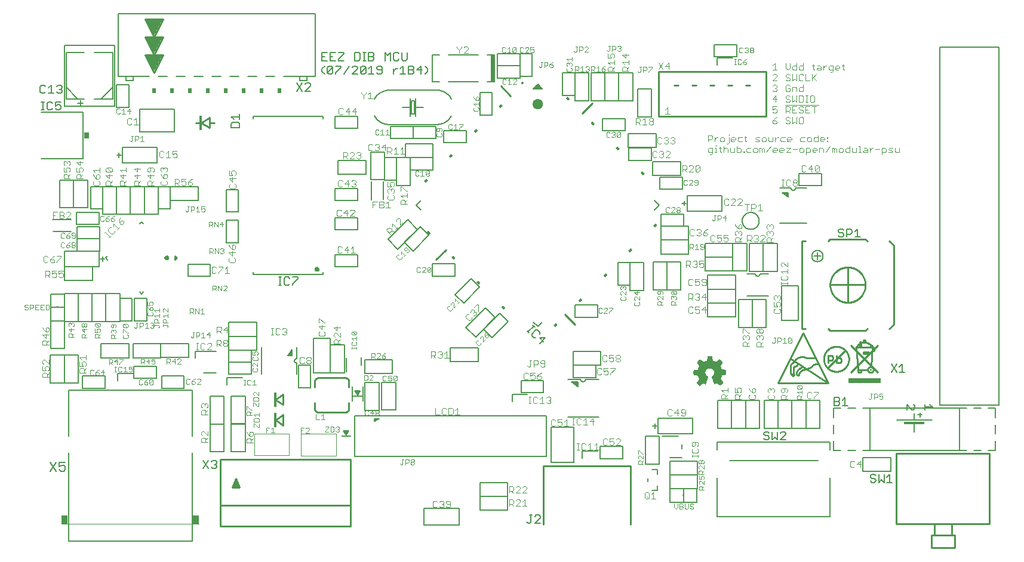
<source format=gto>
G75*
%MOIN*%
%OFA0B0*%
%FSLAX25Y25*%
%IPPOS*%
%LPD*%
%AMOC8*
5,1,8,0,0,1.08239X$1,22.5*
%
%ADD10R,0.01485X0.00015*%
%ADD11R,0.00045X0.00015*%
%ADD12R,0.00105X0.00015*%
%ADD13R,0.00165X0.00015*%
%ADD14R,0.00225X0.00015*%
%ADD15R,0.00285X0.00015*%
%ADD16R,0.00345X0.00015*%
%ADD17R,0.00405X0.00015*%
%ADD18R,0.00435X0.00015*%
%ADD19R,0.00465X0.00015*%
%ADD20R,0.00495X0.00015*%
%ADD21R,0.00540X0.00015*%
%ADD22R,0.00585X0.00015*%
%ADD23R,0.00645X0.00015*%
%ADD24R,0.00150X0.00015*%
%ADD25R,0.00675X0.00015*%
%ADD26R,0.00195X0.00015*%
%ADD27R,0.00705X0.00015*%
%ADD28R,0.00240X0.00015*%
%ADD29R,0.00735X0.00015*%
%ADD30R,0.00270X0.00015*%
%ADD31R,0.00765X0.00015*%
%ADD32R,0.00300X0.00015*%
%ADD33R,0.00810X0.00015*%
%ADD34R,0.00360X0.00015*%
%ADD35R,0.00855X0.00015*%
%ADD36R,0.00435X0.00015*%
%ADD37R,0.00915X0.00015*%
%ADD38R,0.00465X0.00015*%
%ADD39R,0.00945X0.00015*%
%ADD40R,0.00960X0.00015*%
%ADD41R,0.00525X0.00015*%
%ADD42R,0.00990X0.00015*%
%ADD43R,0.00555X0.00015*%
%ADD44R,0.01035X0.00015*%
%ADD45R,0.00600X0.00015*%
%ADD46R,0.01080X0.00015*%
%ADD47R,0.01125X0.00015*%
%ADD48R,0.01170X0.00015*%
%ADD49R,0.00720X0.00015*%
%ADD50R,0.01200X0.00015*%
%ADD51R,0.00750X0.00015*%
%ADD52R,0.01230X0.00015*%
%ADD53R,0.00780X0.00015*%
%ADD54R,0.01260X0.00015*%
%ADD55R,0.00810X0.00015*%
%ADD56R,0.01305X0.00015*%
%ADD57R,0.01365X0.00015*%
%ADD58R,0.00900X0.00015*%
%ADD59R,0.01395X0.00015*%
%ADD60R,0.01440X0.00015*%
%ADD61R,0.01470X0.00015*%
%ADD62R,0.01005X0.00015*%
%ADD63R,0.01500X0.00015*%
%ADD64R,0.01020X0.00015*%
%ADD65R,0.01530X0.00015*%
%ADD66R,0.01065X0.00015*%
%ADD67R,0.01575X0.00015*%
%ADD68R,0.01095X0.00015*%
%ADD69R,0.01635X0.00015*%
%ADD70R,0.01155X0.00015*%
%ADD71R,0.01680X0.00015*%
%ADD72R,0.01200X0.00015*%
%ADD73R,0.01710X0.00015*%
%ADD74R,0.01230X0.00015*%
%ADD75R,0.01725X0.00015*%
%ADD76R,0.01245X0.00015*%
%ADD77R,0.01755X0.00015*%
%ADD78R,0.01275X0.00015*%
%ADD79R,0.01800X0.00015*%
%ADD80R,0.01320X0.00015*%
%ADD81R,0.01860X0.00015*%
%ADD82R,0.01905X0.00015*%
%ADD83R,0.01410X0.00015*%
%ADD84R,0.01935X0.00015*%
%ADD85R,0.01455X0.00015*%
%ADD86R,0.01965X0.00015*%
%ADD87R,0.01485X0.00015*%
%ADD88R,0.01995X0.00015*%
%ADD89R,0.01515X0.00015*%
%ADD90R,0.02040X0.00015*%
%ADD91R,0.01530X0.00015*%
%ADD92R,0.02070X0.00015*%
%ADD93R,0.01575X0.00015*%
%ADD94R,0.02115X0.00015*%
%ADD95R,0.01620X0.00015*%
%ADD96R,0.02160X0.00015*%
%ADD97R,0.01665X0.00015*%
%ADD98R,0.02190X0.00015*%
%ADD99R,0.00075X0.00015*%
%ADD100R,0.01695X0.00015*%
%ADD101R,0.02220X0.00015*%
%ADD102R,0.00105X0.00015*%
%ADD103R,0.02235X0.00015*%
%ADD104R,0.00135X0.00015*%
%ADD105R,0.01755X0.00015*%
%ADD106R,0.02280X0.00015*%
%ADD107R,0.00180X0.00015*%
%ADD108R,0.01785X0.00015*%
%ADD109R,0.02340X0.00015*%
%ADD110R,0.00240X0.00015*%
%ADD111R,0.01830X0.00015*%
%ADD112R,0.02385X0.00015*%
%ADD113R,0.01890X0.00015*%
%ADD114R,0.02415X0.00015*%
%ADD115R,0.00330X0.00015*%
%ADD116R,0.00120X0.00015*%
%ADD117R,0.01920X0.00015*%
%ADD118R,0.02430X0.00015*%
%ADD119R,0.00375X0.00015*%
%ADD120R,0.02460X0.00015*%
%ADD121R,0.00405X0.00015*%
%ADD122R,0.00195X0.00015*%
%ADD123R,0.01965X0.00015*%
%ADD124R,0.02505X0.00015*%
%ADD125R,0.00210X0.00015*%
%ADD126R,0.02010X0.00015*%
%ADD127R,0.02535X0.00015*%
%ADD128R,0.00480X0.00015*%
%ADD129R,0.02580X0.00015*%
%ADD130R,0.00540X0.00015*%
%ADD131R,0.02085X0.00015*%
%ADD132R,0.02625X0.00015*%
%ADD133R,0.02130X0.00015*%
%ADD134R,0.02670X0.00015*%
%ADD135R,0.00630X0.00015*%
%ADD136R,0.02700X0.00015*%
%ADD137R,0.00660X0.00015*%
%ADD138R,0.00450X0.00015*%
%ADD139R,0.02190X0.00015*%
%ADD140R,0.02715X0.00015*%
%ADD141R,0.02205X0.00015*%
%ADD142R,0.02745X0.00015*%
%ADD143R,0.00510X0.00015*%
%ADD144R,0.02235X0.00015*%
%ADD145R,0.02775X0.00015*%
%ADD146R,0.02820X0.00015*%
%ADD147R,0.02310X0.00015*%
%ADD148R,0.02880X0.00015*%
%ADD149R,0.00855X0.00015*%
%ADD150R,0.02355X0.00015*%
%ADD151R,0.02895X0.00015*%
%ADD152R,0.00870X0.00015*%
%ADD153R,0.00660X0.00015*%
%ADD154R,0.02925X0.00015*%
%ADD155R,0.00690X0.00015*%
%ADD156R,0.02970X0.00015*%
%ADD157R,0.03000X0.00015*%
%ADD158R,0.00750X0.00015*%
%ADD159R,0.03045X0.00015*%
%ADD160R,0.01005X0.00015*%
%ADD161R,0.00780X0.00015*%
%ADD162R,0.02505X0.00015*%
%ADD163R,0.03090X0.00015*%
%ADD164R,0.01050X0.00015*%
%ADD165R,0.00825X0.00015*%
%ADD166R,0.02550X0.00015*%
%ADD167R,0.03135X0.00015*%
%ADD168R,0.01095X0.00015*%
%ADD169R,0.00870X0.00015*%
%ADD170R,0.03165X0.00015*%
%ADD171R,0.01125X0.00015*%
%ADD172R,0.02625X0.00015*%
%ADD173R,0.03195X0.00015*%
%ADD174R,0.01140X0.00015*%
%ADD175R,0.00930X0.00015*%
%ADD176R,0.02655X0.00015*%
%ADD177R,0.03210X0.00015*%
%ADD178R,0.00960X0.00015*%
%ADD179R,0.03240X0.00015*%
%ADD180R,0.02700X0.00015*%
%ADD181R,0.03285X0.00015*%
%ADD182R,0.01245X0.00015*%
%ADD183R,0.02745X0.00015*%
%ADD184R,0.03330X0.00015*%
%ADD185R,0.02790X0.00015*%
%ADD186R,0.03360X0.00015*%
%ADD187R,0.01110X0.00015*%
%ADD188R,0.02835X0.00015*%
%ADD189R,0.03390X0.00015*%
%ADD190R,0.01335X0.00015*%
%ADD191R,0.01140X0.00015*%
%ADD192R,0.02865X0.00015*%
%ADD193R,0.03420X0.00015*%
%ADD194R,0.01155X0.00015*%
%ADD195R,0.04905X0.00015*%
%ADD196R,0.04920X0.00015*%
%ADD197R,0.02940X0.00015*%
%ADD198R,0.04950X0.00015*%
%ADD199R,0.02985X0.00015*%
%ADD200R,0.04965X0.00015*%
%ADD201R,0.01275X0.00015*%
%ADD202R,0.03015X0.00015*%
%ADD203R,0.04980X0.00015*%
%ADD204R,0.03045X0.00015*%
%ADD205R,0.05010X0.00015*%
%ADD206R,0.01335X0.00015*%
%ADD207R,0.03075X0.00015*%
%ADD208R,0.01350X0.00015*%
%ADD209R,0.03105X0.00015*%
%ADD210R,0.05040X0.00015*%
%ADD211R,0.01380X0.00015*%
%ADD212R,0.05040X0.00015*%
%ADD213R,0.01410X0.00015*%
%ADD214R,0.03180X0.00015*%
%ADD215R,0.05070X0.00015*%
%ADD216R,0.03225X0.00015*%
%ADD217R,0.03255X0.00015*%
%ADD218R,0.05085X0.00015*%
%ADD219R,0.01515X0.00015*%
%ADD220R,0.03300X0.00015*%
%ADD221R,0.05100X0.00015*%
%ADD222R,0.04935X0.00015*%
%ADD223R,0.05115X0.00015*%
%ADD224R,0.04995X0.00015*%
%ADD225R,0.05130X0.00015*%
%ADD226R,0.05010X0.00015*%
%ADD227R,0.05130X0.00015*%
%ADD228R,0.05010X0.00015*%
%ADD229R,0.05025X0.00015*%
%ADD230R,0.05040X0.00015*%
%ADD231R,0.05055X0.00015*%
%ADD232R,0.05130X0.00015*%
%ADD233R,0.05085X0.00015*%
%ADD234R,0.05115X0.00015*%
%ADD235R,0.05145X0.00015*%
%ADD236R,0.05160X0.00015*%
%ADD237R,0.05130X0.00015*%
%ADD238R,0.05190X0.00015*%
%ADD239R,0.05190X0.00015*%
%ADD240R,0.05205X0.00015*%
%ADD241R,0.05220X0.00015*%
%ADD242R,0.05070X0.00015*%
%ADD243R,0.05085X0.00015*%
%ADD244R,0.05205X0.00015*%
%ADD245R,0.05220X0.00015*%
%ADD246R,0.05055X0.00015*%
%ADD247R,0.05025X0.00015*%
%ADD248R,0.05205X0.00015*%
%ADD249R,0.05025X0.00015*%
%ADD250R,0.05190X0.00015*%
%ADD251R,0.05190X0.00015*%
%ADD252R,0.04995X0.00015*%
%ADD253R,0.05175X0.00015*%
%ADD254R,0.04950X0.00015*%
%ADD255R,0.05145X0.00015*%
%ADD256R,0.05145X0.00015*%
%ADD257R,0.04920X0.00015*%
%ADD258R,0.04905X0.00015*%
%ADD259R,0.04905X0.00015*%
%ADD260R,0.05115X0.00015*%
%ADD261R,0.04890X0.00015*%
%ADD262R,0.04890X0.00015*%
%ADD263R,0.04875X0.00015*%
%ADD264R,0.04845X0.00015*%
%ADD265R,0.04830X0.00015*%
%ADD266R,0.04830X0.00015*%
%ADD267R,0.05070X0.00015*%
%ADD268R,0.04830X0.00015*%
%ADD269R,0.04815X0.00015*%
%ADD270R,0.04800X0.00015*%
%ADD271R,0.04800X0.00015*%
%ADD272R,0.05010X0.00015*%
%ADD273R,0.04785X0.00015*%
%ADD274R,0.04770X0.00015*%
%ADD275R,0.04770X0.00015*%
%ADD276R,0.04755X0.00015*%
%ADD277R,0.04740X0.00015*%
%ADD278R,0.04725X0.00015*%
%ADD279R,0.04725X0.00015*%
%ADD280R,0.04980X0.00015*%
%ADD281R,0.04710X0.00015*%
%ADD282R,0.04725X0.00015*%
%ADD283R,0.04710X0.00015*%
%ADD284R,0.04695X0.00015*%
%ADD285R,0.04680X0.00015*%
%ADD286R,0.04695X0.00015*%
%ADD287R,0.04680X0.00015*%
%ADD288R,0.04905X0.00015*%
%ADD289R,0.04665X0.00015*%
%ADD290R,0.04650X0.00015*%
%ADD291R,0.04635X0.00015*%
%ADD292R,0.04620X0.00015*%
%ADD293R,0.04620X0.00015*%
%ADD294R,0.04890X0.00015*%
%ADD295R,0.04605X0.00015*%
%ADD296R,0.04605X0.00015*%
%ADD297R,0.04590X0.00015*%
%ADD298R,0.04845X0.00015*%
%ADD299R,0.04575X0.00015*%
%ADD300R,0.04590X0.00015*%
%ADD301R,0.04575X0.00015*%
%ADD302R,0.04845X0.00015*%
%ADD303R,0.04560X0.00015*%
%ADD304R,0.04545X0.00015*%
%ADD305R,0.04530X0.00015*%
%ADD306R,0.04515X0.00015*%
%ADD307R,0.04530X0.00015*%
%ADD308R,0.04500X0.00015*%
%ADD309R,0.04515X0.00015*%
%ADD310R,0.04785X0.00015*%
%ADD311R,0.04485X0.00015*%
%ADD312R,0.04755X0.00015*%
%ADD313R,0.04470X0.00015*%
%ADD314R,0.04740X0.00015*%
%ADD315R,0.04485X0.00015*%
%ADD316R,0.04755X0.00015*%
%ADD317R,0.04545X0.00015*%
%ADD318R,0.04695X0.00015*%
%ADD319R,0.04680X0.00015*%
%ADD320R,0.04665X0.00015*%
%ADD321R,0.04725X0.00015*%
%ADD322R,0.04680X0.00015*%
%ADD323R,0.04860X0.00015*%
%ADD324R,0.04740X0.00015*%
%ADD325R,0.04875X0.00015*%
%ADD326R,0.04965X0.00015*%
%ADD327R,0.04860X0.00015*%
%ADD328R,0.04995X0.00015*%
%ADD329R,0.04875X0.00015*%
%ADD330R,0.04980X0.00015*%
%ADD331R,0.05235X0.00015*%
%ADD332R,0.05235X0.00015*%
%ADD333R,0.05250X0.00015*%
%ADD334R,0.05280X0.00015*%
%ADD335R,0.05295X0.00015*%
%ADD336R,0.05325X0.00015*%
%ADD337R,0.05340X0.00015*%
%ADD338R,0.05235X0.00015*%
%ADD339R,0.05355X0.00015*%
%ADD340R,0.05370X0.00015*%
%ADD341R,0.05265X0.00015*%
%ADD342R,0.05370X0.00015*%
%ADD343R,0.05280X0.00015*%
%ADD344R,0.05385X0.00015*%
%ADD345R,0.05295X0.00015*%
%ADD346R,0.05400X0.00015*%
%ADD347R,0.05415X0.00015*%
%ADD348R,0.05310X0.00015*%
%ADD349R,0.05430X0.00015*%
%ADD350R,0.05445X0.00015*%
%ADD351R,0.05460X0.00015*%
%ADD352R,0.05355X0.00015*%
%ADD353R,0.05475X0.00015*%
%ADD354R,0.05505X0.00015*%
%ADD355R,0.05520X0.00015*%
%ADD356R,0.05535X0.00015*%
%ADD357R,0.05550X0.00015*%
%ADD358R,0.05550X0.00015*%
%ADD359R,0.05475X0.00015*%
%ADD360R,0.05490X0.00015*%
%ADD361R,0.05475X0.00015*%
%ADD362R,0.05385X0.00015*%
%ADD363R,0.05370X0.00015*%
%ADD364R,0.05325X0.00015*%
%ADD365R,0.05310X0.00015*%
%ADD366R,0.05265X0.00015*%
%ADD367R,0.05175X0.00015*%
%ADD368R,0.04980X0.00015*%
%ADD369R,0.04965X0.00015*%
%ADD370R,0.04860X0.00015*%
%ADD371R,0.04845X0.00015*%
%ADD372R,0.04815X0.00015*%
%ADD373R,0.04770X0.00015*%
%ADD374R,0.05295X0.00015*%
%ADD375R,0.04635X0.00015*%
%ADD376R,0.05610X0.00015*%
%ADD377R,0.05700X0.00015*%
%ADD378R,0.05760X0.00015*%
%ADD379R,0.05805X0.00015*%
%ADD380R,0.05850X0.00015*%
%ADD381R,0.05895X0.00015*%
%ADD382R,0.06000X0.00015*%
%ADD383R,0.06135X0.00015*%
%ADD384R,0.06225X0.00015*%
%ADD385R,0.06300X0.00015*%
%ADD386R,0.06330X0.00015*%
%ADD387R,0.06375X0.00015*%
%ADD388R,0.06450X0.00015*%
%ADD389R,0.06570X0.00015*%
%ADD390R,0.05565X0.00015*%
%ADD391R,0.06690X0.00015*%
%ADD392R,0.06735X0.00015*%
%ADD393R,0.05790X0.00015*%
%ADD394R,0.06765X0.00015*%
%ADD395R,0.05850X0.00015*%
%ADD396R,0.06780X0.00015*%
%ADD397R,0.05895X0.00015*%
%ADD398R,0.06795X0.00015*%
%ADD399R,0.05955X0.00015*%
%ADD400R,0.06810X0.00015*%
%ADD401R,0.06060X0.00015*%
%ADD402R,0.06195X0.00015*%
%ADD403R,0.06825X0.00015*%
%ADD404R,0.06330X0.00015*%
%ADD405R,0.06840X0.00015*%
%ADD406R,0.06390X0.00015*%
%ADD407R,0.06495X0.00015*%
%ADD408R,0.06840X0.00015*%
%ADD409R,0.06555X0.00015*%
%ADD410R,0.06825X0.00015*%
%ADD411R,0.06645X0.00015*%
%ADD412R,0.06825X0.00015*%
%ADD413R,0.06705X0.00015*%
%ADD414R,0.06705X0.00015*%
%ADD415R,0.06810X0.00015*%
%ADD416R,0.06720X0.00015*%
%ADD417R,0.06795X0.00015*%
%ADD418R,0.06750X0.00015*%
%ADD419R,0.06765X0.00015*%
%ADD420R,0.06795X0.00015*%
%ADD421R,0.06780X0.00015*%
%ADD422R,0.06780X0.00015*%
%ADD423R,0.06750X0.00015*%
%ADD424R,0.06720X0.00015*%
%ADD425R,0.06720X0.00015*%
%ADD426R,0.06705X0.00015*%
%ADD427R,0.06705X0.00015*%
%ADD428R,0.06690X0.00015*%
%ADD429R,0.06675X0.00015*%
%ADD430R,0.06690X0.00015*%
%ADD431R,0.06675X0.00015*%
%ADD432R,0.06675X0.00015*%
%ADD433R,0.06660X0.00015*%
%ADD434R,0.06675X0.00015*%
%ADD435R,0.06660X0.00015*%
%ADD436R,0.06660X0.00015*%
%ADD437R,0.06645X0.00015*%
%ADD438R,0.06630X0.00015*%
%ADD439R,0.06660X0.00015*%
%ADD440R,0.06630X0.00015*%
%ADD441R,0.06645X0.00015*%
%ADD442R,0.06735X0.00015*%
%ADD443R,0.06765X0.00015*%
%ADD444R,0.06780X0.00015*%
%ADD445R,0.06825X0.00015*%
%ADD446R,0.06855X0.00015*%
%ADD447R,0.06855X0.00015*%
%ADD448R,0.06870X0.00015*%
%ADD449R,0.06885X0.00015*%
%ADD450R,0.06525X0.00015*%
%ADD451R,0.06405X0.00015*%
%ADD452R,0.06255X0.00015*%
%ADD453R,0.06165X0.00015*%
%ADD454R,0.06870X0.00015*%
%ADD455R,0.06120X0.00015*%
%ADD456R,0.06885X0.00015*%
%ADD457R,0.06060X0.00015*%
%ADD458R,0.06015X0.00015*%
%ADD459R,0.05910X0.00015*%
%ADD460R,0.05670X0.00015*%
%ADD461R,0.05595X0.00015*%
%ADD462R,0.06585X0.00015*%
%ADD463R,0.05160X0.00015*%
%ADD464R,0.06390X0.00015*%
%ADD465R,0.05025X0.00015*%
%ADD466R,0.06330X0.00015*%
%ADD467R,0.06075X0.00015*%
%ADD468R,0.05820X0.00015*%
%ADD469R,0.05775X0.00015*%
%ADD470R,0.05685X0.00015*%
%ADD471R,0.05460X0.00015*%
%ADD472R,0.04860X0.00015*%
%ADD473R,0.04935X0.00015*%
%ADD474R,0.05160X0.00015*%
%ADD475R,0.05325X0.00015*%
%ADD476R,0.05340X0.00015*%
%ADD477R,0.05355X0.00015*%
%ADD478R,0.05430X0.00015*%
%ADD479R,0.05535X0.00015*%
%ADD480R,0.05595X0.00015*%
%ADD481R,0.05640X0.00015*%
%ADD482R,0.05640X0.00015*%
%ADD483R,0.05670X0.00015*%
%ADD484R,0.05685X0.00015*%
%ADD485R,0.05700X0.00015*%
%ADD486R,0.05715X0.00015*%
%ADD487R,0.05715X0.00015*%
%ADD488R,0.05730X0.00015*%
%ADD489R,0.05745X0.00015*%
%ADD490R,0.05760X0.00015*%
%ADD491R,0.06000X0.00015*%
%ADD492R,0.06105X0.00015*%
%ADD493R,0.06180X0.00015*%
%ADD494R,0.06210X0.00015*%
%ADD495R,0.12690X0.00015*%
%ADD496R,0.12675X0.00015*%
%ADD497R,0.12660X0.00015*%
%ADD498R,0.12660X0.00015*%
%ADD499R,0.12645X0.00015*%
%ADD500R,0.12615X0.00015*%
%ADD501R,0.12600X0.00015*%
%ADD502R,0.12585X0.00015*%
%ADD503R,0.12555X0.00015*%
%ADD504R,0.12540X0.00015*%
%ADD505R,0.12525X0.00015*%
%ADD506R,0.12510X0.00015*%
%ADD507R,0.12510X0.00015*%
%ADD508R,0.12480X0.00015*%
%ADD509R,0.12450X0.00015*%
%ADD510R,0.12435X0.00015*%
%ADD511R,0.12420X0.00015*%
%ADD512R,0.12390X0.00015*%
%ADD513R,0.12375X0.00015*%
%ADD514R,0.12360X0.00015*%
%ADD515R,0.12330X0.00015*%
%ADD516R,0.12300X0.00015*%
%ADD517R,0.12285X0.00015*%
%ADD518R,0.12270X0.00015*%
%ADD519R,0.12255X0.00015*%
%ADD520R,0.12240X0.00015*%
%ADD521R,0.12225X0.00015*%
%ADD522R,0.12195X0.00015*%
%ADD523R,0.12165X0.00015*%
%ADD524R,0.12150X0.00015*%
%ADD525R,0.12135X0.00015*%
%ADD526R,0.12120X0.00015*%
%ADD527R,0.12090X0.00015*%
%ADD528R,0.12075X0.00015*%
%ADD529R,0.12060X0.00015*%
%ADD530R,0.12045X0.00015*%
%ADD531R,0.12015X0.00015*%
%ADD532R,0.12000X0.00015*%
%ADD533R,0.11985X0.00015*%
%ADD534R,0.11955X0.00015*%
%ADD535R,0.11940X0.00015*%
%ADD536R,0.11925X0.00015*%
%ADD537R,0.11910X0.00015*%
%ADD538R,0.11910X0.00015*%
%ADD539R,0.11880X0.00015*%
%ADD540R,0.11850X0.00015*%
%ADD541R,0.11835X0.00015*%
%ADD542R,0.11805X0.00015*%
%ADD543R,0.11775X0.00015*%
%ADD544R,0.11760X0.00015*%
%ADD545R,0.11745X0.00015*%
%ADD546R,0.11730X0.00015*%
%ADD547R,0.11700X0.00015*%
%ADD548R,0.11700X0.00015*%
%ADD549R,0.11685X0.00015*%
%ADD550R,0.11655X0.00015*%
%ADD551R,0.11640X0.00015*%
%ADD552R,0.11625X0.00015*%
%ADD553R,0.11625X0.00015*%
%ADD554R,0.11670X0.00015*%
%ADD555R,0.11715X0.00015*%
%ADD556R,0.11790X0.00015*%
%ADD557R,0.11820X0.00015*%
%ADD558R,0.11820X0.00015*%
%ADD559R,0.11880X0.00015*%
%ADD560R,0.11895X0.00015*%
%ADD561R,0.11970X0.00015*%
%ADD562R,0.12045X0.00015*%
%ADD563R,0.12075X0.00015*%
%ADD564R,0.12105X0.00015*%
%ADD565R,0.12135X0.00015*%
%ADD566R,0.12165X0.00015*%
%ADD567R,0.12180X0.00015*%
%ADD568R,0.12195X0.00015*%
%ADD569R,0.12210X0.00015*%
%ADD570R,0.12225X0.00015*%
%ADD571R,0.12255X0.00015*%
%ADD572R,0.12360X0.00015*%
%ADD573R,0.12390X0.00015*%
%ADD574R,0.12405X0.00015*%
%ADD575R,0.12435X0.00015*%
%ADD576R,0.12480X0.00015*%
%ADD577R,0.12480X0.00015*%
%ADD578R,0.12510X0.00015*%
%ADD579R,0.12570X0.00015*%
%ADD580R,0.12630X0.00015*%
%ADD581R,0.12675X0.00015*%
%ADD582R,0.12705X0.00015*%
%ADD583R,0.12735X0.00015*%
%ADD584R,0.12750X0.00015*%
%ADD585R,0.12780X0.00015*%
%ADD586R,0.12795X0.00015*%
%ADD587R,0.12810X0.00015*%
%ADD588R,0.12840X0.00015*%
%ADD589R,0.12855X0.00015*%
%ADD590R,0.12885X0.00015*%
%ADD591R,0.12900X0.00015*%
%ADD592R,0.12915X0.00015*%
%ADD593R,0.12945X0.00015*%
%ADD594R,0.12960X0.00015*%
%ADD595R,0.12990X0.00015*%
%ADD596R,0.13005X0.00015*%
%ADD597R,0.13020X0.00015*%
%ADD598R,0.13035X0.00015*%
%ADD599R,0.13065X0.00015*%
%ADD600R,0.13080X0.00015*%
%ADD601R,0.13110X0.00015*%
%ADD602R,0.13125X0.00015*%
%ADD603R,0.13155X0.00015*%
%ADD604R,0.13170X0.00015*%
%ADD605R,0.13200X0.00015*%
%ADD606R,0.13230X0.00015*%
%ADD607R,0.13260X0.00015*%
%ADD608R,0.13290X0.00015*%
%ADD609R,0.13320X0.00015*%
%ADD610R,0.13350X0.00015*%
%ADD611R,0.13365X0.00015*%
%ADD612R,0.13395X0.00015*%
%ADD613R,0.13425X0.00015*%
%ADD614R,0.13455X0.00015*%
%ADD615R,0.13470X0.00015*%
%ADD616R,0.13500X0.00015*%
%ADD617R,0.13530X0.00015*%
%ADD618R,0.13560X0.00015*%
%ADD619R,0.13575X0.00015*%
%ADD620R,0.13605X0.00015*%
%ADD621R,0.13635X0.00015*%
%ADD622R,0.13650X0.00015*%
%ADD623R,0.13680X0.00015*%
%ADD624R,0.13695X0.00015*%
%ADD625R,0.13725X0.00015*%
%ADD626R,0.13740X0.00015*%
%ADD627R,0.13770X0.00015*%
%ADD628R,0.13785X0.00015*%
%ADD629R,0.13800X0.00015*%
%ADD630R,0.13830X0.00015*%
%ADD631R,0.13860X0.00015*%
%ADD632R,0.13875X0.00015*%
%ADD633R,0.13905X0.00015*%
%ADD634R,0.13935X0.00015*%
%ADD635R,0.13950X0.00015*%
%ADD636R,0.13980X0.00015*%
%ADD637R,0.14010X0.00015*%
%ADD638R,0.14025X0.00015*%
%ADD639R,0.14055X0.00015*%
%ADD640R,0.14070X0.00015*%
%ADD641R,0.14085X0.00015*%
%ADD642R,0.14115X0.00015*%
%ADD643R,0.14145X0.00015*%
%ADD644R,0.14160X0.00015*%
%ADD645R,0.14190X0.00015*%
%ADD646R,0.14205X0.00015*%
%ADD647R,0.14220X0.00015*%
%ADD648R,0.14235X0.00015*%
%ADD649R,0.14265X0.00015*%
%ADD650R,0.14280X0.00015*%
%ADD651R,0.14295X0.00015*%
%ADD652R,0.14295X0.00015*%
%ADD653R,0.14250X0.00015*%
%ADD654R,0.14205X0.00015*%
%ADD655R,0.14175X0.00015*%
%ADD656R,0.14160X0.00015*%
%ADD657R,0.14130X0.00015*%
%ADD658R,0.14100X0.00015*%
%ADD659R,0.14040X0.00015*%
%ADD660R,0.14010X0.00015*%
%ADD661R,0.03465X0.00015*%
%ADD662R,0.10440X0.00015*%
%ADD663R,0.03420X0.00015*%
%ADD664R,0.10395X0.00015*%
%ADD665R,0.03375X0.00015*%
%ADD666R,0.10335X0.00015*%
%ADD667R,0.03570X0.00015*%
%ADD668R,0.06600X0.00015*%
%ADD669R,0.03525X0.00015*%
%ADD670R,0.03270X0.00015*%
%ADD671R,0.03495X0.00015*%
%ADD672R,0.03210X0.00015*%
%ADD673R,0.06480X0.00015*%
%ADD674R,0.03435X0.00015*%
%ADD675R,0.03165X0.00015*%
%ADD676R,0.03390X0.00015*%
%ADD677R,0.03120X0.00015*%
%ADD678R,0.06315X0.00015*%
%ADD679R,0.03345X0.00015*%
%ADD680R,0.03090X0.00015*%
%ADD681R,0.03075X0.00015*%
%ADD682R,0.06225X0.00015*%
%ADD683R,0.03270X0.00015*%
%ADD684R,0.06180X0.00015*%
%ADD685R,0.02970X0.00015*%
%ADD686R,0.06075X0.00015*%
%ADD687R,0.03195X0.00015*%
%ADD688R,0.02925X0.00015*%
%ADD689R,0.05985X0.00015*%
%ADD690R,0.03135X0.00015*%
%ADD691R,0.02850X0.00015*%
%ADD692R,0.05835X0.00015*%
%ADD693R,0.03030X0.00015*%
%ADD694R,0.02805X0.00015*%
%ADD695R,0.02730X0.00015*%
%ADD696R,0.05625X0.00015*%
%ADD697R,0.02925X0.00015*%
%ADD698R,0.02640X0.00015*%
%ADD699R,0.02595X0.00015*%
%ADD700R,0.02565X0.00015*%
%ADD701R,0.02760X0.00015*%
%ADD702R,0.02520X0.00015*%
%ADD703R,0.02730X0.00015*%
%ADD704R,0.02475X0.00015*%
%ADD705R,0.02685X0.00015*%
%ADD706R,0.02445X0.00015*%
%ADD707R,0.02400X0.00015*%
%ADD708R,0.02370X0.00015*%
%ADD709R,0.02565X0.00015*%
%ADD710R,0.02340X0.00015*%
%ADD711R,0.02325X0.00015*%
%ADD712R,0.02505X0.00015*%
%ADD713R,0.02280X0.00015*%
%ADD714R,0.02460X0.00015*%
%ADD715R,0.04560X0.00015*%
%ADD716R,0.02190X0.00015*%
%ADD717R,0.04440X0.00015*%
%ADD718R,0.02370X0.00015*%
%ADD719R,0.02145X0.00015*%
%ADD720R,0.04365X0.00015*%
%ADD721R,0.04320X0.00015*%
%ADD722R,0.02310X0.00015*%
%ADD723R,0.02100X0.00015*%
%ADD724R,0.04260X0.00015*%
%ADD725R,0.04200X0.00015*%
%ADD726R,0.02265X0.00015*%
%ADD727R,0.02040X0.00015*%
%ADD728R,0.04095X0.00015*%
%ADD729R,0.02220X0.00015*%
%ADD730R,0.03915X0.00015*%
%ADD731R,0.02175X0.00015*%
%ADD732R,0.03765X0.00015*%
%ADD733R,0.03675X0.00015*%
%ADD734R,0.01890X0.00015*%
%ADD735R,0.03615X0.00015*%
%ADD736R,0.02055X0.00015*%
%ADD737R,0.01860X0.00015*%
%ADD738R,0.03555X0.00015*%
%ADD739R,0.01815X0.00015*%
%ADD740R,0.03450X0.00015*%
%ADD741R,0.01725X0.00015*%
%ADD742R,0.03315X0.00015*%
%ADD743R,0.01905X0.00015*%
%ADD744R,0.01680X0.00015*%
%ADD745R,0.01650X0.00015*%
%ADD746R,0.01620X0.00015*%
%ADD747R,0.01590X0.00015*%
%ADD748R,0.01770X0.00015*%
%ADD749R,0.01560X0.00015*%
%ADD750R,0.03240X0.00015*%
%ADD751R,0.01740X0.00015*%
%ADD752R,0.01665X0.00015*%
%ADD753R,0.01455X0.00015*%
%ADD754R,0.01635X0.00015*%
%ADD755R,0.01410X0.00015*%
%ADD756R,0.01395X0.00015*%
%ADD757R,0.01365X0.00015*%
%ADD758R,0.01335X0.00015*%
%ADD759R,0.01290X0.00015*%
%ADD760R,0.03210X0.00015*%
%ADD761R,0.01455X0.00015*%
%ADD762R,0.01185X0.00015*%
%ADD763R,0.01290X0.00015*%
%ADD764R,0.01110X0.00015*%
%ADD765R,0.01260X0.00015*%
%ADD766R,0.03180X0.00015*%
%ADD767R,0.00975X0.00015*%
%ADD768R,0.03150X0.00015*%
%ADD769R,0.00885X0.00015*%
%ADD770R,0.03150X0.00015*%
%ADD771R,0.01050X0.00015*%
%ADD772R,0.00795X0.00015*%
%ADD773R,0.00885X0.00015*%
%ADD774R,0.00690X0.00015*%
%ADD775R,0.00840X0.00015*%
%ADD776R,0.00570X0.00015*%
%ADD777R,0.00525X0.00015*%
%ADD778R,0.03105X0.00015*%
%ADD779R,0.00660X0.00015*%
%ADD780R,0.00615X0.00015*%
%ADD781R,0.00420X0.00015*%
%ADD782R,0.00555X0.00015*%
%ADD783R,0.00390X0.00015*%
%ADD784R,0.00525X0.00015*%
%ADD785R,0.00360X0.00015*%
%ADD786R,0.00495X0.00015*%
%ADD787R,0.03075X0.00015*%
%ADD788R,0.00450X0.00015*%
%ADD789R,0.00225X0.00015*%
%ADD790R,0.00345X0.00015*%
%ADD791R,0.00255X0.00015*%
%ADD792R,0.03060X0.00015*%
%ADD793R,0.00180X0.00015*%
%ADD794R,0.00075X0.00015*%
%ADD795R,0.03000X0.00015*%
%ADD796R,0.02955X0.00015*%
%ADD797R,0.02940X0.00015*%
%ADD798R,0.02940X0.00015*%
%ADD799R,0.02910X0.00015*%
%ADD800R,0.02910X0.00015*%
%ADD801R,0.02865X0.00015*%
%ADD802R,0.02805X0.00015*%
%ADD803R,0.02775X0.00015*%
%ADD804R,0.02760X0.00015*%
%ADD805R,0.02655X0.00015*%
%ADD806R,0.02640X0.00015*%
%ADD807R,0.02610X0.00015*%
%ADD808R,0.02595X0.00015*%
%ADD809R,0.02535X0.00015*%
%ADD810R,0.02475X0.00015*%
%ADD811R,0.02175X0.00015*%
%ADD812R,0.01575X0.00015*%
%ADD813C,0.00400*%
%ADD814C,0.00500*%
%ADD815C,0.01000*%
%ADD816R,0.18000X0.03000*%
%ADD817C,0.00600*%
%ADD818C,0.00300*%
%ADD819C,0.00100*%
%ADD820R,0.11811X0.01181*%
%ADD821R,0.01181X0.08268*%
%ADD822C,0.00800*%
%ADD823R,0.03000X0.03400*%
%ADD824R,0.09000X0.02000*%
%ADD825R,0.07000X0.02000*%
%ADD826R,0.05000X0.02000*%
%ADD827R,0.03000X0.02000*%
%ADD828R,0.01000X0.01000*%
%ADD829R,0.02000X0.03000*%
%ADD830R,0.00787X0.00787*%
%ADD831C,0.00039*%
%ADD832R,0.03642X0.04500*%
%ADD833R,0.05512X0.00787*%
%ADD834C,0.00200*%
%ADD835R,0.01969X0.14961*%
D10*
X0413189Y0241819D03*
D11*
X0410299Y0236109D03*
X0418504Y0236979D03*
X0421684Y0236274D03*
D12*
X0410299Y0236124D03*
D13*
X0410299Y0236139D03*
D14*
X0410299Y0236154D03*
D15*
X0410299Y0236169D03*
X0410389Y0250554D03*
D16*
X0410299Y0236183D03*
X0418549Y0237069D03*
D17*
X0418564Y0237083D03*
X0410299Y0236198D03*
D18*
X0410299Y0236214D03*
D19*
X0410299Y0236229D03*
D20*
X0410299Y0236244D03*
X0421684Y0236409D03*
D21*
X0410306Y0236259D03*
D22*
X0410314Y0236274D03*
X0413329Y0237083D03*
X0418639Y0237174D03*
D23*
X0418654Y0237189D03*
X0421669Y0236469D03*
X0410314Y0236289D03*
D24*
X0418496Y0237009D03*
X0421691Y0236289D03*
D25*
X0421669Y0236483D03*
X0413299Y0237129D03*
X0410314Y0236304D03*
D26*
X0421684Y0236304D03*
D27*
X0418684Y0237233D03*
X0413284Y0237144D03*
X0410314Y0236319D03*
D28*
X0421691Y0236319D03*
D29*
X0410314Y0236333D03*
D30*
X0418527Y0237054D03*
X0421691Y0236333D03*
D31*
X0413269Y0237159D03*
X0410314Y0236348D03*
D32*
X0413427Y0236979D03*
X0421691Y0236348D03*
X0421316Y0250598D03*
D33*
X0410321Y0236364D03*
D34*
X0421691Y0236364D03*
D35*
X0421654Y0236559D03*
X0410329Y0236379D03*
D36*
X0413389Y0237039D03*
X0418579Y0237098D03*
X0421684Y0236379D03*
D37*
X0418744Y0237309D03*
X0413209Y0237233D03*
X0410329Y0236394D03*
X0410419Y0250298D03*
D38*
X0410404Y0250479D03*
X0421684Y0236394D03*
D39*
X0421654Y0236589D03*
X0413194Y0237248D03*
X0410329Y0236409D03*
X0421294Y0250359D03*
X0415714Y0252474D03*
D40*
X0410336Y0236424D03*
D41*
X0421684Y0236424D03*
D42*
X0421646Y0236604D03*
X0418766Y0237354D03*
X0410337Y0236439D03*
X0421287Y0250344D03*
D43*
X0421684Y0236439D03*
D44*
X0410344Y0236454D03*
D45*
X0421677Y0236454D03*
X0410412Y0250433D03*
D46*
X0421287Y0250298D03*
X0418796Y0237383D03*
X0410337Y0236469D03*
D47*
X0410344Y0236483D03*
D48*
X0410351Y0236498D03*
X0413127Y0237339D03*
X0418827Y0237444D03*
X0421271Y0250269D03*
D49*
X0421302Y0250448D03*
X0421661Y0236498D03*
D50*
X0410351Y0236514D03*
D51*
X0421661Y0236514D03*
D52*
X0410351Y0236529D03*
X0410441Y0250179D03*
X0421271Y0250254D03*
D53*
X0421302Y0250419D03*
X0421661Y0236529D03*
D54*
X0410352Y0236544D03*
D55*
X0413246Y0237174D03*
X0421661Y0236544D03*
X0421302Y0250404D03*
D56*
X0418879Y0237504D03*
X0410359Y0236559D03*
D57*
X0410359Y0236574D03*
X0413059Y0237429D03*
X0421624Y0236769D03*
D58*
X0421647Y0236574D03*
X0413216Y0237219D03*
D59*
X0410359Y0236589D03*
D60*
X0410366Y0236604D03*
D61*
X0410366Y0236619D03*
X0418916Y0237594D03*
D62*
X0421639Y0236619D03*
D63*
X0410366Y0236633D03*
X0410456Y0250074D03*
X0421256Y0250148D03*
D64*
X0421287Y0250329D03*
X0410426Y0250269D03*
X0421646Y0236633D03*
D65*
X0410366Y0236648D03*
D66*
X0421639Y0236648D03*
D67*
X0410374Y0236664D03*
D68*
X0421639Y0236664D03*
D69*
X0410374Y0236679D03*
D70*
X0421639Y0236679D03*
D71*
X0410381Y0236694D03*
D72*
X0413127Y0237354D03*
X0418841Y0237459D03*
X0421632Y0236694D03*
D73*
X0410381Y0236709D03*
D74*
X0421631Y0236709D03*
D75*
X0421594Y0236919D03*
X0410389Y0236724D03*
D76*
X0421624Y0236724D03*
D77*
X0410389Y0236739D03*
D78*
X0413089Y0237383D03*
X0421624Y0236739D03*
D79*
X0410382Y0236754D03*
X0421241Y0250029D03*
D80*
X0421272Y0250209D03*
X0421616Y0236754D03*
X0413081Y0237398D03*
D81*
X0410396Y0236769D03*
D82*
X0410404Y0236783D03*
X0410479Y0249909D03*
D83*
X0421616Y0236783D03*
D84*
X0421579Y0237009D03*
X0410404Y0236798D03*
X0410479Y0249894D03*
X0415894Y0252444D03*
D85*
X0418909Y0237579D03*
X0421609Y0236798D03*
D86*
X0410404Y0236814D03*
D87*
X0421609Y0236814D03*
D88*
X0410404Y0236829D03*
X0410479Y0249879D03*
D89*
X0421609Y0236829D03*
D90*
X0421571Y0237054D03*
X0410412Y0236844D03*
X0421227Y0249939D03*
D91*
X0421256Y0250133D03*
X0421601Y0236844D03*
D92*
X0410412Y0236859D03*
X0410486Y0249848D03*
D93*
X0421609Y0236859D03*
D94*
X0410419Y0236874D03*
D95*
X0421602Y0236874D03*
D96*
X0421556Y0237098D03*
X0410427Y0236889D03*
D97*
X0421594Y0236889D03*
D98*
X0410427Y0236904D03*
D99*
X0413479Y0236904D03*
D100*
X0421594Y0236904D03*
D101*
X0410426Y0236919D03*
D102*
X0413479Y0236919D03*
D103*
X0410434Y0236933D03*
X0410494Y0249774D03*
X0415909Y0252398D03*
D104*
X0413479Y0236933D03*
D105*
X0421594Y0236933D03*
D106*
X0421541Y0237159D03*
X0410441Y0236948D03*
D107*
X0413456Y0236948D03*
D108*
X0421594Y0236948D03*
X0410464Y0249969D03*
D109*
X0410441Y0236964D03*
D110*
X0413441Y0236964D03*
D111*
X0421586Y0236964D03*
X0421241Y0250014D03*
D112*
X0421534Y0237204D03*
X0410449Y0236979D03*
D113*
X0421587Y0236979D03*
D114*
X0421534Y0237219D03*
X0410449Y0236994D03*
X0421189Y0249774D03*
D115*
X0410397Y0250539D03*
X0413412Y0236994D03*
D116*
X0418496Y0236994D03*
X0410396Y0250583D03*
D117*
X0421587Y0236994D03*
D118*
X0421527Y0237233D03*
X0410456Y0237009D03*
X0415901Y0252324D03*
D119*
X0413404Y0237009D03*
D120*
X0410456Y0237024D03*
X0421527Y0237248D03*
D121*
X0413404Y0237024D03*
D122*
X0418504Y0237024D03*
D123*
X0421579Y0237024D03*
X0421234Y0249969D03*
D124*
X0410464Y0237039D03*
D125*
X0418511Y0237039D03*
D126*
X0421571Y0237039D03*
X0421227Y0249954D03*
D127*
X0421174Y0249729D03*
X0415894Y0252069D03*
X0415894Y0252083D03*
X0415894Y0252098D03*
X0415894Y0252129D03*
X0410464Y0237054D03*
D128*
X0413381Y0237054D03*
X0418587Y0237129D03*
X0421316Y0250539D03*
D129*
X0421166Y0249698D03*
X0415902Y0251994D03*
X0421511Y0237294D03*
X0410472Y0237069D03*
D130*
X0413352Y0237069D03*
X0418616Y0237159D03*
D131*
X0421564Y0237069D03*
X0421219Y0249909D03*
D132*
X0410479Y0237083D03*
D133*
X0421556Y0237083D03*
X0421212Y0249894D03*
X0410486Y0249819D03*
D134*
X0410547Y0249579D03*
X0415886Y0251783D03*
X0415886Y0251798D03*
X0421497Y0237339D03*
X0410486Y0237098D03*
D135*
X0413321Y0237098D03*
X0410412Y0250419D03*
D136*
X0415886Y0251664D03*
X0410486Y0237114D03*
D137*
X0413306Y0237114D03*
D138*
X0418587Y0237114D03*
D139*
X0421556Y0237114D03*
D140*
X0410494Y0237129D03*
X0415894Y0251559D03*
X0415894Y0251574D03*
X0415894Y0251589D03*
X0415894Y0251604D03*
X0415894Y0251619D03*
D141*
X0421549Y0237129D03*
D142*
X0410494Y0237144D03*
X0415894Y0251483D03*
D143*
X0418602Y0237144D03*
D144*
X0421549Y0237144D03*
D145*
X0410494Y0237159D03*
X0410554Y0249548D03*
X0421144Y0249624D03*
D146*
X0415887Y0251319D03*
X0415887Y0251333D03*
X0410561Y0249519D03*
X0410502Y0237174D03*
D147*
X0421541Y0237174D03*
D148*
X0421481Y0237429D03*
X0410502Y0237189D03*
X0410561Y0249489D03*
X0415887Y0251109D03*
X0415887Y0251124D03*
X0415887Y0251139D03*
X0415887Y0251154D03*
X0415887Y0251169D03*
X0415887Y0251183D03*
X0415887Y0251198D03*
X0421137Y0249579D03*
D149*
X0413224Y0237189D03*
D150*
X0421534Y0237189D03*
D151*
X0421474Y0237444D03*
X0410509Y0237204D03*
D152*
X0413216Y0237204D03*
D153*
X0418662Y0237204D03*
X0410412Y0250404D03*
D154*
X0410509Y0237219D03*
D155*
X0418677Y0237219D03*
D156*
X0410516Y0237233D03*
D157*
X0410516Y0237248D03*
X0415871Y0250748D03*
X0415871Y0250779D03*
X0415871Y0250794D03*
X0421121Y0249533D03*
D158*
X0421302Y0250433D03*
X0410411Y0250374D03*
X0418691Y0237248D03*
D159*
X0410524Y0237264D03*
D160*
X0413179Y0237264D03*
D161*
X0418706Y0237264D03*
D162*
X0421519Y0237264D03*
D163*
X0410531Y0237279D03*
X0415887Y0250509D03*
X0415887Y0250524D03*
X0415887Y0250539D03*
D164*
X0410426Y0250254D03*
X0413157Y0237279D03*
X0418781Y0237369D03*
D165*
X0418729Y0237279D03*
X0410419Y0250344D03*
D166*
X0415902Y0252054D03*
X0421511Y0237279D03*
D167*
X0421444Y0237548D03*
X0410539Y0237294D03*
X0415879Y0250344D03*
X0415879Y0250359D03*
X0415879Y0250374D03*
X0415879Y0250389D03*
X0415879Y0250404D03*
D168*
X0413149Y0237294D03*
D169*
X0418736Y0237294D03*
X0410412Y0250329D03*
D170*
X0415864Y0250283D03*
X0415864Y0250269D03*
X0410539Y0237309D03*
D171*
X0413149Y0237309D03*
X0410434Y0250224D03*
X0421279Y0250283D03*
D172*
X0421159Y0249683D03*
X0415894Y0251889D03*
X0415894Y0251904D03*
X0415894Y0251919D03*
X0410539Y0249609D03*
X0421504Y0237309D03*
D173*
X0410539Y0237324D03*
D174*
X0413141Y0237324D03*
D175*
X0418751Y0237324D03*
D176*
X0421504Y0237324D03*
X0415894Y0251829D03*
X0415894Y0251844D03*
X0415894Y0251859D03*
D177*
X0410546Y0237339D03*
D178*
X0418752Y0237339D03*
D179*
X0410546Y0237354D03*
D180*
X0421497Y0237354D03*
X0415886Y0251633D03*
X0415886Y0251648D03*
X0415886Y0251679D03*
X0415886Y0251694D03*
D181*
X0415879Y0249998D03*
X0410554Y0237369D03*
D182*
X0413104Y0237369D03*
X0418849Y0237474D03*
D183*
X0421489Y0237369D03*
D184*
X0410562Y0237383D03*
X0410606Y0249294D03*
D185*
X0415887Y0251379D03*
X0415887Y0251394D03*
X0421481Y0237383D03*
D186*
X0410562Y0237398D03*
X0415886Y0249969D03*
D187*
X0418811Y0237398D03*
D188*
X0421474Y0237398D03*
X0421144Y0249594D03*
X0415879Y0251289D03*
X0415879Y0251304D03*
D189*
X0410561Y0237414D03*
D190*
X0413074Y0237414D03*
D191*
X0418812Y0237414D03*
D192*
X0421474Y0237414D03*
X0415879Y0251214D03*
D193*
X0410561Y0237429D03*
D194*
X0418819Y0237429D03*
X0410434Y0250209D03*
D195*
X0411469Y0241839D03*
X0411709Y0241569D03*
X0411679Y0238494D03*
X0411289Y0237444D03*
X0420004Y0239183D03*
X0420019Y0239154D03*
X0420619Y0237624D03*
D196*
X0420102Y0239004D03*
X0420087Y0239033D03*
X0420087Y0239048D03*
X0420072Y0239079D03*
X0420026Y0241509D03*
X0420011Y0245274D03*
X0419996Y0245289D03*
X0419981Y0245304D03*
X0411461Y0244944D03*
X0411716Y0241554D03*
X0411731Y0241539D03*
X0411626Y0238419D03*
X0411611Y0238389D03*
X0411596Y0238359D03*
X0411281Y0237459D03*
D197*
X0421466Y0237459D03*
D198*
X0420626Y0237654D03*
X0420116Y0238974D03*
X0419591Y0240369D03*
X0419966Y0245333D03*
X0411807Y0245319D03*
X0411746Y0241509D03*
X0411761Y0241494D03*
X0412257Y0240204D03*
X0412257Y0240189D03*
X0411581Y0238329D03*
X0411281Y0237474D03*
D199*
X0421459Y0237474D03*
X0415879Y0250809D03*
D200*
X0411829Y0245348D03*
X0411814Y0245333D03*
X0411424Y0241854D03*
X0411559Y0238298D03*
X0411559Y0238283D03*
X0411274Y0237489D03*
X0419584Y0240383D03*
X0420124Y0238959D03*
X0420139Y0238944D03*
X0420634Y0237669D03*
X0419944Y0245348D03*
D201*
X0418864Y0237489D03*
D202*
X0421444Y0237489D03*
X0410584Y0249444D03*
D203*
X0411431Y0244929D03*
X0411776Y0241479D03*
X0411552Y0238269D03*
X0411537Y0238239D03*
X0411266Y0237504D03*
X0420146Y0238929D03*
X0420161Y0238898D03*
X0420161Y0238883D03*
X0420176Y0238869D03*
D204*
X0421444Y0237504D03*
X0421114Y0249504D03*
X0415879Y0250659D03*
X0415879Y0250674D03*
X0415879Y0250689D03*
X0410584Y0249429D03*
D205*
X0411852Y0245394D03*
X0419952Y0241419D03*
X0420252Y0238733D03*
X0411266Y0237533D03*
X0411266Y0237519D03*
D206*
X0418879Y0237519D03*
D207*
X0421444Y0237519D03*
D208*
X0418887Y0237533D03*
X0421272Y0250194D03*
D209*
X0415879Y0250419D03*
X0415879Y0250433D03*
X0415879Y0250448D03*
X0415879Y0250479D03*
X0415879Y0250494D03*
X0421444Y0237533D03*
D210*
X0420281Y0238674D03*
X0420266Y0238689D03*
X0411446Y0238089D03*
X0411446Y0238074D03*
X0411431Y0238059D03*
X0411266Y0237548D03*
X0411866Y0245409D03*
X0411881Y0245424D03*
D211*
X0418887Y0237548D03*
D212*
X0411266Y0237564D03*
D213*
X0418902Y0237564D03*
D214*
X0421437Y0237564D03*
D215*
X0411416Y0238029D03*
X0411266Y0237594D03*
X0411266Y0237579D03*
D216*
X0421429Y0237579D03*
X0421099Y0249444D03*
X0415864Y0250104D03*
X0415864Y0250119D03*
X0415864Y0250133D03*
X0415864Y0250148D03*
D217*
X0415864Y0250044D03*
X0410599Y0249339D03*
X0421414Y0237594D03*
D218*
X0411274Y0237609D03*
X0411874Y0241359D03*
D219*
X0418924Y0237609D03*
D220*
X0421406Y0237609D03*
X0421091Y0249398D03*
X0410606Y0249309D03*
D221*
X0419832Y0245483D03*
X0419891Y0241329D03*
X0419591Y0240548D03*
X0419591Y0240533D03*
X0419591Y0240519D03*
X0419591Y0240504D03*
X0420386Y0238494D03*
X0420386Y0238479D03*
X0420401Y0238448D03*
X0412241Y0240398D03*
X0411882Y0241344D03*
X0411386Y0237969D03*
X0411386Y0237954D03*
X0411371Y0237939D03*
X0411371Y0237924D03*
X0411266Y0237639D03*
X0411266Y0237624D03*
D222*
X0411589Y0238344D03*
X0411604Y0238374D03*
X0411619Y0238404D03*
X0411739Y0241524D03*
X0419584Y0240354D03*
X0420004Y0241479D03*
X0420019Y0241494D03*
X0420094Y0239019D03*
X0420109Y0238989D03*
X0420619Y0237639D03*
X0420079Y0245229D03*
X0419974Y0245319D03*
X0415879Y0249698D03*
D223*
X0411274Y0237683D03*
X0411274Y0237669D03*
X0411274Y0237654D03*
D224*
X0412249Y0240248D03*
X0412249Y0240279D03*
X0420184Y0238854D03*
X0420199Y0238839D03*
X0420214Y0238824D03*
X0420214Y0238809D03*
X0420634Y0237683D03*
D225*
X0420431Y0238389D03*
X0420416Y0238404D03*
X0419816Y0245498D03*
X0411281Y0237759D03*
X0411281Y0237744D03*
X0411281Y0237729D03*
X0411281Y0237698D03*
D226*
X0411506Y0238179D03*
X0411521Y0238194D03*
X0412241Y0240294D03*
X0412241Y0240309D03*
X0411806Y0241448D03*
X0420221Y0238794D03*
X0420641Y0237698D03*
D227*
X0411281Y0237714D03*
D228*
X0419591Y0240414D03*
X0420641Y0237714D03*
D229*
X0420649Y0237729D03*
X0419914Y0245394D03*
X0419899Y0245409D03*
X0415879Y0249683D03*
X0411814Y0241433D03*
X0411829Y0241419D03*
X0411829Y0241404D03*
X0412249Y0240324D03*
X0411484Y0238148D03*
D230*
X0411477Y0238133D03*
X0411462Y0238119D03*
X0412241Y0240339D03*
X0412241Y0240354D03*
X0419591Y0240429D03*
X0419591Y0240444D03*
X0419921Y0241374D03*
X0419936Y0241389D03*
X0420641Y0237744D03*
X0419891Y0245424D03*
D231*
X0419884Y0245439D03*
X0419869Y0245454D03*
X0420184Y0245183D03*
X0420304Y0238629D03*
X0420319Y0238598D03*
X0420334Y0238583D03*
X0420649Y0237759D03*
X0411844Y0241389D03*
D232*
X0411912Y0241298D03*
X0412241Y0240429D03*
X0411341Y0237879D03*
X0411312Y0237833D03*
X0411297Y0237804D03*
X0411297Y0237789D03*
X0411297Y0237774D03*
X0411941Y0245483D03*
X0419591Y0240594D03*
X0419591Y0240579D03*
D233*
X0419899Y0241344D03*
X0420589Y0242079D03*
X0419854Y0245469D03*
X0420364Y0238539D03*
X0420364Y0238524D03*
X0420379Y0238509D03*
X0420664Y0237774D03*
X0411394Y0237983D03*
X0411349Y0244898D03*
X0411919Y0245469D03*
D234*
X0411889Y0241329D03*
X0411364Y0237909D03*
X0411349Y0237894D03*
X0420409Y0238419D03*
X0420409Y0238433D03*
X0420664Y0237804D03*
X0420664Y0237789D03*
X0419869Y0241298D03*
D235*
X0419854Y0241283D03*
X0419599Y0240609D03*
X0420454Y0238359D03*
X0420469Y0238329D03*
X0420484Y0238298D03*
X0420499Y0238283D03*
X0420664Y0237819D03*
X0419794Y0245529D03*
X0419779Y0245544D03*
X0415879Y0249669D03*
X0411964Y0245498D03*
X0411919Y0241283D03*
X0411319Y0237848D03*
X0411304Y0237819D03*
D236*
X0412241Y0240444D03*
X0412241Y0240459D03*
X0411986Y0245529D03*
X0419591Y0240624D03*
X0420462Y0238344D03*
X0420506Y0238269D03*
X0420656Y0237848D03*
X0420656Y0237833D03*
D237*
X0419801Y0245514D03*
X0411897Y0241314D03*
X0412241Y0240414D03*
X0411327Y0237864D03*
D238*
X0420656Y0237864D03*
D239*
X0420656Y0237879D03*
X0420656Y0237894D03*
X0412241Y0240489D03*
X0412241Y0240504D03*
X0411941Y0241269D03*
D240*
X0412234Y0240533D03*
X0412234Y0240519D03*
X0419599Y0240654D03*
X0420649Y0242094D03*
X0420649Y0237954D03*
X0420649Y0237939D03*
X0420649Y0237924D03*
X0420649Y0237909D03*
D241*
X0420641Y0237969D03*
X0420641Y0237983D03*
X0420641Y0237998D03*
X0419591Y0240669D03*
X0419741Y0245574D03*
X0411956Y0241254D03*
X0412241Y0240548D03*
D242*
X0412241Y0240383D03*
X0412241Y0240369D03*
X0411356Y0241869D03*
X0411897Y0245454D03*
X0411401Y0237998D03*
X0419591Y0240459D03*
X0419591Y0240474D03*
X0419591Y0240489D03*
X0419906Y0241359D03*
X0420297Y0238644D03*
X0420341Y0238569D03*
X0420356Y0238554D03*
D243*
X0411409Y0238014D03*
D244*
X0420634Y0238014D03*
D245*
X0420626Y0238029D03*
X0420626Y0238044D03*
X0420611Y0238059D03*
X0420611Y0238074D03*
X0420596Y0238089D03*
X0420581Y0238104D03*
X0420566Y0238133D03*
X0419802Y0241239D03*
X0419816Y0241254D03*
X0412031Y0245574D03*
D246*
X0411889Y0245439D03*
X0411859Y0241374D03*
X0411424Y0238044D03*
X0420289Y0238659D03*
D247*
X0420259Y0238704D03*
X0420259Y0238719D03*
X0420244Y0238748D03*
X0419944Y0241404D03*
X0411454Y0238104D03*
D248*
X0420544Y0238179D03*
X0420559Y0238148D03*
X0420574Y0238119D03*
D249*
X0411499Y0238164D03*
D250*
X0420552Y0238164D03*
D251*
X0420537Y0238194D03*
X0420537Y0238209D03*
X0420266Y0245169D03*
X0412016Y0245559D03*
X0411281Y0241883D03*
D252*
X0411844Y0245379D03*
X0411544Y0238254D03*
X0411529Y0238224D03*
X0411529Y0238209D03*
X0420229Y0238779D03*
X0419959Y0241433D03*
X0419974Y0241448D03*
X0420139Y0245198D03*
X0419929Y0245379D03*
D253*
X0419764Y0245559D03*
X0419599Y0240639D03*
X0420514Y0238254D03*
X0420529Y0238239D03*
X0420529Y0238224D03*
X0412234Y0240474D03*
D254*
X0411581Y0238314D03*
X0420507Y0242064D03*
X0420102Y0245214D03*
D255*
X0420484Y0238314D03*
D256*
X0420439Y0238374D03*
D257*
X0419591Y0240324D03*
X0419591Y0240339D03*
X0420041Y0241524D03*
X0412256Y0240174D03*
X0411641Y0238433D03*
X0411791Y0245289D03*
D258*
X0411784Y0245274D03*
X0412264Y0240159D03*
X0411649Y0238448D03*
X0419584Y0240294D03*
X0419584Y0240309D03*
X0420034Y0239139D03*
X0420034Y0239124D03*
X0420049Y0239109D03*
X0420064Y0239094D03*
X0420049Y0241539D03*
X0420064Y0241554D03*
X0420049Y0245244D03*
X0420034Y0245259D03*
D259*
X0411664Y0238464D03*
D260*
X0419599Y0240564D03*
X0419884Y0241314D03*
X0420394Y0238464D03*
D261*
X0419591Y0240279D03*
X0420071Y0241569D03*
X0411671Y0238479D03*
D262*
X0411687Y0238509D03*
X0411687Y0238524D03*
X0411702Y0238554D03*
X0411702Y0241583D03*
X0411761Y0245259D03*
X0419981Y0239229D03*
X0419996Y0239198D03*
X0420011Y0239169D03*
D263*
X0419974Y0239244D03*
X0419974Y0239259D03*
X0411709Y0238569D03*
X0411694Y0238539D03*
X0411694Y0241598D03*
X0411754Y0245244D03*
D264*
X0411724Y0245198D03*
X0411724Y0238583D03*
X0419959Y0239274D03*
D265*
X0420116Y0241629D03*
X0411731Y0238598D03*
X0411716Y0245183D03*
D266*
X0411731Y0238614D03*
D267*
X0420312Y0238614D03*
D268*
X0419951Y0239289D03*
X0419936Y0239319D03*
X0419921Y0239348D03*
X0419906Y0239379D03*
X0419891Y0239394D03*
X0419577Y0240219D03*
X0420447Y0242048D03*
X0412256Y0240083D03*
X0412256Y0240069D03*
X0411762Y0238674D03*
X0411747Y0238644D03*
X0411747Y0238629D03*
X0411656Y0241659D03*
X0411521Y0241809D03*
X0411701Y0245169D03*
X0415886Y0249729D03*
D269*
X0411649Y0241674D03*
X0411799Y0238719D03*
X0411784Y0238704D03*
X0411769Y0238689D03*
X0411754Y0238659D03*
X0419569Y0240189D03*
X0419569Y0240204D03*
X0419854Y0239454D03*
X0419869Y0239439D03*
X0419869Y0239424D03*
X0419884Y0239409D03*
D270*
X0419847Y0239469D03*
X0419847Y0239483D03*
X0420132Y0241659D03*
X0420132Y0241674D03*
X0412256Y0240054D03*
X0412256Y0240039D03*
X0411836Y0238794D03*
X0411821Y0238748D03*
X0411806Y0238733D03*
X0411641Y0241689D03*
X0411627Y0241719D03*
X0411551Y0241794D03*
X0411671Y0245139D03*
X0411686Y0245154D03*
D271*
X0411821Y0238764D03*
X0419832Y0239514D03*
D272*
X0420237Y0238764D03*
D273*
X0419839Y0239498D03*
X0419569Y0240174D03*
X0420139Y0241689D03*
X0420154Y0241704D03*
X0420154Y0241719D03*
X0412264Y0240024D03*
X0411844Y0238824D03*
X0411844Y0238809D03*
X0411829Y0238779D03*
X0411634Y0241704D03*
X0411619Y0241733D03*
X0411649Y0245094D03*
X0411664Y0245109D03*
X0411664Y0245124D03*
D274*
X0411641Y0245079D03*
X0411612Y0241748D03*
X0412271Y0240009D03*
X0411851Y0238839D03*
X0419577Y0240159D03*
X0420162Y0241733D03*
X0415886Y0249744D03*
D275*
X0419816Y0239559D03*
X0411866Y0238854D03*
D276*
X0411874Y0238869D03*
X0411574Y0244974D03*
X0420409Y0242033D03*
D277*
X0411881Y0238883D03*
D278*
X0411889Y0238898D03*
X0411904Y0238929D03*
X0411589Y0244989D03*
X0411604Y0245004D03*
X0419704Y0239739D03*
X0419704Y0239724D03*
D279*
X0411904Y0238914D03*
D280*
X0411837Y0245364D03*
X0419937Y0245364D03*
X0420146Y0238914D03*
D281*
X0419696Y0239754D03*
X0419696Y0239769D03*
X0419681Y0239798D03*
X0412287Y0239948D03*
X0411911Y0238944D03*
D282*
X0411919Y0238959D03*
X0419719Y0239709D03*
X0420184Y0241779D03*
D283*
X0420191Y0241794D03*
X0420206Y0241809D03*
X0420206Y0241824D03*
X0420371Y0242019D03*
X0419577Y0240098D03*
X0419577Y0240083D03*
X0411941Y0238989D03*
X0411927Y0238974D03*
D284*
X0411949Y0239004D03*
X0411964Y0239019D03*
X0420214Y0241839D03*
D285*
X0420222Y0241854D03*
X0419576Y0240054D03*
X0419576Y0240039D03*
X0419576Y0240009D03*
X0419637Y0239874D03*
X0419666Y0239829D03*
X0412287Y0239889D03*
X0412287Y0239904D03*
X0412287Y0239919D03*
X0412002Y0239094D03*
X0411987Y0239079D03*
X0411972Y0239033D03*
D286*
X0411979Y0239048D03*
X0412279Y0239933D03*
X0419569Y0240069D03*
X0419659Y0239844D03*
X0419689Y0239783D03*
X0415894Y0249759D03*
D287*
X0411987Y0239064D03*
D288*
X0420079Y0239064D03*
D289*
X0419644Y0239859D03*
X0419629Y0239889D03*
X0419614Y0239904D03*
X0419584Y0239979D03*
X0419584Y0239994D03*
X0419569Y0240024D03*
X0420229Y0241869D03*
X0420244Y0241883D03*
X0412009Y0239124D03*
X0412009Y0239109D03*
D290*
X0412016Y0239139D03*
X0412287Y0239859D03*
X0412287Y0239874D03*
X0420252Y0241898D03*
X0420266Y0241929D03*
X0420281Y0241944D03*
X0420296Y0241959D03*
X0420311Y0241974D03*
X0420326Y0241989D03*
D291*
X0412039Y0239169D03*
X0412024Y0239154D03*
D292*
X0412046Y0239183D03*
X0412046Y0239198D03*
X0412061Y0239229D03*
X0412287Y0239844D03*
D293*
X0412061Y0239214D03*
D294*
X0419996Y0239214D03*
D295*
X0412069Y0239244D03*
D296*
X0412084Y0239259D03*
X0412099Y0239274D03*
D297*
X0412106Y0239289D03*
X0412121Y0239304D03*
X0412121Y0239319D03*
D298*
X0412264Y0240098D03*
X0411664Y0241644D03*
X0411514Y0244959D03*
X0419929Y0239333D03*
X0419944Y0239304D03*
D299*
X0412129Y0239333D03*
D300*
X0412137Y0239348D03*
X0412287Y0239829D03*
D301*
X0412294Y0239814D03*
X0412144Y0239364D03*
D302*
X0419914Y0239364D03*
D303*
X0412166Y0239394D03*
X0412152Y0239379D03*
D304*
X0412174Y0239409D03*
D305*
X0412181Y0239424D03*
X0412181Y0239439D03*
D306*
X0412189Y0239454D03*
X0412204Y0239483D03*
X0412294Y0239739D03*
X0412294Y0239754D03*
D307*
X0412301Y0239769D03*
X0412197Y0239469D03*
D308*
X0412212Y0239498D03*
X0412227Y0239529D03*
X0412241Y0239544D03*
X0412301Y0239709D03*
X0412301Y0239724D03*
D309*
X0412219Y0239514D03*
D310*
X0411574Y0241779D03*
X0419824Y0239544D03*
X0419824Y0239529D03*
D311*
X0412294Y0239648D03*
X0412294Y0239679D03*
X0412294Y0239694D03*
X0412279Y0239619D03*
X0412279Y0239604D03*
X0412264Y0239574D03*
X0412249Y0239559D03*
D312*
X0411619Y0245033D03*
X0411634Y0245048D03*
X0420169Y0241748D03*
X0419569Y0240144D03*
X0419734Y0239679D03*
X0419764Y0239633D03*
X0419779Y0239604D03*
X0419794Y0239589D03*
X0419794Y0239574D03*
D313*
X0412286Y0239633D03*
X0412271Y0239589D03*
D314*
X0412271Y0239979D03*
X0412271Y0239994D03*
X0411612Y0245019D03*
X0419577Y0240129D03*
X0419727Y0239694D03*
X0419756Y0239648D03*
X0419771Y0239619D03*
D315*
X0412294Y0239664D03*
D316*
X0419749Y0239664D03*
D317*
X0412294Y0239783D03*
X0412294Y0239798D03*
D318*
X0419674Y0239814D03*
D319*
X0419606Y0239919D03*
D320*
X0419599Y0239933D03*
X0419599Y0239948D03*
X0420349Y0242004D03*
D321*
X0412279Y0239964D03*
D322*
X0419591Y0239964D03*
D323*
X0412256Y0240114D03*
X0411686Y0241614D03*
D324*
X0419577Y0240114D03*
X0420177Y0241764D03*
D325*
X0419584Y0240248D03*
X0412264Y0240144D03*
X0412264Y0240129D03*
D326*
X0412249Y0240219D03*
X0412249Y0240233D03*
D327*
X0411671Y0241629D03*
X0411506Y0241824D03*
X0419577Y0240233D03*
X0420086Y0241583D03*
D328*
X0412249Y0240264D03*
D329*
X0419584Y0240264D03*
X0415879Y0249714D03*
D330*
X0419591Y0240398D03*
D331*
X0412234Y0240564D03*
D332*
X0412234Y0240579D03*
X0415879Y0249654D03*
D333*
X0411237Y0241898D03*
X0411972Y0241239D03*
X0412226Y0240594D03*
X0419591Y0240698D03*
X0419787Y0241224D03*
D334*
X0419711Y0245604D03*
X0412076Y0245604D03*
X0412002Y0241209D03*
X0412226Y0240624D03*
X0412226Y0240609D03*
D335*
X0412219Y0240639D03*
X0412009Y0241194D03*
X0419689Y0245619D03*
X0415879Y0249639D03*
D336*
X0412099Y0245648D03*
X0412219Y0240669D03*
X0412219Y0240654D03*
X0419599Y0240819D03*
X0419599Y0240833D03*
X0420379Y0245139D03*
D337*
X0419591Y0240848D03*
X0412227Y0240683D03*
D338*
X0419599Y0240683D03*
D339*
X0419599Y0240879D03*
X0420754Y0242139D03*
X0412219Y0240698D03*
X0411169Y0241929D03*
X0415879Y0249624D03*
D340*
X0412227Y0240714D03*
D341*
X0419599Y0240714D03*
D342*
X0419697Y0241148D03*
X0412227Y0240729D03*
X0412077Y0241148D03*
D343*
X0419591Y0240744D03*
X0419591Y0240729D03*
D344*
X0419599Y0240894D03*
X0419629Y0245679D03*
X0415879Y0249609D03*
X0411139Y0241944D03*
X0412234Y0240759D03*
X0412234Y0240744D03*
D345*
X0412084Y0245619D03*
X0419749Y0241179D03*
X0419599Y0240774D03*
X0419599Y0240759D03*
D346*
X0419606Y0240909D03*
X0419651Y0241104D03*
X0412227Y0240774D03*
X0412121Y0241104D03*
X0412106Y0241119D03*
X0412091Y0241133D03*
X0412151Y0245679D03*
D347*
X0411139Y0244854D03*
X0412234Y0240804D03*
X0412234Y0240789D03*
X0419599Y0240924D03*
X0419644Y0241089D03*
X0420439Y0245109D03*
X0419614Y0245694D03*
D348*
X0419591Y0240804D03*
X0419591Y0240789D03*
X0412091Y0245633D03*
X0411206Y0244869D03*
D349*
X0412136Y0241089D03*
X0412227Y0240833D03*
X0412227Y0240819D03*
D350*
X0412219Y0240848D03*
X0419599Y0240939D03*
X0419599Y0240954D03*
X0419629Y0241074D03*
X0420799Y0242154D03*
X0419599Y0245709D03*
X0415879Y0249594D03*
D351*
X0412227Y0240864D03*
D352*
X0412054Y0241164D03*
X0419599Y0240864D03*
D353*
X0419599Y0240969D03*
X0419599Y0240983D03*
X0419599Y0240998D03*
X0419599Y0241029D03*
X0419614Y0241059D03*
X0412219Y0240894D03*
X0412219Y0240879D03*
D354*
X0412219Y0240909D03*
X0412219Y0240924D03*
X0412189Y0241059D03*
X0411094Y0244839D03*
X0412219Y0245739D03*
D355*
X0412196Y0241044D03*
X0412211Y0240954D03*
X0412211Y0240939D03*
X0419531Y0245754D03*
X0415887Y0249579D03*
D356*
X0412204Y0241029D03*
X0412219Y0240983D03*
X0412219Y0240969D03*
D357*
X0412211Y0240998D03*
X0411057Y0244824D03*
D358*
X0412211Y0241014D03*
D359*
X0419599Y0241014D03*
D360*
X0419606Y0241044D03*
D361*
X0419554Y0245739D03*
X0412204Y0245724D03*
X0412189Y0245709D03*
X0411094Y0241959D03*
X0412159Y0241074D03*
D362*
X0419674Y0241119D03*
D363*
X0419681Y0241133D03*
X0420416Y0245124D03*
D364*
X0419719Y0241164D03*
D365*
X0420716Y0242124D03*
X0419681Y0245633D03*
X0412031Y0241179D03*
D366*
X0411994Y0241224D03*
X0412054Y0245589D03*
X0419719Y0245589D03*
X0420334Y0245154D03*
X0420694Y0242109D03*
X0419779Y0241209D03*
X0419764Y0241194D03*
D367*
X0419839Y0241269D03*
X0411994Y0245544D03*
D368*
X0411791Y0241464D03*
D369*
X0419989Y0241464D03*
D370*
X0420102Y0241598D03*
X0411746Y0245229D03*
D371*
X0420109Y0241614D03*
D372*
X0420124Y0241644D03*
D373*
X0411597Y0241764D03*
X0411641Y0245064D03*
D374*
X0411199Y0241914D03*
D375*
X0420259Y0241914D03*
D376*
X0411011Y0241974D03*
D377*
X0410951Y0241989D03*
X0420956Y0242183D03*
D378*
X0410906Y0242004D03*
X0410921Y0244779D03*
X0415886Y0249533D03*
D379*
X0415879Y0249519D03*
X0410869Y0242019D03*
D380*
X0410846Y0242033D03*
X0420731Y0245019D03*
D381*
X0420769Y0245004D03*
X0415879Y0249489D03*
X0410809Y0242048D03*
D382*
X0410756Y0242064D03*
D383*
X0410674Y0242079D03*
X0415879Y0249444D03*
D384*
X0410629Y0242094D03*
D385*
X0410591Y0242109D03*
X0419082Y0245904D03*
X0421032Y0244929D03*
D386*
X0410562Y0242124D03*
D387*
X0410539Y0242139D03*
D388*
X0410487Y0242154D03*
X0421391Y0242319D03*
X0421137Y0244883D03*
D389*
X0415871Y0249324D03*
X0410412Y0242169D03*
D390*
X0419494Y0245769D03*
X0420529Y0245079D03*
X0420874Y0242169D03*
D391*
X0410352Y0242183D03*
X0410081Y0242889D03*
X0410081Y0242904D03*
X0410081Y0242919D03*
X0410081Y0242933D03*
X0410081Y0242948D03*
X0410081Y0242979D03*
X0410081Y0242994D03*
X0410081Y0243009D03*
X0410081Y0243024D03*
X0410081Y0243774D03*
X0410081Y0243789D03*
X0410081Y0243804D03*
X0410096Y0243894D03*
X0410096Y0243909D03*
X0410096Y0243924D03*
X0410096Y0243939D03*
X0410096Y0243954D03*
X0410096Y0243969D03*
X0415887Y0249294D03*
D392*
X0410329Y0244598D03*
X0410119Y0244104D03*
X0410119Y0244089D03*
X0410104Y0242724D03*
X0410104Y0242709D03*
X0410104Y0242694D03*
X0410314Y0242198D03*
X0421594Y0242424D03*
X0421609Y0242439D03*
X0421669Y0242633D03*
X0421669Y0242648D03*
X0421654Y0244148D03*
X0421639Y0244194D03*
D393*
X0421016Y0242198D03*
D394*
X0410284Y0242214D03*
X0410134Y0244164D03*
D395*
X0421046Y0242214D03*
D396*
X0421631Y0242483D03*
X0421631Y0242498D03*
X0421646Y0242529D03*
X0421646Y0242544D03*
X0421646Y0242559D03*
X0421572Y0244433D03*
X0421346Y0244824D03*
X0410276Y0244569D03*
X0410276Y0242229D03*
D397*
X0421084Y0242229D03*
D398*
X0410254Y0242244D03*
X0410179Y0244389D03*
D399*
X0420814Y0244989D03*
X0421114Y0242244D03*
D400*
X0410246Y0242259D03*
X0410231Y0242274D03*
X0410187Y0244404D03*
X0410231Y0244494D03*
X0410246Y0244539D03*
X0410261Y0244554D03*
D401*
X0421166Y0242259D03*
D402*
X0421249Y0242274D03*
X0420949Y0244959D03*
D403*
X0410239Y0244524D03*
X0410239Y0244509D03*
X0410224Y0244479D03*
X0410209Y0244448D03*
X0410209Y0244433D03*
X0410194Y0244419D03*
X0410224Y0242289D03*
D404*
X0421316Y0242289D03*
D405*
X0410216Y0242304D03*
X0410202Y0242319D03*
X0410202Y0242333D03*
D406*
X0421361Y0242304D03*
D407*
X0421429Y0242333D03*
D408*
X0421527Y0244583D03*
X0421391Y0244794D03*
X0410186Y0242348D03*
D409*
X0421474Y0242348D03*
D410*
X0410179Y0242364D03*
D411*
X0421534Y0242364D03*
X0421729Y0243564D03*
X0421714Y0243714D03*
D412*
X0421549Y0244509D03*
X0421549Y0244524D03*
X0421534Y0244554D03*
X0421534Y0244569D03*
X0410179Y0242379D03*
X0410164Y0242394D03*
D413*
X0421564Y0242379D03*
X0421684Y0242709D03*
X0421684Y0242724D03*
X0421684Y0242739D03*
X0421699Y0242783D03*
X0421699Y0242798D03*
X0421699Y0242829D03*
X0421699Y0242844D03*
X0421699Y0242859D03*
X0421684Y0243998D03*
X0421684Y0244029D03*
X0421684Y0244044D03*
D414*
X0421669Y0244074D03*
X0421669Y0244089D03*
X0421669Y0244104D03*
X0421579Y0242394D03*
X0410089Y0242798D03*
X0410089Y0242829D03*
X0410089Y0242844D03*
X0410089Y0242859D03*
X0410089Y0242874D03*
X0410104Y0243983D03*
X0410104Y0243998D03*
X0410104Y0244029D03*
X0410104Y0244044D03*
D415*
X0410171Y0244374D03*
X0410156Y0242439D03*
X0410156Y0242424D03*
X0410156Y0242409D03*
X0421377Y0244809D03*
X0421541Y0244539D03*
X0421556Y0244494D03*
X0421556Y0244479D03*
D416*
X0421661Y0244133D03*
X0421661Y0244119D03*
X0421676Y0242694D03*
X0421676Y0242679D03*
X0421587Y0242409D03*
X0410096Y0242739D03*
X0410096Y0242754D03*
X0410096Y0242769D03*
X0410096Y0242783D03*
X0410111Y0244059D03*
X0410111Y0244074D03*
D417*
X0410164Y0244344D03*
X0410164Y0244359D03*
X0410149Y0242498D03*
X0410149Y0242483D03*
X0410149Y0242469D03*
X0410149Y0242454D03*
X0421564Y0244448D03*
D418*
X0421602Y0244374D03*
X0421602Y0244359D03*
X0421602Y0244344D03*
X0421616Y0244329D03*
X0421616Y0244298D03*
X0421616Y0244283D03*
X0421616Y0244269D03*
X0421631Y0244254D03*
X0421631Y0244239D03*
X0421631Y0244224D03*
X0421631Y0244209D03*
X0421646Y0244179D03*
X0421316Y0244839D03*
X0421661Y0242619D03*
X0421661Y0242604D03*
X0421616Y0242454D03*
X0410126Y0242633D03*
X0410111Y0242679D03*
X0410126Y0244119D03*
X0410126Y0244133D03*
X0410141Y0244179D03*
X0410307Y0244583D03*
D419*
X0410134Y0244148D03*
X0410119Y0242648D03*
X0410134Y0242619D03*
X0410134Y0242604D03*
X0410134Y0242589D03*
X0421624Y0242469D03*
X0421654Y0242574D03*
X0421654Y0242589D03*
X0421594Y0244389D03*
X0421594Y0244404D03*
X0421579Y0244419D03*
D420*
X0421564Y0244464D03*
X0410149Y0242514D03*
D421*
X0421646Y0242514D03*
D422*
X0410141Y0242529D03*
X0410141Y0242544D03*
X0410141Y0242559D03*
X0410141Y0242574D03*
X0410156Y0244269D03*
X0410156Y0244283D03*
X0410156Y0244298D03*
X0410156Y0244329D03*
D423*
X0410111Y0242664D03*
X0421616Y0244314D03*
D424*
X0421676Y0242664D03*
X0410352Y0244614D03*
D425*
X0421691Y0242769D03*
X0421691Y0242754D03*
D426*
X0410089Y0242814D03*
X0410104Y0244014D03*
D427*
X0421684Y0244014D03*
X0421699Y0242814D03*
D428*
X0421706Y0242874D03*
X0421706Y0242889D03*
X0421706Y0242904D03*
X0421706Y0242919D03*
X0421706Y0242933D03*
X0421691Y0243924D03*
X0421691Y0243939D03*
X0421691Y0243954D03*
X0421691Y0243969D03*
X0421691Y0243983D03*
X0421677Y0244059D03*
D429*
X0421699Y0243909D03*
X0421699Y0243894D03*
X0421699Y0243879D03*
X0421699Y0243848D03*
X0421699Y0243833D03*
X0421714Y0243039D03*
X0421714Y0243024D03*
X0421714Y0243009D03*
X0421714Y0242994D03*
X0421714Y0242979D03*
X0421714Y0242948D03*
X0421279Y0244854D03*
D430*
X0410081Y0242964D03*
D431*
X0421714Y0242964D03*
X0421699Y0243864D03*
D432*
X0410374Y0244629D03*
X0410089Y0243879D03*
X0410089Y0243848D03*
X0410089Y0243833D03*
X0410089Y0243819D03*
X0410074Y0243759D03*
X0410074Y0243744D03*
X0410074Y0243729D03*
X0410074Y0243698D03*
X0410074Y0243683D03*
X0410074Y0243669D03*
X0410074Y0243654D03*
X0410074Y0243129D03*
X0410074Y0243098D03*
X0410074Y0243083D03*
X0410074Y0243069D03*
X0410074Y0243054D03*
X0410074Y0243039D03*
D433*
X0421721Y0243054D03*
X0421721Y0243069D03*
X0421721Y0243083D03*
X0421721Y0243098D03*
X0421721Y0243129D03*
X0421721Y0243639D03*
X0421721Y0243654D03*
X0421721Y0243669D03*
X0421706Y0243729D03*
X0421706Y0243744D03*
X0421706Y0243759D03*
X0421706Y0243774D03*
X0421706Y0243789D03*
X0421706Y0243804D03*
X0421706Y0243819D03*
D434*
X0410089Y0243864D03*
X0410074Y0243714D03*
X0410074Y0243114D03*
D435*
X0421721Y0243114D03*
D436*
X0410066Y0243144D03*
X0410066Y0243159D03*
X0410066Y0243174D03*
X0410066Y0243189D03*
X0410066Y0243204D03*
X0410066Y0243219D03*
X0410052Y0243233D03*
X0410052Y0243248D03*
X0410052Y0243279D03*
X0410052Y0243294D03*
X0410052Y0243309D03*
X0410052Y0243324D03*
X0410066Y0243548D03*
X0410066Y0243579D03*
X0410066Y0243594D03*
X0410066Y0243609D03*
X0410066Y0243624D03*
X0410066Y0243639D03*
D437*
X0410044Y0243369D03*
X0410044Y0243354D03*
X0410044Y0243339D03*
X0421714Y0243683D03*
X0421714Y0243698D03*
X0421729Y0243624D03*
X0421729Y0243609D03*
X0421729Y0243594D03*
X0421729Y0243579D03*
X0421729Y0243548D03*
X0421729Y0243533D03*
X0421729Y0243233D03*
X0421729Y0243219D03*
X0421729Y0243204D03*
X0421729Y0243189D03*
X0421729Y0243174D03*
X0421729Y0243159D03*
X0421729Y0243144D03*
D438*
X0421736Y0243248D03*
X0421736Y0243279D03*
X0421736Y0243294D03*
X0421736Y0243309D03*
X0421736Y0243324D03*
X0421736Y0243339D03*
X0421736Y0243354D03*
X0421736Y0243369D03*
X0421736Y0243383D03*
X0421736Y0243398D03*
X0421736Y0243429D03*
X0421736Y0243444D03*
X0421736Y0243459D03*
X0421736Y0243474D03*
X0421736Y0243489D03*
X0421736Y0243504D03*
X0421736Y0243519D03*
X0410412Y0244644D03*
X0410051Y0243444D03*
X0410051Y0243429D03*
X0410051Y0243398D03*
X0410051Y0243383D03*
D439*
X0410052Y0243264D03*
X0410066Y0243564D03*
D440*
X0410051Y0243414D03*
X0421736Y0243414D03*
X0421736Y0243264D03*
D441*
X0410059Y0243459D03*
X0410059Y0243474D03*
X0410059Y0243489D03*
X0410059Y0243504D03*
X0410059Y0243519D03*
X0410059Y0243533D03*
D442*
X0421654Y0244164D03*
D443*
X0410149Y0244194D03*
X0410149Y0244209D03*
X0410149Y0244224D03*
X0410149Y0244239D03*
X0410149Y0244254D03*
D444*
X0410156Y0244314D03*
D445*
X0410224Y0244464D03*
D446*
X0421414Y0244779D03*
X0421519Y0244598D03*
D447*
X0421519Y0244614D03*
X0421429Y0244764D03*
D448*
X0421451Y0244748D03*
X0421497Y0244659D03*
X0421512Y0244629D03*
D449*
X0421504Y0244644D03*
X0421489Y0244674D03*
X0421489Y0244689D03*
D450*
X0415879Y0249339D03*
X0410464Y0244659D03*
D451*
X0410539Y0244674D03*
X0415879Y0249369D03*
D452*
X0415879Y0249398D03*
X0420994Y0244944D03*
X0410614Y0244689D03*
D453*
X0410659Y0244704D03*
D454*
X0421466Y0244733D03*
X0421481Y0244704D03*
D455*
X0410696Y0244719D03*
D456*
X0421474Y0244719D03*
D457*
X0410727Y0244733D03*
D458*
X0410764Y0244748D03*
D459*
X0410831Y0244764D03*
D460*
X0410981Y0244794D03*
D461*
X0411034Y0244809D03*
D462*
X0421219Y0244869D03*
D463*
X0411296Y0244883D03*
D464*
X0421091Y0244898D03*
D465*
X0411394Y0244914D03*
D466*
X0421062Y0244914D03*
D467*
X0420874Y0244974D03*
D468*
X0420702Y0245033D03*
X0419337Y0245859D03*
X0412437Y0245859D03*
D469*
X0420664Y0245048D03*
D470*
X0420604Y0245064D03*
D471*
X0420477Y0245094D03*
X0419577Y0245724D03*
D472*
X0411731Y0245214D03*
D473*
X0411799Y0245304D03*
D474*
X0411971Y0245514D03*
D475*
X0419674Y0245648D03*
D476*
X0412121Y0245664D03*
D477*
X0419659Y0245664D03*
D478*
X0412166Y0245694D03*
D479*
X0412249Y0245754D03*
D480*
X0412279Y0245769D03*
D481*
X0412316Y0245783D03*
D482*
X0419441Y0245783D03*
D483*
X0412347Y0245798D03*
D484*
X0419419Y0245798D03*
D485*
X0412362Y0245814D03*
D486*
X0419404Y0245814D03*
D487*
X0415879Y0249548D03*
X0412384Y0245829D03*
D488*
X0419381Y0245829D03*
D489*
X0412399Y0245844D03*
D490*
X0419366Y0245844D03*
D491*
X0419247Y0245874D03*
X0412527Y0245874D03*
D492*
X0412594Y0245889D03*
D493*
X0419141Y0245889D03*
D494*
X0412646Y0245904D03*
D495*
X0415887Y0245919D03*
D496*
X0415879Y0245933D03*
D497*
X0415886Y0245948D03*
X0415856Y0247748D03*
D498*
X0415886Y0245964D03*
D499*
X0415879Y0245979D03*
D500*
X0415879Y0245994D03*
X0415849Y0247719D03*
D501*
X0415856Y0247704D03*
X0415871Y0246009D03*
D502*
X0415879Y0246024D03*
X0415849Y0247689D03*
D503*
X0415879Y0246054D03*
X0415879Y0246039D03*
D504*
X0415886Y0246069D03*
X0415856Y0247659D03*
D505*
X0415879Y0246083D03*
D506*
X0415887Y0246098D03*
X0415887Y0246129D03*
D507*
X0415887Y0246114D03*
D508*
X0415887Y0246144D03*
X0415887Y0246159D03*
X0415887Y0246174D03*
D509*
X0415887Y0246189D03*
X0415857Y0247598D03*
D510*
X0415879Y0246204D03*
D511*
X0415887Y0246219D03*
D512*
X0415887Y0246233D03*
D513*
X0415879Y0246248D03*
X0415849Y0247539D03*
D514*
X0415886Y0246264D03*
D515*
X0415886Y0246279D03*
X0415886Y0246294D03*
X0415856Y0247509D03*
D516*
X0415856Y0247494D03*
X0415886Y0246339D03*
X0415886Y0246324D03*
X0415886Y0246309D03*
D517*
X0415879Y0246354D03*
X0415849Y0247479D03*
D518*
X0415886Y0246369D03*
D519*
X0415879Y0246383D03*
D520*
X0415886Y0246398D03*
D521*
X0415879Y0246414D03*
D522*
X0415879Y0246429D03*
X0415879Y0246444D03*
D523*
X0415879Y0246459D03*
D524*
X0415887Y0246474D03*
D525*
X0415879Y0246489D03*
D526*
X0415887Y0246504D03*
X0415887Y0246519D03*
D527*
X0415887Y0246533D03*
X0415887Y0246548D03*
D528*
X0415879Y0246564D03*
D529*
X0415886Y0246579D03*
D530*
X0415879Y0246594D03*
X0415849Y0247329D03*
D531*
X0415849Y0247298D03*
X0415879Y0246609D03*
D532*
X0415871Y0246624D03*
X0415841Y0247283D03*
D533*
X0415849Y0247269D03*
X0415879Y0246639D03*
D534*
X0415879Y0246654D03*
X0415849Y0247239D03*
D535*
X0415886Y0246669D03*
D536*
X0415879Y0246683D03*
X0415849Y0247224D03*
D537*
X0415887Y0246698D03*
D538*
X0415887Y0246714D03*
D539*
X0415887Y0246729D03*
X0415887Y0246744D03*
D540*
X0415887Y0246759D03*
X0415841Y0247179D03*
D541*
X0415879Y0246774D03*
D542*
X0415879Y0246789D03*
D543*
X0415879Y0246804D03*
D544*
X0415886Y0246819D03*
X0415841Y0247104D03*
D545*
X0415849Y0247089D03*
X0415879Y0246833D03*
D546*
X0415886Y0246848D03*
D547*
X0415886Y0246864D03*
D548*
X0415886Y0246879D03*
D549*
X0415879Y0246894D03*
X0415879Y0246909D03*
D550*
X0415879Y0246924D03*
X0415879Y0246939D03*
X0415849Y0247044D03*
D551*
X0415841Y0247029D03*
X0415856Y0246983D03*
X0415856Y0246969D03*
X0415871Y0246954D03*
D552*
X0415849Y0246998D03*
D553*
X0415849Y0247014D03*
D554*
X0415841Y0247059D03*
D555*
X0415849Y0247074D03*
D556*
X0415841Y0247119D03*
X0415841Y0247133D03*
D557*
X0415841Y0247148D03*
D558*
X0415841Y0247164D03*
D559*
X0415841Y0247194D03*
D560*
X0415849Y0247209D03*
D561*
X0415841Y0247254D03*
D562*
X0415849Y0247314D03*
D563*
X0415849Y0247344D03*
D564*
X0415849Y0247359D03*
D565*
X0415849Y0247374D03*
D566*
X0415849Y0247389D03*
D567*
X0415841Y0247404D03*
D568*
X0415849Y0247419D03*
D569*
X0415841Y0247433D03*
D570*
X0415849Y0247448D03*
D571*
X0415849Y0247464D03*
D572*
X0415856Y0247524D03*
D573*
X0415856Y0247554D03*
D574*
X0415849Y0247569D03*
D575*
X0415849Y0247583D03*
D576*
X0415856Y0247614D03*
D577*
X0415856Y0247629D03*
D578*
X0415856Y0247644D03*
D579*
X0415856Y0247674D03*
D580*
X0415856Y0247733D03*
D581*
X0415864Y0247764D03*
D582*
X0415864Y0247779D03*
D583*
X0415864Y0247794D03*
D584*
X0415857Y0247809D03*
D585*
X0415856Y0247824D03*
D586*
X0415849Y0247839D03*
D587*
X0415856Y0247854D03*
D588*
X0415856Y0247869D03*
D589*
X0415864Y0247883D03*
D590*
X0415864Y0247898D03*
D591*
X0415871Y0247914D03*
D592*
X0415864Y0247929D03*
D593*
X0415864Y0247944D03*
D594*
X0415856Y0247959D03*
D595*
X0415856Y0247974D03*
D596*
X0415864Y0247989D03*
D597*
X0415856Y0248004D03*
D598*
X0415864Y0248019D03*
D599*
X0415864Y0248033D03*
D600*
X0415872Y0248048D03*
D601*
X0415871Y0248064D03*
D602*
X0415864Y0248079D03*
D603*
X0415864Y0248094D03*
D604*
X0415856Y0248109D03*
D605*
X0415856Y0248124D03*
X0415856Y0248139D03*
D606*
X0415856Y0248154D03*
D607*
X0415871Y0248169D03*
D608*
X0415871Y0248183D03*
X0415871Y0248198D03*
D609*
X0415872Y0248214D03*
D610*
X0415872Y0248229D03*
D611*
X0415864Y0248244D03*
D612*
X0415864Y0248259D03*
X0415864Y0248274D03*
D613*
X0415864Y0248289D03*
D614*
X0415864Y0248304D03*
D615*
X0415871Y0248319D03*
D616*
X0415871Y0248333D03*
X0415871Y0248348D03*
D617*
X0415871Y0248364D03*
D618*
X0415871Y0248379D03*
D619*
X0415864Y0248394D03*
D620*
X0415864Y0248409D03*
X0415864Y0248424D03*
D621*
X0415864Y0248439D03*
D622*
X0415872Y0248454D03*
D623*
X0415872Y0248469D03*
D624*
X0415879Y0248483D03*
D625*
X0415879Y0248498D03*
D626*
X0415871Y0248514D03*
D627*
X0415871Y0248529D03*
D628*
X0415864Y0248544D03*
D629*
X0415871Y0248559D03*
D630*
X0415871Y0248574D03*
D631*
X0415871Y0248589D03*
D632*
X0415879Y0248604D03*
D633*
X0415879Y0248619D03*
X0415879Y0248633D03*
D634*
X0415879Y0248648D03*
D635*
X0415872Y0248664D03*
D636*
X0415872Y0248679D03*
D637*
X0415871Y0248694D03*
D638*
X0415879Y0248709D03*
D639*
X0415879Y0248724D03*
X0415894Y0249204D03*
D640*
X0415886Y0248739D03*
D641*
X0415879Y0248754D03*
X0415894Y0249189D03*
D642*
X0415879Y0248783D03*
X0415879Y0248769D03*
D643*
X0415879Y0248798D03*
D644*
X0415871Y0248814D03*
D645*
X0415871Y0248829D03*
D646*
X0415879Y0248844D03*
D647*
X0415872Y0248859D03*
X0415887Y0249098D03*
D648*
X0415879Y0248874D03*
D649*
X0415879Y0248889D03*
X0415894Y0249069D03*
D650*
X0415887Y0249054D03*
X0415887Y0249039D03*
X0415887Y0248948D03*
X0415887Y0248933D03*
X0415887Y0248919D03*
X0415887Y0248904D03*
D651*
X0415894Y0248964D03*
D652*
X0415894Y0248979D03*
X0415894Y0248994D03*
X0415894Y0249009D03*
X0415894Y0249024D03*
D653*
X0415887Y0249083D03*
D654*
X0415894Y0249114D03*
D655*
X0415894Y0249129D03*
D656*
X0415886Y0249144D03*
D657*
X0415886Y0249159D03*
D658*
X0415886Y0249174D03*
D659*
X0415886Y0249219D03*
D660*
X0415887Y0249233D03*
D661*
X0421069Y0249339D03*
X0410629Y0249248D03*
D662*
X0417656Y0249248D03*
D663*
X0410622Y0249264D03*
D664*
X0417664Y0249264D03*
D665*
X0410614Y0249279D03*
D666*
X0417679Y0249279D03*
D667*
X0421047Y0249294D03*
D668*
X0415871Y0249309D03*
D669*
X0421069Y0249309D03*
D670*
X0421091Y0249429D03*
X0415871Y0250029D03*
X0410606Y0249324D03*
D671*
X0421069Y0249324D03*
D672*
X0410606Y0249354D03*
D673*
X0415872Y0249354D03*
D674*
X0421069Y0249354D03*
D675*
X0410599Y0249369D03*
D676*
X0421077Y0249369D03*
D677*
X0410591Y0249383D03*
D678*
X0415879Y0249383D03*
D679*
X0421084Y0249383D03*
D680*
X0421106Y0249489D03*
X0410591Y0249398D03*
D681*
X0410584Y0249414D03*
X0415879Y0250614D03*
D682*
X0415879Y0249414D03*
D683*
X0415871Y0250014D03*
X0421091Y0249414D03*
D684*
X0415872Y0249429D03*
D685*
X0415871Y0250824D03*
X0415871Y0250839D03*
X0415871Y0250854D03*
X0421121Y0249548D03*
X0410577Y0249459D03*
D686*
X0415879Y0249459D03*
D687*
X0415864Y0250179D03*
X0415864Y0250194D03*
X0415864Y0250209D03*
X0415864Y0250224D03*
X0415864Y0250239D03*
X0421099Y0249459D03*
D688*
X0415879Y0250944D03*
X0415879Y0250959D03*
X0415879Y0250974D03*
X0410569Y0249474D03*
D689*
X0415879Y0249474D03*
D690*
X0421099Y0249474D03*
D691*
X0415887Y0251244D03*
X0415887Y0251259D03*
X0415887Y0251274D03*
X0410561Y0249504D03*
D692*
X0415879Y0249504D03*
D693*
X0415871Y0250704D03*
X0415871Y0250719D03*
X0415871Y0250733D03*
X0421121Y0249519D03*
D694*
X0421144Y0249609D03*
X0415879Y0251348D03*
X0410554Y0249533D03*
D695*
X0410547Y0249564D03*
X0415886Y0251514D03*
D696*
X0415879Y0249564D03*
D697*
X0421129Y0249564D03*
D698*
X0410546Y0249594D03*
D699*
X0410539Y0249624D03*
X0415894Y0251948D03*
X0415894Y0251979D03*
D700*
X0415894Y0252009D03*
X0415894Y0252024D03*
X0415894Y0252039D03*
X0410539Y0249639D03*
D701*
X0421152Y0249639D03*
D702*
X0415902Y0252144D03*
X0410531Y0249654D03*
D703*
X0415886Y0251498D03*
X0415886Y0251529D03*
X0415886Y0251544D03*
X0421151Y0249654D03*
D704*
X0415894Y0252279D03*
X0410524Y0249669D03*
D705*
X0415894Y0251709D03*
X0415894Y0251724D03*
X0415894Y0251739D03*
X0415894Y0251754D03*
X0415894Y0251769D03*
X0421159Y0249669D03*
D706*
X0410524Y0249683D03*
D707*
X0410516Y0249698D03*
X0415901Y0252339D03*
D708*
X0410516Y0249714D03*
D709*
X0421174Y0249714D03*
D710*
X0421196Y0249804D03*
X0410516Y0249729D03*
D711*
X0410509Y0249744D03*
X0415894Y0252369D03*
D712*
X0415894Y0252248D03*
X0415894Y0252233D03*
X0415894Y0252219D03*
X0415894Y0252204D03*
X0415894Y0252189D03*
X0415894Y0252174D03*
X0415894Y0252159D03*
X0421174Y0249744D03*
D713*
X0421196Y0249833D03*
X0415902Y0252383D03*
X0410502Y0249759D03*
D714*
X0415902Y0252294D03*
X0415902Y0252309D03*
X0421181Y0249759D03*
D715*
X0415886Y0249774D03*
D716*
X0410502Y0249789D03*
D717*
X0415886Y0249789D03*
D718*
X0415901Y0252354D03*
X0421197Y0249789D03*
D719*
X0410494Y0249804D03*
D720*
X0415879Y0249804D03*
D721*
X0415887Y0249819D03*
D722*
X0421196Y0249819D03*
D723*
X0415916Y0252429D03*
X0410486Y0249833D03*
D724*
X0415886Y0249833D03*
D725*
X0415886Y0249848D03*
D726*
X0421204Y0249848D03*
D727*
X0410486Y0249864D03*
D728*
X0415879Y0249864D03*
D729*
X0421211Y0249864D03*
D730*
X0415894Y0249879D03*
D731*
X0421219Y0249879D03*
D732*
X0415894Y0249894D03*
D733*
X0415894Y0249909D03*
D734*
X0410471Y0249924D03*
D735*
X0415894Y0249924D03*
D736*
X0421219Y0249924D03*
D737*
X0421241Y0249998D03*
X0410471Y0249939D03*
D738*
X0415894Y0249939D03*
D739*
X0410464Y0249954D03*
D740*
X0415887Y0249954D03*
D741*
X0410464Y0249983D03*
D742*
X0415879Y0249983D03*
D743*
X0421234Y0249983D03*
D744*
X0410456Y0249998D03*
D745*
X0410457Y0250014D03*
D746*
X0410456Y0250029D03*
D747*
X0410456Y0250044D03*
X0421256Y0250104D03*
D748*
X0421241Y0250044D03*
D749*
X0421256Y0250119D03*
X0410456Y0250059D03*
D750*
X0415871Y0250059D03*
X0415871Y0250074D03*
X0415871Y0250089D03*
D751*
X0421241Y0250059D03*
D752*
X0421249Y0250074D03*
D753*
X0410449Y0250089D03*
D754*
X0421249Y0250089D03*
D755*
X0410441Y0250104D03*
D756*
X0410449Y0250119D03*
X0421264Y0250179D03*
D757*
X0410449Y0250133D03*
D758*
X0410449Y0250148D03*
D759*
X0410441Y0250164D03*
D760*
X0415856Y0250164D03*
D761*
X0421264Y0250164D03*
D762*
X0410434Y0250194D03*
D763*
X0421271Y0250224D03*
D764*
X0410427Y0250239D03*
D765*
X0421271Y0250239D03*
D766*
X0415872Y0250254D03*
D767*
X0410419Y0250283D03*
D768*
X0415872Y0250298D03*
X0415872Y0250329D03*
D769*
X0410419Y0250314D03*
D770*
X0415872Y0250314D03*
D771*
X0421287Y0250314D03*
D772*
X0410419Y0250359D03*
D773*
X0421294Y0250374D03*
D774*
X0410411Y0250389D03*
D775*
X0421302Y0250389D03*
D776*
X0410412Y0250448D03*
D777*
X0410404Y0250464D03*
D778*
X0415879Y0250464D03*
D779*
X0421302Y0250464D03*
D780*
X0421309Y0250479D03*
D781*
X0410396Y0250494D03*
D782*
X0421309Y0250494D03*
D783*
X0421316Y0250569D03*
X0410396Y0250509D03*
D784*
X0421309Y0250509D03*
D785*
X0410396Y0250524D03*
D786*
X0421309Y0250524D03*
D787*
X0415879Y0250554D03*
X0415879Y0250569D03*
X0415879Y0250583D03*
X0415879Y0250598D03*
X0415879Y0250629D03*
D788*
X0421316Y0250554D03*
D789*
X0421324Y0250629D03*
X0410389Y0250569D03*
D790*
X0421324Y0250583D03*
D791*
X0421324Y0250614D03*
D792*
X0415871Y0250644D03*
D793*
X0421331Y0250644D03*
D794*
X0421354Y0250659D03*
D795*
X0415871Y0250764D03*
D796*
X0415879Y0250869D03*
X0415879Y0250883D03*
X0415879Y0250898D03*
D797*
X0415886Y0250914D03*
D798*
X0415886Y0250929D03*
D799*
X0415887Y0250989D03*
X0415887Y0251004D03*
X0415887Y0251019D03*
X0415887Y0251033D03*
X0415887Y0251048D03*
X0415887Y0251079D03*
X0415887Y0251094D03*
D800*
X0415887Y0251064D03*
D801*
X0415879Y0251229D03*
D802*
X0415879Y0251364D03*
D803*
X0415879Y0251409D03*
D804*
X0415886Y0251424D03*
X0415886Y0251439D03*
X0415886Y0251454D03*
X0415886Y0251469D03*
D805*
X0415894Y0251814D03*
D806*
X0415886Y0251874D03*
D807*
X0415902Y0251933D03*
D808*
X0415894Y0251964D03*
D809*
X0415894Y0252114D03*
D810*
X0415894Y0252264D03*
D811*
X0415909Y0252414D03*
D812*
X0415819Y0252459D03*
D813*
X0434216Y0258300D02*
X0434216Y0260101D01*
X0434817Y0260702D01*
X0436018Y0260702D01*
X0436618Y0260101D01*
X0436618Y0258300D01*
X0436618Y0259501D02*
X0437819Y0260702D01*
X0437219Y0261983D02*
X0437819Y0262583D01*
X0437819Y0263784D01*
X0437219Y0264385D01*
X0436618Y0264385D01*
X0436018Y0263784D01*
X0436018Y0263184D01*
X0436018Y0263784D02*
X0435417Y0264385D01*
X0434817Y0264385D01*
X0434216Y0263784D01*
X0434216Y0262583D01*
X0434817Y0261983D01*
X0434216Y0265666D02*
X0434216Y0268068D01*
X0434817Y0268068D01*
X0437219Y0265666D01*
X0437819Y0265666D01*
X0441966Y0266217D02*
X0441966Y0267418D01*
X0442567Y0268018D01*
X0443167Y0268018D01*
X0443768Y0267418D01*
X0443768Y0266217D01*
X0443167Y0265616D01*
X0442567Y0265616D01*
X0441966Y0266217D01*
X0443768Y0266217D02*
X0444368Y0265616D01*
X0444969Y0265616D01*
X0445569Y0266217D01*
X0445569Y0267418D01*
X0444969Y0268018D01*
X0444368Y0268018D01*
X0443768Y0267418D01*
X0444368Y0264335D02*
X0444969Y0264335D01*
X0445569Y0263734D01*
X0445569Y0262533D01*
X0444969Y0261933D01*
X0445569Y0260652D02*
X0444368Y0259451D01*
X0444368Y0260051D02*
X0444368Y0258250D01*
X0445569Y0258250D02*
X0441966Y0258250D01*
X0441966Y0260051D01*
X0442567Y0260652D01*
X0443768Y0260652D01*
X0444368Y0260051D01*
X0442567Y0261933D02*
X0441966Y0262533D01*
X0441966Y0263734D01*
X0442567Y0264335D01*
X0443167Y0264335D01*
X0443768Y0263734D01*
X0444368Y0264335D01*
X0443768Y0263734D02*
X0443768Y0263134D01*
X0437819Y0258300D02*
X0434216Y0258300D01*
X0452317Y0276849D02*
X0454719Y0276849D01*
X0455319Y0277450D01*
X0455319Y0278651D01*
X0454719Y0279251D01*
X0454719Y0280532D02*
X0455319Y0281133D01*
X0455319Y0282334D01*
X0454719Y0282934D01*
X0453518Y0282934D01*
X0452917Y0282334D01*
X0452917Y0281733D01*
X0453518Y0280532D01*
X0451716Y0280532D01*
X0451716Y0282934D01*
X0452317Y0284216D02*
X0451716Y0284816D01*
X0451716Y0286017D01*
X0452317Y0286618D01*
X0452917Y0286618D01*
X0453518Y0286017D01*
X0454118Y0286618D01*
X0454719Y0286618D01*
X0455319Y0286017D01*
X0455319Y0284816D01*
X0454719Y0284216D01*
X0453518Y0285417D02*
X0453518Y0286017D01*
X0455516Y0292849D02*
X0455516Y0294050D01*
X0455516Y0293450D02*
X0459119Y0293450D01*
X0459119Y0294050D02*
X0459119Y0292849D01*
X0458519Y0295305D02*
X0459119Y0295905D01*
X0459119Y0297106D01*
X0458519Y0297707D01*
X0459119Y0298988D02*
X0459119Y0301390D01*
X0459119Y0300189D02*
X0455516Y0300189D01*
X0456717Y0298988D01*
X0456117Y0297707D02*
X0455516Y0297106D01*
X0455516Y0295905D01*
X0456117Y0295305D01*
X0458519Y0295305D01*
X0459119Y0302671D02*
X0456717Y0305073D01*
X0456117Y0305073D01*
X0455516Y0304472D01*
X0455516Y0303271D01*
X0456117Y0302671D01*
X0459119Y0302671D02*
X0459119Y0305073D01*
X0451119Y0316549D02*
X0447516Y0316549D01*
X0447516Y0318351D01*
X0448117Y0318951D01*
X0449318Y0318951D01*
X0449918Y0318351D01*
X0449918Y0316549D01*
X0449918Y0317750D02*
X0451119Y0318951D01*
X0450519Y0320232D02*
X0451119Y0320833D01*
X0451119Y0322034D01*
X0450519Y0322634D01*
X0449918Y0322634D01*
X0449318Y0322034D01*
X0449318Y0321433D01*
X0449318Y0322034D02*
X0448717Y0322634D01*
X0448117Y0322634D01*
X0447516Y0322034D01*
X0447516Y0320833D01*
X0448117Y0320232D01*
X0446488Y0319702D02*
X0445887Y0320302D01*
X0444686Y0320302D01*
X0444086Y0319702D01*
X0442805Y0319702D02*
X0442805Y0319101D01*
X0442204Y0318501D01*
X0442805Y0317900D01*
X0442805Y0317300D01*
X0442204Y0316699D01*
X0441003Y0316699D01*
X0440403Y0317300D01*
X0439121Y0316699D02*
X0437920Y0317900D01*
X0438521Y0317900D02*
X0436719Y0317900D01*
X0436719Y0316699D02*
X0436719Y0320302D01*
X0438521Y0320302D01*
X0439121Y0319702D01*
X0439121Y0318501D01*
X0438521Y0317900D01*
X0440403Y0319702D02*
X0441003Y0320302D01*
X0442204Y0320302D01*
X0442805Y0319702D01*
X0442204Y0318501D02*
X0441604Y0318501D01*
X0444086Y0316699D02*
X0446488Y0319101D01*
X0446488Y0319702D01*
X0446488Y0316699D02*
X0444086Y0316699D01*
X0448117Y0323916D02*
X0447516Y0324516D01*
X0447516Y0325717D01*
X0448117Y0326318D01*
X0448717Y0326318D01*
X0449318Y0325717D01*
X0449918Y0326318D01*
X0450519Y0326318D01*
X0451119Y0325717D01*
X0451119Y0324516D01*
X0450519Y0323916D01*
X0449318Y0325117D02*
X0449318Y0325717D01*
X0445188Y0334249D02*
X0442786Y0334249D01*
X0443987Y0334249D02*
X0443987Y0337852D01*
X0442786Y0336651D01*
X0441505Y0336051D02*
X0440904Y0335450D01*
X0439103Y0335450D01*
X0439103Y0334249D02*
X0439103Y0337852D01*
X0440904Y0337852D01*
X0441505Y0337252D01*
X0441505Y0336051D01*
X0437821Y0337852D02*
X0435419Y0337852D01*
X0436620Y0337852D02*
X0436620Y0334249D01*
X0433788Y0336999D02*
X0431386Y0336999D01*
X0433788Y0339401D01*
X0433788Y0340002D01*
X0433187Y0340602D01*
X0431986Y0340602D01*
X0431386Y0340002D01*
X0430105Y0340002D02*
X0429504Y0340602D01*
X0428303Y0340602D01*
X0427703Y0340002D01*
X0426421Y0340002D02*
X0425821Y0340602D01*
X0424620Y0340602D01*
X0424019Y0340002D01*
X0424019Y0337600D01*
X0424620Y0336999D01*
X0425821Y0336999D01*
X0426421Y0337600D01*
X0427703Y0336999D02*
X0430105Y0339401D01*
X0430105Y0340002D01*
X0430105Y0336999D02*
X0427703Y0336999D01*
X0430066Y0326368D02*
X0430667Y0325167D01*
X0431868Y0323966D01*
X0431868Y0325767D01*
X0432468Y0326368D01*
X0433069Y0326368D01*
X0433669Y0325767D01*
X0433669Y0324566D01*
X0433069Y0323966D01*
X0431868Y0323966D01*
X0432468Y0322684D02*
X0433069Y0322684D01*
X0433669Y0322084D01*
X0433669Y0320883D01*
X0433069Y0320282D01*
X0433669Y0319001D02*
X0432468Y0317800D01*
X0432468Y0318401D02*
X0432468Y0316599D01*
X0433669Y0316599D02*
X0430066Y0316599D01*
X0430066Y0318401D01*
X0430667Y0319001D01*
X0431868Y0319001D01*
X0432468Y0318401D01*
X0430667Y0320282D02*
X0430066Y0320883D01*
X0430066Y0322084D01*
X0430667Y0322684D01*
X0431267Y0322684D01*
X0431868Y0322084D01*
X0432468Y0322684D01*
X0431868Y0322084D02*
X0431868Y0321483D01*
X0426038Y0320402D02*
X0423636Y0320402D01*
X0423636Y0318601D01*
X0424837Y0319201D01*
X0425437Y0319201D01*
X0426038Y0318601D01*
X0426038Y0317400D01*
X0425437Y0316799D01*
X0424236Y0316799D01*
X0423636Y0317400D01*
X0422355Y0317400D02*
X0421754Y0316799D01*
X0420553Y0316799D01*
X0419953Y0317400D01*
X0419953Y0318601D02*
X0421154Y0319201D01*
X0421754Y0319201D01*
X0422355Y0318601D01*
X0422355Y0317400D01*
X0419953Y0318601D02*
X0419953Y0320402D01*
X0422355Y0320402D01*
X0418671Y0319802D02*
X0418071Y0320402D01*
X0416870Y0320402D01*
X0416269Y0319802D01*
X0416269Y0317400D01*
X0416870Y0316799D01*
X0418071Y0316799D01*
X0418671Y0317400D01*
X0414538Y0320600D02*
X0414538Y0321200D01*
X0413937Y0321801D01*
X0412136Y0321801D01*
X0412136Y0320600D01*
X0412736Y0319999D01*
X0413937Y0319999D01*
X0414538Y0320600D01*
X0413337Y0323002D02*
X0412136Y0321801D01*
X0410855Y0322401D02*
X0410254Y0321801D01*
X0410855Y0321200D01*
X0410855Y0320600D01*
X0410254Y0319999D01*
X0409053Y0319999D01*
X0408453Y0320600D01*
X0407171Y0320600D02*
X0406571Y0319999D01*
X0405370Y0319999D01*
X0404769Y0320600D01*
X0404769Y0323002D01*
X0405370Y0323602D01*
X0406571Y0323602D01*
X0407171Y0323002D01*
X0408453Y0323002D02*
X0409053Y0323602D01*
X0410254Y0323602D01*
X0410855Y0323002D01*
X0410855Y0322401D01*
X0410254Y0321801D02*
X0409654Y0321801D01*
X0413337Y0323002D02*
X0414538Y0323602D01*
X0412438Y0306002D02*
X0410036Y0306002D01*
X0410036Y0304201D01*
X0411237Y0304801D01*
X0411838Y0304801D01*
X0412438Y0304201D01*
X0412438Y0303000D01*
X0411838Y0302399D01*
X0410637Y0302399D01*
X0410036Y0303000D01*
X0408755Y0303000D02*
X0408155Y0302399D01*
X0406954Y0302399D01*
X0406353Y0303000D01*
X0405072Y0302399D02*
X0403871Y0303600D01*
X0404472Y0303600D02*
X0402670Y0303600D01*
X0402670Y0302399D02*
X0402670Y0306002D01*
X0404472Y0306002D01*
X0405072Y0305402D01*
X0405072Y0304201D01*
X0404472Y0303600D01*
X0406353Y0305402D02*
X0406954Y0306002D01*
X0408155Y0306002D01*
X0408755Y0305402D01*
X0408755Y0304801D01*
X0408155Y0304201D01*
X0408755Y0303600D01*
X0408755Y0303000D01*
X0408155Y0304201D02*
X0407554Y0304201D01*
X0407703Y0295902D02*
X0407703Y0294101D01*
X0408904Y0294701D01*
X0409505Y0294701D01*
X0410105Y0294101D01*
X0410105Y0292900D01*
X0409505Y0292299D01*
X0408304Y0292299D01*
X0407703Y0292900D01*
X0406422Y0292900D02*
X0405822Y0292299D01*
X0404620Y0292299D01*
X0404020Y0292900D01*
X0404020Y0295302D01*
X0404620Y0295902D01*
X0405822Y0295902D01*
X0406422Y0295302D01*
X0407703Y0295902D02*
X0410105Y0295902D01*
X0411386Y0295302D02*
X0411386Y0294701D01*
X0411987Y0294101D01*
X0413788Y0294101D01*
X0413788Y0295302D02*
X0413188Y0295902D01*
X0411987Y0295902D01*
X0411386Y0295302D01*
X0411386Y0292900D02*
X0411987Y0292299D01*
X0413188Y0292299D01*
X0413788Y0292900D01*
X0413788Y0295302D01*
X0413188Y0287652D02*
X0411386Y0285851D01*
X0413788Y0285851D01*
X0413188Y0287652D02*
X0413188Y0284049D01*
X0410105Y0284650D02*
X0409505Y0284049D01*
X0408304Y0284049D01*
X0407703Y0284650D01*
X0406422Y0284049D02*
X0405221Y0285250D01*
X0405822Y0285250D02*
X0404020Y0285250D01*
X0404020Y0284049D02*
X0404020Y0287652D01*
X0405822Y0287652D01*
X0406422Y0287052D01*
X0406422Y0285851D01*
X0405822Y0285250D01*
X0407703Y0287052D02*
X0408304Y0287652D01*
X0409505Y0287652D01*
X0410105Y0287052D01*
X0410105Y0286451D01*
X0409505Y0285851D01*
X0410105Y0285250D01*
X0410105Y0284650D01*
X0409505Y0285851D02*
X0408904Y0285851D01*
X0407703Y0280402D02*
X0407703Y0278601D01*
X0408904Y0279201D01*
X0409505Y0279201D01*
X0410105Y0278601D01*
X0410105Y0277400D01*
X0409505Y0276799D01*
X0408304Y0276799D01*
X0407703Y0277400D01*
X0406422Y0277400D02*
X0405822Y0276799D01*
X0404620Y0276799D01*
X0404020Y0277400D01*
X0404020Y0279802D01*
X0404620Y0280402D01*
X0405822Y0280402D01*
X0406422Y0279802D01*
X0407703Y0280402D02*
X0410105Y0280402D01*
X0411386Y0278601D02*
X0413188Y0280402D01*
X0413188Y0276799D01*
X0413788Y0278601D02*
X0411386Y0278601D01*
X0451716Y0278651D02*
X0451716Y0277450D01*
X0452317Y0276849D01*
X0451716Y0278651D02*
X0452317Y0279251D01*
X0451269Y0234834D02*
X0451869Y0234234D01*
X0451869Y0233033D01*
X0451269Y0232432D01*
X0451269Y0231151D02*
X0451869Y0230551D01*
X0451869Y0229350D01*
X0451269Y0228749D01*
X0448867Y0228749D01*
X0448266Y0229350D01*
X0448266Y0230551D01*
X0448867Y0231151D01*
X0448867Y0232432D02*
X0448266Y0233033D01*
X0448266Y0234234D01*
X0448867Y0234834D01*
X0449467Y0234834D01*
X0450068Y0234234D01*
X0450668Y0234834D01*
X0451269Y0234834D01*
X0450068Y0234234D02*
X0450068Y0233633D01*
X0455766Y0233033D02*
X0456367Y0232432D01*
X0456967Y0232432D01*
X0457568Y0233033D01*
X0457568Y0234834D01*
X0458769Y0234834D02*
X0456367Y0234834D01*
X0455766Y0234234D01*
X0455766Y0233033D01*
X0456367Y0231151D02*
X0457568Y0231151D01*
X0458168Y0230551D01*
X0458168Y0228749D01*
X0458168Y0229950D02*
X0459369Y0231151D01*
X0458769Y0232432D02*
X0459369Y0233033D01*
X0459369Y0234234D01*
X0458769Y0234834D01*
X0456367Y0231151D02*
X0455766Y0230551D01*
X0455766Y0228749D01*
X0459369Y0228749D01*
X0470269Y0229600D02*
X0470870Y0228999D01*
X0472071Y0228999D01*
X0472671Y0229600D01*
X0473953Y0229600D02*
X0473953Y0228999D01*
X0473953Y0229600D02*
X0476355Y0232002D01*
X0476355Y0232602D01*
X0473953Y0232602D01*
X0472671Y0232002D02*
X0472071Y0232602D01*
X0470870Y0232602D01*
X0470269Y0232002D01*
X0470269Y0229600D01*
X0441269Y0229400D02*
X0441269Y0230601D01*
X0440669Y0231201D01*
X0440669Y0232482D02*
X0441269Y0233083D01*
X0441269Y0234284D01*
X0440669Y0234884D01*
X0440068Y0234884D01*
X0439468Y0234284D01*
X0439468Y0232482D01*
X0440669Y0232482D01*
X0439468Y0232482D02*
X0438267Y0233683D01*
X0437666Y0234884D01*
X0438267Y0231201D02*
X0437666Y0230601D01*
X0437666Y0229400D01*
X0438267Y0228799D01*
X0440669Y0228799D01*
X0441269Y0229400D01*
X0433388Y0228862D02*
X0429784Y0228862D01*
X0429784Y0230664D01*
X0430385Y0231264D01*
X0431586Y0231264D01*
X0432187Y0230664D01*
X0432187Y0228862D01*
X0432187Y0230063D02*
X0433388Y0231264D01*
X0432787Y0232545D02*
X0433388Y0233146D01*
X0433388Y0234347D01*
X0432787Y0234947D01*
X0431586Y0234947D01*
X0430985Y0234347D01*
X0430985Y0233746D01*
X0431586Y0232545D01*
X0429784Y0232545D01*
X0429784Y0234947D01*
X0425888Y0235079D02*
X0425888Y0232677D01*
X0425888Y0233878D02*
X0422284Y0233878D01*
X0423485Y0232677D01*
X0422885Y0231396D02*
X0424086Y0231396D01*
X0424687Y0230796D01*
X0424687Y0228994D01*
X0425888Y0228994D02*
X0422284Y0228994D01*
X0422284Y0230796D01*
X0422885Y0231396D01*
X0424687Y0230195D02*
X0425888Y0231396D01*
X0402188Y0222402D02*
X0401587Y0223002D01*
X0400386Y0223002D01*
X0399786Y0222402D01*
X0399786Y0221801D01*
X0400386Y0221201D01*
X0402188Y0221201D01*
X0402188Y0220000D02*
X0402188Y0222402D01*
X0402188Y0220000D02*
X0401587Y0219399D01*
X0400386Y0219399D01*
X0399786Y0220000D01*
X0398505Y0221201D02*
X0396103Y0221201D01*
X0397904Y0223002D01*
X0397904Y0219399D01*
X0394821Y0220000D02*
X0394221Y0219399D01*
X0393020Y0219399D01*
X0392419Y0220000D01*
X0392419Y0222402D01*
X0393020Y0223002D01*
X0394221Y0223002D01*
X0394821Y0222402D01*
X0406417Y0204890D02*
X0405816Y0204289D01*
X0405816Y0203088D01*
X0406417Y0202488D01*
X0407017Y0202488D01*
X0407618Y0203088D01*
X0407618Y0204890D01*
X0408819Y0204890D02*
X0406417Y0204890D01*
X0408819Y0204890D02*
X0409419Y0204289D01*
X0409419Y0203088D01*
X0408819Y0202488D01*
X0408819Y0201207D02*
X0409419Y0200606D01*
X0409419Y0199405D01*
X0408819Y0198805D01*
X0406417Y0198805D01*
X0405816Y0199405D01*
X0405816Y0200606D01*
X0406417Y0201207D01*
X0405816Y0197550D02*
X0405816Y0196349D01*
X0405816Y0196950D02*
X0409419Y0196950D01*
X0409419Y0197550D02*
X0409419Y0196349D01*
X0384404Y0176752D02*
X0383203Y0175551D01*
X0381921Y0176152D02*
X0381921Y0173750D01*
X0381321Y0173149D01*
X0380120Y0173149D01*
X0379519Y0173750D01*
X0379519Y0176152D01*
X0380120Y0176752D01*
X0381321Y0176752D01*
X0381921Y0176152D01*
X0380720Y0174350D02*
X0381921Y0173149D01*
X0383203Y0173149D02*
X0385605Y0173149D01*
X0384404Y0173149D02*
X0384404Y0176752D01*
X0365988Y0203049D02*
X0363586Y0203049D01*
X0365988Y0205451D01*
X0365988Y0206052D01*
X0365387Y0206652D01*
X0364186Y0206652D01*
X0363586Y0206052D01*
X0362305Y0206652D02*
X0359903Y0206652D01*
X0359903Y0204851D01*
X0361104Y0205451D01*
X0361704Y0205451D01*
X0362305Y0204851D01*
X0362305Y0203650D01*
X0361704Y0203049D01*
X0360503Y0203049D01*
X0359903Y0203650D01*
X0358621Y0203650D02*
X0358021Y0203049D01*
X0356820Y0203049D01*
X0356219Y0203650D01*
X0356219Y0206052D01*
X0356820Y0206652D01*
X0358021Y0206652D01*
X0358621Y0206052D01*
X0352692Y0204152D02*
X0351491Y0202951D01*
X0352692Y0204152D02*
X0352692Y0200549D01*
X0351491Y0200549D02*
X0353893Y0200549D01*
X0350210Y0200549D02*
X0347808Y0200549D01*
X0349009Y0200549D02*
X0349009Y0204152D01*
X0347808Y0202951D01*
X0346527Y0203552D02*
X0345926Y0204152D01*
X0344725Y0204152D01*
X0344125Y0203552D01*
X0344125Y0201150D01*
X0344725Y0200549D01*
X0345926Y0200549D01*
X0346527Y0201150D01*
X0342870Y0200549D02*
X0341669Y0200549D01*
X0342270Y0200549D02*
X0342270Y0204152D01*
X0342870Y0204152D02*
X0341669Y0204152D01*
X0337002Y0213818D02*
X0334600Y0213818D01*
X0335801Y0213818D02*
X0335801Y0217421D01*
X0334600Y0216220D01*
X0333319Y0215620D02*
X0333319Y0214419D01*
X0332719Y0213818D01*
X0331518Y0213818D01*
X0330917Y0214419D01*
X0330917Y0215620D02*
X0332118Y0216220D01*
X0332719Y0216220D01*
X0333319Y0215620D01*
X0333319Y0217421D02*
X0330917Y0217421D01*
X0330917Y0215620D01*
X0329636Y0216821D02*
X0329036Y0217421D01*
X0327834Y0217421D01*
X0327234Y0216821D01*
X0327234Y0214419D01*
X0327834Y0213818D01*
X0329036Y0213818D01*
X0329636Y0214419D01*
X0339124Y0214470D02*
X0340325Y0214470D01*
X0339724Y0214470D02*
X0339724Y0218073D01*
X0339124Y0218073D02*
X0340325Y0218073D01*
X0341579Y0217472D02*
X0341579Y0215070D01*
X0342180Y0214470D01*
X0343381Y0214470D01*
X0343981Y0215070D01*
X0345262Y0214470D02*
X0347664Y0214470D01*
X0346463Y0214470D02*
X0346463Y0218073D01*
X0345262Y0216872D01*
X0343981Y0217472D02*
X0343381Y0218073D01*
X0342180Y0218073D01*
X0341579Y0217472D01*
X0348945Y0216271D02*
X0351348Y0216271D01*
X0350747Y0214470D02*
X0350747Y0218073D01*
X0348945Y0216271D01*
X0327043Y0226950D02*
X0326443Y0226349D01*
X0325242Y0226349D01*
X0324641Y0226950D01*
X0323360Y0226349D02*
X0320958Y0226349D01*
X0322159Y0226349D02*
X0322159Y0229952D01*
X0320958Y0228751D01*
X0319677Y0229352D02*
X0319076Y0229952D01*
X0317875Y0229952D01*
X0317275Y0229352D01*
X0317275Y0226950D01*
X0317875Y0226349D01*
X0319076Y0226349D01*
X0319677Y0226950D01*
X0316020Y0226349D02*
X0314819Y0226349D01*
X0315420Y0226349D02*
X0315420Y0229952D01*
X0316020Y0229952D02*
X0314819Y0229952D01*
X0324641Y0229352D02*
X0325242Y0229952D01*
X0326443Y0229952D01*
X0327043Y0229352D01*
X0327043Y0228751D01*
X0326443Y0228151D01*
X0327043Y0227550D01*
X0327043Y0226950D01*
X0326443Y0228151D02*
X0325842Y0228151D01*
X0321237Y0239899D02*
X0320036Y0239899D01*
X0319436Y0240500D01*
X0319436Y0241701D01*
X0321237Y0241701D01*
X0321838Y0241100D01*
X0321838Y0240500D01*
X0321237Y0239899D01*
X0319436Y0241701D02*
X0320637Y0242902D01*
X0321838Y0243502D01*
X0321937Y0246849D02*
X0323138Y0246849D01*
X0323738Y0247450D01*
X0323738Y0249852D01*
X0323138Y0250452D01*
X0321937Y0250452D01*
X0321336Y0249852D01*
X0321336Y0249251D01*
X0321937Y0248651D01*
X0323738Y0248651D01*
X0321937Y0246849D02*
X0321336Y0247450D01*
X0320055Y0248651D02*
X0319455Y0248050D01*
X0317653Y0248050D01*
X0317653Y0246849D02*
X0317653Y0250452D01*
X0319455Y0250452D01*
X0320055Y0249852D01*
X0320055Y0248651D01*
X0316372Y0250452D02*
X0315171Y0250452D01*
X0315772Y0250452D02*
X0315772Y0247450D01*
X0315171Y0246849D01*
X0314570Y0246849D01*
X0313970Y0247450D01*
X0313871Y0243502D02*
X0312670Y0243502D01*
X0312069Y0242902D01*
X0312069Y0240500D01*
X0312670Y0239899D01*
X0313871Y0239899D01*
X0314471Y0240500D01*
X0315753Y0240500D02*
X0316353Y0239899D01*
X0317554Y0239899D01*
X0318155Y0240500D01*
X0318155Y0241701D01*
X0317554Y0242301D01*
X0316954Y0242301D01*
X0315753Y0241701D01*
X0315753Y0243502D01*
X0318155Y0243502D01*
X0314471Y0242902D02*
X0313871Y0243502D01*
X0282930Y0273564D02*
X0282930Y0274414D01*
X0282930Y0273564D02*
X0282080Y0272715D01*
X0281231Y0272715D01*
X0279533Y0274414D01*
X0279533Y0275263D01*
X0280382Y0276112D01*
X0281231Y0276112D01*
X0282137Y0277018D02*
X0282137Y0277867D01*
X0282986Y0278716D01*
X0283836Y0278716D01*
X0284260Y0278292D01*
X0284260Y0277443D01*
X0285109Y0277443D01*
X0285534Y0277018D01*
X0285534Y0276169D01*
X0284685Y0275319D01*
X0283836Y0275319D01*
X0283836Y0277018D02*
X0284260Y0277443D01*
X0286440Y0277924D02*
X0286865Y0277499D01*
X0286440Y0277924D02*
X0286440Y0281321D01*
X0286015Y0281745D01*
X0284317Y0280047D01*
X0268937Y0255452D02*
X0268937Y0251849D01*
X0267736Y0251849D02*
X0270138Y0251849D01*
X0267736Y0254251D02*
X0268937Y0255452D01*
X0266455Y0254852D02*
X0266455Y0254251D01*
X0265855Y0253651D01*
X0266455Y0253050D01*
X0266455Y0252450D01*
X0265855Y0251849D01*
X0264654Y0251849D01*
X0264053Y0252450D01*
X0262772Y0251849D02*
X0261571Y0253050D01*
X0262172Y0253050D02*
X0260370Y0253050D01*
X0260370Y0251849D02*
X0260370Y0255452D01*
X0262172Y0255452D01*
X0262772Y0254852D01*
X0262772Y0253651D01*
X0262172Y0253050D01*
X0264053Y0254852D02*
X0264654Y0255452D01*
X0265855Y0255452D01*
X0266455Y0254852D01*
X0265855Y0253651D02*
X0265254Y0253651D01*
X0267003Y0223702D02*
X0266403Y0223102D01*
X0266403Y0220700D01*
X0267003Y0220099D01*
X0268204Y0220099D01*
X0268805Y0220700D01*
X0270086Y0220099D02*
X0271887Y0220099D01*
X0272488Y0220700D01*
X0272488Y0223102D01*
X0271887Y0223702D01*
X0270086Y0223702D01*
X0270086Y0220099D01*
X0268805Y0223102D02*
X0268204Y0223702D01*
X0267003Y0223702D01*
X0265121Y0220099D02*
X0262719Y0220099D01*
X0262719Y0223702D01*
X0273769Y0222501D02*
X0274970Y0223702D01*
X0274970Y0220099D01*
X0273769Y0220099D02*
X0276171Y0220099D01*
X0303869Y0179952D02*
X0305671Y0179952D01*
X0306271Y0179352D01*
X0306271Y0178151D01*
X0305671Y0177550D01*
X0303869Y0177550D01*
X0303869Y0176349D02*
X0303869Y0179952D01*
X0305070Y0177550D02*
X0306271Y0176349D01*
X0307553Y0176349D02*
X0309955Y0178751D01*
X0309955Y0179352D01*
X0309354Y0179952D01*
X0308153Y0179952D01*
X0307553Y0179352D01*
X0307553Y0176349D02*
X0309955Y0176349D01*
X0311236Y0176349D02*
X0313638Y0178751D01*
X0313638Y0179352D01*
X0313037Y0179952D01*
X0311836Y0179952D01*
X0311236Y0179352D01*
X0311236Y0176349D02*
X0313638Y0176349D01*
X0312537Y0172602D02*
X0312537Y0168999D01*
X0311336Y0168999D02*
X0313738Y0168999D01*
X0311336Y0171401D02*
X0312537Y0172602D01*
X0310055Y0172002D02*
X0309454Y0172602D01*
X0308253Y0172602D01*
X0307653Y0172002D01*
X0306371Y0172002D02*
X0306371Y0170801D01*
X0305771Y0170200D01*
X0303969Y0170200D01*
X0303969Y0168999D02*
X0303969Y0172602D01*
X0305771Y0172602D01*
X0306371Y0172002D01*
X0305170Y0170200D02*
X0306371Y0168999D01*
X0307653Y0168999D02*
X0310055Y0171401D01*
X0310055Y0172002D01*
X0310055Y0168999D02*
X0307653Y0168999D01*
X0271088Y0168900D02*
X0271088Y0171302D01*
X0270487Y0171902D01*
X0269286Y0171902D01*
X0268686Y0171302D01*
X0268686Y0170701D01*
X0269286Y0170101D01*
X0271088Y0170101D01*
X0271088Y0168900D02*
X0270487Y0168299D01*
X0269286Y0168299D01*
X0268686Y0168900D01*
X0267405Y0168900D02*
X0266804Y0168299D01*
X0265603Y0168299D01*
X0265003Y0168900D01*
X0263721Y0168900D02*
X0263121Y0168299D01*
X0261920Y0168299D01*
X0261319Y0168900D01*
X0261319Y0171302D01*
X0261920Y0171902D01*
X0263121Y0171902D01*
X0263721Y0171302D01*
X0265003Y0171302D02*
X0265603Y0171902D01*
X0266804Y0171902D01*
X0267405Y0171302D01*
X0267405Y0170701D01*
X0266804Y0170101D01*
X0267405Y0169500D01*
X0267405Y0168900D01*
X0266804Y0170101D02*
X0266204Y0170101D01*
X0353019Y0243050D02*
X0353620Y0242449D01*
X0354821Y0242449D01*
X0355421Y0243050D01*
X0356703Y0243050D02*
X0357303Y0242449D01*
X0358504Y0242449D01*
X0359105Y0243050D01*
X0359105Y0244251D01*
X0358504Y0244851D01*
X0357904Y0244851D01*
X0356703Y0244251D01*
X0356703Y0246052D01*
X0359105Y0246052D01*
X0360386Y0246052D02*
X0362788Y0246052D01*
X0362788Y0245452D01*
X0360386Y0243050D01*
X0360386Y0242449D01*
X0355421Y0245452D02*
X0354821Y0246052D01*
X0353620Y0246052D01*
X0353019Y0245452D01*
X0353019Y0243050D01*
X0356620Y0249699D02*
X0357821Y0249699D01*
X0358421Y0250300D01*
X0359703Y0250300D02*
X0360303Y0249699D01*
X0361504Y0249699D01*
X0362105Y0250300D01*
X0362105Y0251501D01*
X0361504Y0252101D01*
X0360904Y0252101D01*
X0359703Y0251501D01*
X0359703Y0253302D01*
X0362105Y0253302D01*
X0363386Y0252702D02*
X0363386Y0252101D01*
X0363986Y0251501D01*
X0365187Y0251501D01*
X0365788Y0250900D01*
X0365788Y0250300D01*
X0365187Y0249699D01*
X0363986Y0249699D01*
X0363386Y0250300D01*
X0363386Y0250900D01*
X0363986Y0251501D01*
X0365187Y0251501D02*
X0365788Y0252101D01*
X0365788Y0252702D01*
X0365187Y0253302D01*
X0363986Y0253302D01*
X0363386Y0252702D01*
X0358421Y0252702D02*
X0357821Y0253302D01*
X0356620Y0253302D01*
X0356019Y0252702D01*
X0356019Y0250300D01*
X0356620Y0249699D01*
X0244674Y0327659D02*
X0242976Y0325960D01*
X0242976Y0329357D01*
X0242551Y0329782D01*
X0241702Y0329782D01*
X0240853Y0328933D01*
X0240853Y0328083D01*
X0238673Y0326753D02*
X0238673Y0325054D01*
X0238192Y0323724D02*
X0238192Y0322875D01*
X0236918Y0321601D01*
X0237767Y0322450D02*
X0239466Y0322450D01*
X0240372Y0323356D02*
X0242070Y0325054D01*
X0241221Y0324205D02*
X0238673Y0326753D01*
X0237343Y0324573D02*
X0238192Y0323724D01*
X0237343Y0324573D02*
X0236493Y0324573D01*
X0235219Y0323299D01*
X0237767Y0320751D01*
X0216687Y0314052D02*
X0216687Y0310449D01*
X0215486Y0310449D02*
X0217888Y0310449D01*
X0215486Y0312851D02*
X0216687Y0314052D01*
X0214205Y0312251D02*
X0211803Y0312251D01*
X0213604Y0314052D01*
X0213604Y0310449D01*
X0210521Y0311050D02*
X0209921Y0310449D01*
X0208720Y0310449D01*
X0208119Y0311050D01*
X0208119Y0313452D01*
X0208720Y0314052D01*
X0209921Y0314052D01*
X0210521Y0313452D01*
X0209521Y0330949D02*
X0210121Y0331550D01*
X0209521Y0330949D02*
X0208320Y0330949D01*
X0207719Y0331550D01*
X0207719Y0333952D01*
X0208320Y0334552D01*
X0209521Y0334552D01*
X0210121Y0333952D01*
X0211403Y0332751D02*
X0213805Y0332751D01*
X0215086Y0333952D02*
X0215686Y0334552D01*
X0216887Y0334552D01*
X0217488Y0333952D01*
X0217488Y0333351D01*
X0215086Y0330949D01*
X0217488Y0330949D01*
X0213204Y0330949D02*
X0213204Y0334552D01*
X0211403Y0332751D01*
X0210221Y0347449D02*
X0210821Y0348050D01*
X0210221Y0347449D02*
X0209020Y0347449D01*
X0208419Y0348050D01*
X0208419Y0350452D01*
X0209020Y0351052D01*
X0210221Y0351052D01*
X0210821Y0350452D01*
X0212103Y0349251D02*
X0213904Y0351052D01*
X0213904Y0347449D01*
X0214505Y0349251D02*
X0212103Y0349251D01*
X0215786Y0350452D02*
X0216386Y0351052D01*
X0217587Y0351052D01*
X0218188Y0350452D01*
X0218188Y0349851D01*
X0217587Y0349251D01*
X0218188Y0348650D01*
X0218188Y0348050D01*
X0217587Y0347449D01*
X0216386Y0347449D01*
X0215786Y0348050D01*
X0216987Y0349251D02*
X0217587Y0349251D01*
X0227739Y0339227D02*
X0230141Y0339227D01*
X0231422Y0339227D02*
X0233224Y0339227D01*
X0233824Y0338627D01*
X0233824Y0338026D01*
X0233224Y0337426D01*
X0231422Y0337426D01*
X0231422Y0339227D02*
X0231422Y0335624D01*
X0233224Y0335624D01*
X0233824Y0336225D01*
X0233824Y0336825D01*
X0233224Y0337426D01*
X0235105Y0338026D02*
X0236306Y0339227D01*
X0236306Y0335624D01*
X0235105Y0335624D02*
X0237507Y0335624D01*
X0236617Y0340200D02*
X0239019Y0340200D01*
X0239619Y0340800D01*
X0239619Y0342001D01*
X0239019Y0342602D01*
X0239019Y0343883D02*
X0239619Y0344483D01*
X0239619Y0345684D01*
X0239019Y0346285D01*
X0238418Y0346285D01*
X0237818Y0345684D01*
X0237818Y0345084D01*
X0237818Y0345684D02*
X0237217Y0346285D01*
X0236617Y0346285D01*
X0236016Y0345684D01*
X0236016Y0344483D01*
X0236617Y0343883D01*
X0236617Y0342602D02*
X0236016Y0342001D01*
X0236016Y0340800D01*
X0236617Y0340200D01*
X0243316Y0339451D02*
X0243917Y0340052D01*
X0245118Y0340052D01*
X0245718Y0339451D01*
X0245718Y0337650D01*
X0245718Y0338851D02*
X0246919Y0340052D01*
X0246919Y0341333D02*
X0246919Y0343735D01*
X0246919Y0342534D02*
X0243316Y0342534D01*
X0244517Y0341333D01*
X0243316Y0339451D02*
X0243316Y0337650D01*
X0246919Y0337650D01*
X0246919Y0345016D02*
X0246319Y0345016D01*
X0243917Y0347418D01*
X0243316Y0347418D01*
X0243316Y0345016D01*
X0239619Y0348167D02*
X0239019Y0347566D01*
X0239619Y0348167D02*
X0239619Y0349368D01*
X0239019Y0349968D01*
X0237818Y0349968D01*
X0237217Y0349368D01*
X0237217Y0348767D01*
X0237818Y0347566D01*
X0236016Y0347566D01*
X0236016Y0349968D01*
X0227739Y0339227D02*
X0227739Y0335624D01*
X0227739Y0337426D02*
X0228940Y0337426D01*
X0220337Y0363149D02*
X0219136Y0363149D01*
X0218536Y0363750D01*
X0217255Y0363149D02*
X0214853Y0363149D01*
X0217255Y0365551D01*
X0217255Y0366152D01*
X0216654Y0366752D01*
X0215453Y0366752D01*
X0214853Y0366152D01*
X0213571Y0366152D02*
X0213571Y0364951D01*
X0212971Y0364350D01*
X0211169Y0364350D01*
X0211169Y0363149D02*
X0211169Y0366752D01*
X0212971Y0366752D01*
X0213571Y0366152D01*
X0212370Y0364350D02*
X0213571Y0363149D01*
X0218536Y0366152D02*
X0219136Y0366752D01*
X0220337Y0366752D01*
X0220938Y0366152D01*
X0220938Y0365551D01*
X0220337Y0364951D01*
X0220938Y0364350D01*
X0220938Y0363750D01*
X0220337Y0363149D01*
X0220337Y0364951D02*
X0219737Y0364951D01*
X0225319Y0368200D02*
X0225920Y0367599D01*
X0227121Y0367599D01*
X0227721Y0368200D01*
X0229003Y0368200D02*
X0229603Y0367599D01*
X0230804Y0367599D01*
X0231405Y0368200D01*
X0231405Y0368800D01*
X0230804Y0369401D01*
X0230204Y0369401D01*
X0230804Y0369401D02*
X0231405Y0370001D01*
X0231405Y0370602D01*
X0230804Y0371202D01*
X0229603Y0371202D01*
X0229003Y0370602D01*
X0227721Y0370602D02*
X0227121Y0371202D01*
X0225920Y0371202D01*
X0225319Y0370602D01*
X0225319Y0368200D01*
X0232686Y0369401D02*
X0235088Y0369401D01*
X0235770Y0369452D02*
X0237572Y0369452D01*
X0238172Y0368852D01*
X0238172Y0367651D01*
X0237572Y0367050D01*
X0235770Y0367050D01*
X0235770Y0365849D02*
X0235770Y0369452D01*
X0234487Y0371202D02*
X0232686Y0369401D01*
X0234487Y0371202D02*
X0234487Y0367599D01*
X0236971Y0367050D02*
X0238172Y0365849D01*
X0239453Y0365849D02*
X0241855Y0365849D01*
X0240654Y0365849D02*
X0240654Y0369452D01*
X0239453Y0368251D01*
X0243136Y0368251D02*
X0244337Y0369452D01*
X0244337Y0365849D01*
X0243136Y0365849D02*
X0245538Y0365849D01*
X0217937Y0387749D02*
X0217937Y0391352D01*
X0216136Y0389551D01*
X0218538Y0389551D01*
X0214855Y0389551D02*
X0212453Y0389551D01*
X0214254Y0391352D01*
X0214254Y0387749D01*
X0211171Y0388350D02*
X0210571Y0387749D01*
X0209370Y0387749D01*
X0208769Y0388350D01*
X0208769Y0390752D01*
X0209370Y0391352D01*
X0210571Y0391352D01*
X0211171Y0390752D01*
X0222583Y0396599D02*
X0222583Y0398401D01*
X0223784Y0399602D01*
X0223784Y0400202D01*
X0225066Y0399001D02*
X0226267Y0400202D01*
X0226267Y0396599D01*
X0225066Y0396599D02*
X0227468Y0396599D01*
X0222583Y0398401D02*
X0221382Y0399602D01*
X0221382Y0400202D01*
X0275970Y0422049D02*
X0275970Y0423851D01*
X0277171Y0425052D01*
X0277171Y0425652D01*
X0278453Y0425052D02*
X0279053Y0425652D01*
X0280254Y0425652D01*
X0280855Y0425052D01*
X0280855Y0424451D01*
X0278453Y0422049D01*
X0280855Y0422049D01*
X0275970Y0423851D02*
X0274769Y0425052D01*
X0274769Y0425652D01*
X0359066Y0421768D02*
X0359066Y0419366D01*
X0360868Y0419366D01*
X0360267Y0420567D01*
X0360267Y0421167D01*
X0360868Y0421768D01*
X0362069Y0421768D01*
X0362669Y0421167D01*
X0362669Y0419966D01*
X0362069Y0419366D01*
X0362669Y0418084D02*
X0362669Y0415682D01*
X0362669Y0416883D02*
X0359066Y0416883D01*
X0360267Y0415682D01*
X0359667Y0414401D02*
X0360868Y0414401D01*
X0361468Y0413801D01*
X0361468Y0411999D01*
X0361468Y0413200D02*
X0362669Y0414401D01*
X0362669Y0411999D02*
X0359066Y0411999D01*
X0359066Y0413801D01*
X0359667Y0414401D01*
X0367066Y0413851D02*
X0367667Y0414451D01*
X0368868Y0414451D01*
X0369468Y0413851D01*
X0369468Y0412049D01*
X0369468Y0413250D02*
X0370669Y0414451D01*
X0370669Y0415732D02*
X0370669Y0418134D01*
X0370669Y0416933D02*
X0367066Y0416933D01*
X0368267Y0415732D01*
X0367066Y0413851D02*
X0367066Y0412049D01*
X0370669Y0412049D01*
X0368868Y0419416D02*
X0368868Y0421818D01*
X0370669Y0421217D02*
X0367066Y0421217D01*
X0368868Y0419416D01*
X0387319Y0416652D02*
X0389721Y0413049D01*
X0391003Y0414851D02*
X0393405Y0414851D01*
X0392804Y0416652D02*
X0391003Y0414851D01*
X0389721Y0416652D02*
X0387319Y0413049D01*
X0392804Y0413049D02*
X0392804Y0416652D01*
X0383787Y0385802D02*
X0384388Y0385202D01*
X0384388Y0384601D01*
X0383787Y0384001D01*
X0382586Y0384001D01*
X0381986Y0384601D01*
X0381986Y0385202D01*
X0382586Y0385802D01*
X0383787Y0385802D01*
X0383787Y0384001D02*
X0384388Y0383400D01*
X0384388Y0382800D01*
X0383787Y0382199D01*
X0382586Y0382199D01*
X0381986Y0382800D01*
X0381986Y0383400D01*
X0382586Y0384001D01*
X0380705Y0382199D02*
X0378303Y0382199D01*
X0379504Y0382199D02*
X0379504Y0385802D01*
X0378303Y0384601D01*
X0377021Y0384001D02*
X0376421Y0383400D01*
X0374619Y0383400D01*
X0374619Y0382199D02*
X0374619Y0385802D01*
X0376421Y0385802D01*
X0377021Y0385202D01*
X0377021Y0384001D01*
X0375820Y0383400D02*
X0377021Y0382199D01*
X0386519Y0374552D02*
X0386519Y0372150D01*
X0387120Y0371549D01*
X0388321Y0371549D01*
X0388921Y0372150D01*
X0390203Y0372150D02*
X0390803Y0371549D01*
X0392004Y0371549D01*
X0392605Y0372150D01*
X0392605Y0372750D01*
X0392004Y0373351D01*
X0391404Y0373351D01*
X0392004Y0373351D02*
X0392605Y0373951D01*
X0392605Y0374552D01*
X0392004Y0375152D01*
X0390803Y0375152D01*
X0390203Y0374552D01*
X0388921Y0374552D02*
X0388321Y0375152D01*
X0387120Y0375152D01*
X0386519Y0374552D01*
X0393886Y0374552D02*
X0394486Y0375152D01*
X0395687Y0375152D01*
X0396288Y0374552D01*
X0396288Y0373951D01*
X0395687Y0373351D01*
X0396288Y0372750D01*
X0396288Y0372150D01*
X0395687Y0371549D01*
X0394486Y0371549D01*
X0393886Y0372150D01*
X0395087Y0373351D02*
X0395687Y0373351D01*
X0393087Y0367402D02*
X0391886Y0367402D01*
X0391286Y0366802D01*
X0390005Y0366802D02*
X0390005Y0366201D01*
X0389404Y0365601D01*
X0390005Y0365000D01*
X0390005Y0364400D01*
X0389404Y0363799D01*
X0388203Y0363799D01*
X0387603Y0364400D01*
X0386321Y0364400D02*
X0385721Y0363799D01*
X0384520Y0363799D01*
X0383919Y0364400D01*
X0383919Y0366802D01*
X0384520Y0367402D01*
X0385721Y0367402D01*
X0386321Y0366802D01*
X0387603Y0366802D02*
X0388203Y0367402D01*
X0389404Y0367402D01*
X0390005Y0366802D01*
X0389404Y0365601D02*
X0388804Y0365601D01*
X0391286Y0363799D02*
X0393688Y0366201D01*
X0393688Y0366802D01*
X0393087Y0367402D01*
X0393688Y0363799D02*
X0391286Y0363799D01*
X0400469Y0359352D02*
X0402271Y0359352D01*
X0402871Y0358752D01*
X0402871Y0357551D01*
X0402271Y0356950D01*
X0400469Y0356950D01*
X0400469Y0355749D02*
X0400469Y0359352D01*
X0401670Y0356950D02*
X0402871Y0355749D01*
X0404153Y0355749D02*
X0406555Y0358151D01*
X0406555Y0358752D01*
X0405954Y0359352D01*
X0404753Y0359352D01*
X0404153Y0358752D01*
X0404153Y0355749D02*
X0406555Y0355749D01*
X0407836Y0356350D02*
X0410238Y0358752D01*
X0410238Y0356350D01*
X0409637Y0355749D01*
X0408436Y0355749D01*
X0407836Y0356350D01*
X0407836Y0358752D01*
X0408436Y0359352D01*
X0409637Y0359352D01*
X0410238Y0358752D01*
X0416070Y0365448D02*
X0416671Y0365448D01*
X0417271Y0366049D01*
X0417271Y0369051D01*
X0415470Y0369051D01*
X0414869Y0368451D01*
X0414869Y0367250D01*
X0415470Y0366649D01*
X0417271Y0366649D01*
X0418553Y0366649D02*
X0419754Y0366649D01*
X0419153Y0366649D02*
X0419153Y0369051D01*
X0418553Y0369051D01*
X0419153Y0370252D02*
X0419153Y0370853D01*
X0418553Y0372649D02*
X0418553Y0375051D01*
X0419754Y0375051D02*
X0420354Y0375051D01*
X0419754Y0375051D02*
X0418553Y0373850D01*
X0417271Y0374451D02*
X0416671Y0373850D01*
X0414869Y0373850D01*
X0414869Y0372649D02*
X0414869Y0376252D01*
X0416671Y0376252D01*
X0417271Y0375652D01*
X0417271Y0374451D01*
X0421622Y0374451D02*
X0421622Y0373250D01*
X0422222Y0372649D01*
X0423423Y0372649D01*
X0424024Y0373250D01*
X0424024Y0374451D01*
X0423423Y0375051D01*
X0422222Y0375051D01*
X0421622Y0374451D01*
X0423463Y0370252D02*
X0423463Y0366649D01*
X0422209Y0366649D02*
X0421608Y0367250D01*
X0421608Y0369652D01*
X0421008Y0369051D02*
X0422209Y0369051D01*
X0423463Y0368451D02*
X0424064Y0369051D01*
X0425265Y0369051D01*
X0425865Y0368451D01*
X0425865Y0366649D01*
X0427147Y0367250D02*
X0427747Y0366649D01*
X0429549Y0366649D01*
X0429549Y0369051D01*
X0430830Y0369051D02*
X0432631Y0369051D01*
X0433232Y0368451D01*
X0433232Y0367250D01*
X0432631Y0366649D01*
X0430830Y0366649D01*
X0430830Y0370252D01*
X0432044Y0372649D02*
X0433846Y0372649D01*
X0432044Y0372649D02*
X0431444Y0373250D01*
X0431444Y0374451D01*
X0432044Y0375051D01*
X0433846Y0375051D01*
X0435127Y0375051D02*
X0436328Y0375051D01*
X0435727Y0375652D02*
X0435727Y0373250D01*
X0436328Y0372649D01*
X0436955Y0369051D02*
X0436354Y0368451D01*
X0436354Y0367250D01*
X0436955Y0366649D01*
X0438756Y0366649D01*
X0440038Y0367250D02*
X0440638Y0366649D01*
X0441839Y0366649D01*
X0442440Y0367250D01*
X0442440Y0368451D01*
X0441839Y0369051D01*
X0440638Y0369051D01*
X0440038Y0368451D01*
X0440038Y0367250D01*
X0438756Y0369051D02*
X0436955Y0369051D01*
X0435113Y0367250D02*
X0435113Y0366649D01*
X0434513Y0366649D01*
X0434513Y0367250D01*
X0435113Y0367250D01*
X0429562Y0372649D02*
X0428361Y0372649D01*
X0427760Y0373250D01*
X0427760Y0374451D01*
X0428361Y0375051D01*
X0429562Y0375051D01*
X0430162Y0374451D01*
X0430162Y0373850D01*
X0427760Y0373850D01*
X0426506Y0375051D02*
X0426506Y0372049D01*
X0425905Y0371448D01*
X0425305Y0371448D01*
X0427147Y0369051D02*
X0427147Y0367250D01*
X0426506Y0376252D02*
X0426506Y0376853D01*
X0441265Y0374451D02*
X0441866Y0375051D01*
X0443667Y0375051D01*
X0443067Y0373850D02*
X0441866Y0373850D01*
X0441265Y0374451D01*
X0441265Y0372649D02*
X0443067Y0372649D01*
X0443667Y0373250D01*
X0443067Y0373850D01*
X0444948Y0373250D02*
X0445549Y0372649D01*
X0446750Y0372649D01*
X0447350Y0373250D01*
X0447350Y0374451D01*
X0446750Y0375051D01*
X0445549Y0375051D01*
X0444948Y0374451D01*
X0444948Y0373250D01*
X0448632Y0373250D02*
X0449232Y0372649D01*
X0451034Y0372649D01*
X0451034Y0375051D01*
X0452315Y0375051D02*
X0452315Y0372649D01*
X0452315Y0373850D02*
X0453516Y0375051D01*
X0454116Y0375051D01*
X0455384Y0374451D02*
X0455384Y0373250D01*
X0455984Y0372649D01*
X0457786Y0372649D01*
X0459067Y0373250D02*
X0459067Y0374451D01*
X0459668Y0375051D01*
X0460869Y0375051D01*
X0461469Y0374451D01*
X0461469Y0373850D01*
X0459067Y0373850D01*
X0459067Y0373250D02*
X0459668Y0372649D01*
X0460869Y0372649D01*
X0460855Y0369051D02*
X0458453Y0366649D01*
X0460855Y0366649D01*
X0462136Y0368451D02*
X0464538Y0368451D01*
X0465820Y0368451D02*
X0465820Y0367250D01*
X0466420Y0366649D01*
X0467621Y0366649D01*
X0468222Y0367250D01*
X0468222Y0368451D01*
X0467621Y0369051D01*
X0466420Y0369051D01*
X0465820Y0368451D01*
X0469503Y0369051D02*
X0469503Y0365448D01*
X0469503Y0366649D02*
X0471304Y0366649D01*
X0471905Y0367250D01*
X0471905Y0368451D01*
X0471304Y0369051D01*
X0469503Y0369051D01*
X0468835Y0372649D02*
X0467034Y0372649D01*
X0466433Y0373250D01*
X0466433Y0374451D01*
X0467034Y0375051D01*
X0468835Y0375051D01*
X0470117Y0374451D02*
X0470117Y0373250D01*
X0470717Y0372649D01*
X0471918Y0372649D01*
X0472519Y0373250D01*
X0472519Y0374451D01*
X0471918Y0375051D01*
X0470717Y0375051D01*
X0470117Y0374451D01*
X0473800Y0374451D02*
X0474400Y0375051D01*
X0476202Y0375051D01*
X0476202Y0376252D02*
X0476202Y0372649D01*
X0474400Y0372649D01*
X0473800Y0373250D01*
X0473800Y0374451D01*
X0477483Y0374451D02*
X0478083Y0375051D01*
X0479284Y0375051D01*
X0479885Y0374451D01*
X0479885Y0373850D01*
X0477483Y0373850D01*
X0477483Y0373250D02*
X0477483Y0374451D01*
X0477483Y0373250D02*
X0478083Y0372649D01*
X0479284Y0372649D01*
X0481166Y0372649D02*
X0481166Y0373250D01*
X0481766Y0373250D01*
X0481766Y0372649D01*
X0481166Y0372649D01*
X0481166Y0374451D02*
X0481166Y0375051D01*
X0481766Y0375051D01*
X0481766Y0374451D01*
X0481166Y0374451D01*
X0482954Y0370252D02*
X0480552Y0366649D01*
X0479271Y0366649D02*
X0479271Y0368451D01*
X0478671Y0369051D01*
X0476869Y0369051D01*
X0476869Y0366649D01*
X0475588Y0367850D02*
X0473186Y0367850D01*
X0473186Y0367250D02*
X0473186Y0368451D01*
X0473786Y0369051D01*
X0474987Y0369051D01*
X0475588Y0368451D01*
X0475588Y0367850D01*
X0474987Y0366649D02*
X0473786Y0366649D01*
X0473186Y0367250D01*
X0472654Y0359302D02*
X0470853Y0357501D01*
X0473255Y0357501D01*
X0474536Y0358702D02*
X0475136Y0359302D01*
X0476337Y0359302D01*
X0476938Y0358702D01*
X0474536Y0356300D01*
X0475136Y0355699D01*
X0476337Y0355699D01*
X0476938Y0356300D01*
X0476938Y0358702D01*
X0474536Y0358702D02*
X0474536Y0356300D01*
X0472654Y0355699D02*
X0472654Y0359302D01*
X0469571Y0358702D02*
X0468971Y0359302D01*
X0467770Y0359302D01*
X0467169Y0358702D01*
X0467169Y0356300D01*
X0467770Y0355699D01*
X0468971Y0355699D01*
X0469571Y0356300D01*
X0464610Y0350802D02*
X0464610Y0350201D01*
X0464010Y0349601D01*
X0462808Y0349601D01*
X0462208Y0350201D01*
X0462208Y0350802D01*
X0462808Y0351402D01*
X0464010Y0351402D01*
X0464610Y0350802D01*
X0464010Y0349601D02*
X0464610Y0349000D01*
X0464610Y0348400D01*
X0464010Y0347799D01*
X0462808Y0347799D01*
X0462208Y0348400D01*
X0462208Y0349000D01*
X0462808Y0349601D01*
X0460927Y0350802D02*
X0460326Y0351402D01*
X0459125Y0351402D01*
X0458525Y0350802D01*
X0458525Y0348400D01*
X0459125Y0347799D01*
X0460326Y0347799D01*
X0460927Y0348400D01*
X0457270Y0347799D02*
X0456069Y0347799D01*
X0456670Y0347799D02*
X0456670Y0351402D01*
X0457270Y0351402D02*
X0456069Y0351402D01*
X0456572Y0366649D02*
X0455371Y0366649D01*
X0454770Y0367250D01*
X0454770Y0368451D01*
X0455371Y0369051D01*
X0456572Y0369051D01*
X0457172Y0368451D01*
X0457172Y0367850D01*
X0454770Y0367850D01*
X0453489Y0367850D02*
X0451087Y0367850D01*
X0451087Y0367250D02*
X0451087Y0368451D01*
X0451687Y0369051D01*
X0452889Y0369051D01*
X0453489Y0368451D01*
X0453489Y0367850D01*
X0452889Y0366649D02*
X0451687Y0366649D01*
X0451087Y0367250D01*
X0449806Y0370252D02*
X0447404Y0366649D01*
X0446123Y0366649D02*
X0446123Y0368451D01*
X0445522Y0369051D01*
X0444922Y0368451D01*
X0444922Y0366649D01*
X0443721Y0366649D02*
X0443721Y0369051D01*
X0444321Y0369051D01*
X0444922Y0368451D01*
X0448632Y0373250D02*
X0448632Y0375051D01*
X0455384Y0374451D02*
X0455984Y0375051D01*
X0457786Y0375051D01*
X0458453Y0369051D02*
X0460855Y0369051D01*
X0460098Y0382661D02*
X0458897Y0382661D01*
X0458296Y0383262D01*
X0458897Y0384463D02*
X0460098Y0384463D01*
X0460698Y0383862D01*
X0460698Y0383262D01*
X0460098Y0382661D01*
X0461979Y0382661D02*
X0463180Y0383862D01*
X0464382Y0382661D01*
X0464382Y0386264D01*
X0465663Y0385664D02*
X0465663Y0383262D01*
X0466263Y0382661D01*
X0467464Y0382661D01*
X0468065Y0383262D01*
X0468065Y0385664D01*
X0467464Y0386264D01*
X0466263Y0386264D01*
X0465663Y0385664D01*
X0466263Y0388661D02*
X0465663Y0389262D01*
X0466263Y0388661D02*
X0467464Y0388661D01*
X0468065Y0389262D01*
X0468065Y0389862D01*
X0467464Y0390463D01*
X0466263Y0390463D01*
X0465663Y0391063D01*
X0465663Y0391664D01*
X0466263Y0392264D01*
X0467464Y0392264D01*
X0468065Y0391664D01*
X0469346Y0392264D02*
X0469346Y0388661D01*
X0471748Y0388661D01*
X0470547Y0390463D02*
X0469346Y0390463D01*
X0469346Y0392264D02*
X0471748Y0392264D01*
X0473029Y0392264D02*
X0475431Y0392264D01*
X0474230Y0392264D02*
X0474230Y0388661D01*
X0476512Y0393061D02*
X0458096Y0393061D01*
X0458296Y0392264D02*
X0460098Y0392264D01*
X0460698Y0391664D01*
X0460698Y0390463D01*
X0460098Y0389862D01*
X0458296Y0389862D01*
X0458296Y0388661D02*
X0458296Y0392264D01*
X0458897Y0394661D02*
X0458296Y0395262D01*
X0458897Y0394661D02*
X0460098Y0394661D01*
X0460698Y0395262D01*
X0460698Y0395862D01*
X0460098Y0396463D01*
X0458897Y0396463D01*
X0458296Y0397063D01*
X0458296Y0397664D01*
X0458897Y0398264D01*
X0460098Y0398264D01*
X0460698Y0397664D01*
X0461979Y0398264D02*
X0461979Y0394661D01*
X0463180Y0395862D01*
X0464382Y0394661D01*
X0464382Y0398264D01*
X0465663Y0398264D02*
X0467464Y0398264D01*
X0468065Y0397664D01*
X0468065Y0395262D01*
X0467464Y0394661D01*
X0465663Y0394661D01*
X0465663Y0398264D01*
X0466263Y0400661D02*
X0465663Y0401262D01*
X0465663Y0402463D01*
X0466263Y0403063D01*
X0468065Y0403063D01*
X0468065Y0404264D02*
X0468065Y0400661D01*
X0466263Y0400661D01*
X0464382Y0400661D02*
X0464382Y0402463D01*
X0463781Y0403063D01*
X0461979Y0403063D01*
X0461979Y0400661D01*
X0460698Y0401262D02*
X0460098Y0400661D01*
X0458897Y0400661D01*
X0458296Y0401262D01*
X0458296Y0403664D01*
X0458897Y0404264D01*
X0460098Y0404264D01*
X0460698Y0403664D01*
X0460698Y0402463D02*
X0459497Y0402463D01*
X0460698Y0402463D02*
X0460698Y0401262D01*
X0460098Y0406661D02*
X0458897Y0406661D01*
X0458296Y0407262D01*
X0458897Y0408463D02*
X0460098Y0408463D01*
X0460698Y0407862D01*
X0460698Y0407262D01*
X0460098Y0406661D01*
X0461979Y0406661D02*
X0463180Y0407862D01*
X0464382Y0406661D01*
X0464382Y0410264D01*
X0465663Y0409664D02*
X0465663Y0407262D01*
X0466263Y0406661D01*
X0467464Y0406661D01*
X0468065Y0407262D01*
X0469346Y0406661D02*
X0471748Y0406661D01*
X0473029Y0406661D02*
X0473029Y0410264D01*
X0473629Y0408463D02*
X0475431Y0406661D01*
X0473029Y0407862D02*
X0475431Y0410264D01*
X0476085Y0412661D02*
X0475484Y0413262D01*
X0476085Y0413862D01*
X0477886Y0413862D01*
X0477886Y0414463D02*
X0477886Y0412661D01*
X0476085Y0412661D01*
X0474230Y0412661D02*
X0473629Y0413262D01*
X0473629Y0415664D01*
X0473029Y0415063D02*
X0474230Y0415063D01*
X0476085Y0415063D02*
X0477286Y0415063D01*
X0477886Y0414463D01*
X0479167Y0415063D02*
X0479167Y0412661D01*
X0479167Y0413862D02*
X0480369Y0415063D01*
X0480969Y0415063D01*
X0482237Y0414463D02*
X0482837Y0415063D01*
X0484639Y0415063D01*
X0484639Y0412061D01*
X0484038Y0411460D01*
X0483438Y0411460D01*
X0482837Y0412661D02*
X0484639Y0412661D01*
X0485920Y0413262D02*
X0485920Y0414463D01*
X0486520Y0415063D01*
X0487721Y0415063D01*
X0488322Y0414463D01*
X0488322Y0413862D01*
X0485920Y0413862D01*
X0485920Y0413262D02*
X0486520Y0412661D01*
X0487721Y0412661D01*
X0490204Y0413262D02*
X0490804Y0412661D01*
X0490204Y0413262D02*
X0490204Y0415664D01*
X0489603Y0415063D02*
X0490804Y0415063D01*
X0482837Y0412661D02*
X0482237Y0413262D01*
X0482237Y0414463D01*
X0469346Y0410264D02*
X0469346Y0406661D01*
X0468065Y0409664D02*
X0467464Y0410264D01*
X0466263Y0410264D01*
X0465663Y0409664D01*
X0466263Y0412661D02*
X0465663Y0413262D01*
X0465663Y0414463D01*
X0466263Y0415063D01*
X0468065Y0415063D01*
X0468065Y0416264D02*
X0468065Y0412661D01*
X0466263Y0412661D01*
X0464382Y0412661D02*
X0464382Y0416264D01*
X0464382Y0415063D02*
X0462580Y0415063D01*
X0461979Y0414463D01*
X0461979Y0413262D01*
X0462580Y0412661D01*
X0464382Y0412661D01*
X0461979Y0410264D02*
X0461979Y0406661D01*
X0460698Y0409664D02*
X0460098Y0410264D01*
X0458897Y0410264D01*
X0458296Y0409664D01*
X0458296Y0409063D01*
X0458897Y0408463D01*
X0459497Y0412661D02*
X0460698Y0413862D01*
X0460698Y0416264D01*
X0458296Y0416264D02*
X0458296Y0413862D01*
X0459497Y0412661D01*
X0453332Y0412661D02*
X0450930Y0412661D01*
X0452131Y0412661D02*
X0452131Y0416264D01*
X0450930Y0415063D01*
X0451531Y0410264D02*
X0450930Y0409664D01*
X0451531Y0410264D02*
X0452732Y0410264D01*
X0453332Y0409664D01*
X0453332Y0409063D01*
X0450930Y0406661D01*
X0453332Y0406661D01*
X0452732Y0404264D02*
X0453332Y0403664D01*
X0453332Y0403063D01*
X0452732Y0402463D01*
X0453332Y0401862D01*
X0453332Y0401262D01*
X0452732Y0400661D01*
X0451531Y0400661D01*
X0450930Y0401262D01*
X0452131Y0402463D02*
X0452732Y0402463D01*
X0452732Y0404264D02*
X0451531Y0404264D01*
X0450930Y0403664D01*
X0452732Y0398264D02*
X0450930Y0396463D01*
X0453332Y0396463D01*
X0452732Y0398264D02*
X0452732Y0394661D01*
X0453332Y0392264D02*
X0450930Y0392264D01*
X0450930Y0390463D01*
X0452131Y0391063D01*
X0452732Y0391063D01*
X0453332Y0390463D01*
X0453332Y0389262D01*
X0452732Y0388661D01*
X0451531Y0388661D01*
X0450930Y0389262D01*
X0452131Y0385664D02*
X0450930Y0384463D01*
X0452732Y0384463D01*
X0453332Y0383862D01*
X0453332Y0383262D01*
X0452732Y0382661D01*
X0451531Y0382661D01*
X0450930Y0383262D01*
X0450930Y0384463D01*
X0452131Y0385664D02*
X0453332Y0386264D01*
X0458296Y0385664D02*
X0458296Y0385063D01*
X0458897Y0384463D01*
X0458296Y0385664D02*
X0458897Y0386264D01*
X0460098Y0386264D01*
X0460698Y0385664D01*
X0461979Y0386264D02*
X0461979Y0382661D01*
X0461979Y0388661D02*
X0464382Y0388661D01*
X0463180Y0390463D02*
X0461979Y0390463D01*
X0461979Y0392264D02*
X0461979Y0388661D01*
X0460698Y0388661D02*
X0459497Y0389862D01*
X0461979Y0392264D02*
X0464382Y0392264D01*
X0469346Y0394661D02*
X0470547Y0394661D01*
X0469946Y0394661D02*
X0469946Y0398264D01*
X0469346Y0398264D02*
X0470547Y0398264D01*
X0471801Y0397664D02*
X0471801Y0395262D01*
X0472402Y0394661D01*
X0473603Y0394661D01*
X0474203Y0395262D01*
X0474203Y0397664D01*
X0473603Y0398264D01*
X0472402Y0398264D01*
X0471801Y0397664D01*
X0484235Y0369051D02*
X0484836Y0369051D01*
X0485436Y0368451D01*
X0486037Y0369051D01*
X0486637Y0368451D01*
X0486637Y0366649D01*
X0485436Y0366649D02*
X0485436Y0368451D01*
X0484235Y0369051D02*
X0484235Y0366649D01*
X0487918Y0367250D02*
X0487918Y0368451D01*
X0488519Y0369051D01*
X0489720Y0369051D01*
X0490320Y0368451D01*
X0490320Y0367250D01*
X0489720Y0366649D01*
X0488519Y0366649D01*
X0487918Y0367250D01*
X0491602Y0367250D02*
X0491602Y0368451D01*
X0492202Y0369051D01*
X0494004Y0369051D01*
X0494004Y0370252D02*
X0494004Y0366649D01*
X0492202Y0366649D01*
X0491602Y0367250D01*
X0495285Y0367250D02*
X0495885Y0366649D01*
X0497687Y0366649D01*
X0497687Y0369051D01*
X0498968Y0370252D02*
X0499568Y0370252D01*
X0499568Y0366649D01*
X0498968Y0366649D02*
X0500169Y0366649D01*
X0501423Y0367250D02*
X0502024Y0367850D01*
X0503825Y0367850D01*
X0503825Y0368451D02*
X0503825Y0366649D01*
X0502024Y0366649D01*
X0501423Y0367250D01*
X0502024Y0369051D02*
X0503225Y0369051D01*
X0503825Y0368451D01*
X0505106Y0369051D02*
X0505106Y0366649D01*
X0505106Y0367850D02*
X0506307Y0369051D01*
X0506908Y0369051D01*
X0508176Y0368451D02*
X0510578Y0368451D01*
X0511859Y0369051D02*
X0513660Y0369051D01*
X0514261Y0368451D01*
X0514261Y0367250D01*
X0513660Y0366649D01*
X0511859Y0366649D01*
X0511859Y0365448D02*
X0511859Y0369051D01*
X0515542Y0368451D02*
X0516143Y0369051D01*
X0517944Y0369051D01*
X0519225Y0369051D02*
X0519225Y0367250D01*
X0519826Y0366649D01*
X0521627Y0366649D01*
X0521627Y0369051D01*
X0517944Y0367250D02*
X0517344Y0367850D01*
X0516143Y0367850D01*
X0515542Y0368451D01*
X0515542Y0366649D02*
X0517344Y0366649D01*
X0517944Y0367250D01*
X0495285Y0367250D02*
X0495285Y0369051D01*
X0494954Y0194202D02*
X0494353Y0193602D01*
X0494353Y0191200D01*
X0494954Y0190599D01*
X0496155Y0190599D01*
X0496755Y0191200D01*
X0498036Y0192401D02*
X0500438Y0192401D01*
X0499838Y0194202D02*
X0498036Y0192401D01*
X0496755Y0193602D02*
X0496155Y0194202D01*
X0494954Y0194202D01*
X0499838Y0194202D02*
X0499838Y0190599D01*
X0209569Y0259749D02*
X0205966Y0259749D01*
X0205966Y0261551D01*
X0206567Y0262151D01*
X0207768Y0262151D01*
X0208368Y0261551D01*
X0208368Y0259749D01*
X0208368Y0260950D02*
X0209569Y0262151D01*
X0209569Y0263432D02*
X0207167Y0265834D01*
X0206567Y0265834D01*
X0205966Y0265234D01*
X0205966Y0264033D01*
X0206567Y0263432D01*
X0209569Y0263432D02*
X0209569Y0265834D01*
X0207768Y0267116D02*
X0207768Y0269518D01*
X0209569Y0268917D02*
X0205966Y0268917D01*
X0207768Y0267116D01*
X0201069Y0265801D02*
X0201069Y0264600D01*
X0200469Y0263999D01*
X0198067Y0263999D01*
X0197466Y0264600D01*
X0197466Y0265801D01*
X0198067Y0266401D01*
X0199268Y0267682D02*
X0199268Y0270084D01*
X0200469Y0271366D02*
X0201069Y0271366D01*
X0200469Y0271366D02*
X0198067Y0273768D01*
X0197466Y0273768D01*
X0197466Y0271366D01*
X0197466Y0269484D02*
X0199268Y0267682D01*
X0200469Y0266401D02*
X0201069Y0265801D01*
X0201069Y0269484D02*
X0197466Y0269484D01*
X0192554Y0252252D02*
X0193155Y0251652D01*
X0193155Y0251051D01*
X0192554Y0250451D01*
X0191353Y0250451D01*
X0190753Y0251051D01*
X0190753Y0251652D01*
X0191353Y0252252D01*
X0192554Y0252252D01*
X0192554Y0250451D02*
X0193155Y0249850D01*
X0193155Y0249250D01*
X0192554Y0248649D01*
X0191353Y0248649D01*
X0190753Y0249250D01*
X0190753Y0249850D01*
X0191353Y0250451D01*
X0189471Y0251652D02*
X0188871Y0252252D01*
X0187670Y0252252D01*
X0187069Y0251652D01*
X0187069Y0249250D01*
X0187670Y0248649D01*
X0188871Y0248649D01*
X0189471Y0249250D01*
X0178960Y0264749D02*
X0177758Y0264749D01*
X0177158Y0265350D01*
X0175877Y0265350D02*
X0175276Y0264749D01*
X0174075Y0264749D01*
X0173475Y0265350D01*
X0173475Y0267752D01*
X0174075Y0268352D01*
X0175276Y0268352D01*
X0175877Y0267752D01*
X0177158Y0267752D02*
X0177758Y0268352D01*
X0178960Y0268352D01*
X0179560Y0267752D01*
X0179560Y0267151D01*
X0178960Y0266551D01*
X0179560Y0265950D01*
X0179560Y0265350D01*
X0178960Y0264749D01*
X0178960Y0266551D02*
X0178359Y0266551D01*
X0172220Y0268352D02*
X0171019Y0268352D01*
X0171620Y0268352D02*
X0171620Y0264749D01*
X0172220Y0264749D02*
X0171019Y0264749D01*
X0146838Y0267401D02*
X0144436Y0267401D01*
X0146238Y0269202D01*
X0146238Y0265599D01*
X0143155Y0265599D02*
X0141954Y0266800D01*
X0142555Y0266800D02*
X0140753Y0266800D01*
X0140753Y0265599D02*
X0140753Y0269202D01*
X0142555Y0269202D01*
X0143155Y0268602D01*
X0143155Y0267401D01*
X0142555Y0266800D01*
X0142255Y0261902D02*
X0142855Y0261302D01*
X0142855Y0260101D01*
X0142255Y0259500D01*
X0140453Y0259500D01*
X0140453Y0258299D02*
X0140453Y0261902D01*
X0142255Y0261902D01*
X0144136Y0261302D02*
X0144136Y0260701D01*
X0144737Y0260101D01*
X0145938Y0260101D01*
X0146538Y0259500D01*
X0146538Y0258900D01*
X0145938Y0258299D01*
X0144737Y0258299D01*
X0144136Y0258900D01*
X0144136Y0259500D01*
X0144737Y0260101D01*
X0145938Y0260101D02*
X0146538Y0260701D01*
X0146538Y0261302D01*
X0145938Y0261902D01*
X0144737Y0261902D01*
X0144136Y0261302D01*
X0141654Y0259500D02*
X0142855Y0258299D01*
X0137710Y0258901D02*
X0137710Y0259502D01*
X0137110Y0260102D01*
X0135908Y0260102D01*
X0135308Y0259502D01*
X0134027Y0259502D02*
X0133426Y0260102D01*
X0132225Y0260102D01*
X0131625Y0259502D01*
X0131625Y0257100D01*
X0132225Y0256499D01*
X0133426Y0256499D01*
X0134027Y0257100D01*
X0135308Y0256499D02*
X0137710Y0258901D01*
X0137710Y0256499D02*
X0135308Y0256499D01*
X0130370Y0256499D02*
X0129169Y0256499D01*
X0129770Y0256499D02*
X0129770Y0260102D01*
X0130370Y0260102D02*
X0129169Y0260102D01*
X0132617Y0226334D02*
X0132016Y0225734D01*
X0132016Y0224533D01*
X0132617Y0223932D01*
X0132617Y0222651D02*
X0132016Y0222051D01*
X0132016Y0220249D01*
X0135619Y0220249D01*
X0134418Y0220249D02*
X0134418Y0222051D01*
X0133818Y0222651D01*
X0132617Y0222651D01*
X0134418Y0221450D02*
X0135619Y0222651D01*
X0135019Y0223932D02*
X0135619Y0224533D01*
X0135619Y0225734D01*
X0135019Y0226334D01*
X0134418Y0226334D01*
X0133818Y0225734D01*
X0133818Y0225133D01*
X0133818Y0225734D02*
X0133217Y0226334D01*
X0132617Y0226334D01*
X0132617Y0210834D02*
X0132016Y0210234D01*
X0132016Y0209033D01*
X0132617Y0208432D01*
X0132617Y0207151D02*
X0133818Y0207151D01*
X0134418Y0206551D01*
X0134418Y0204749D01*
X0134418Y0205950D02*
X0135619Y0207151D01*
X0135619Y0208432D02*
X0133217Y0210834D01*
X0132617Y0210834D01*
X0135619Y0210834D02*
X0135619Y0208432D01*
X0132617Y0207151D02*
X0132016Y0206551D01*
X0132016Y0204749D01*
X0135619Y0204749D01*
X0157216Y0204499D02*
X0157216Y0206301D01*
X0157817Y0206901D01*
X0159018Y0206901D01*
X0159618Y0206301D01*
X0159618Y0204499D01*
X0159618Y0205700D02*
X0160819Y0206901D01*
X0160219Y0208182D02*
X0160819Y0208783D01*
X0160819Y0209984D01*
X0160219Y0210584D01*
X0159618Y0210584D01*
X0159018Y0209984D01*
X0159018Y0208182D01*
X0160219Y0208182D01*
X0159018Y0208182D02*
X0157817Y0209383D01*
X0157216Y0210584D01*
X0157216Y0204499D02*
X0160819Y0204499D01*
X0067669Y0243549D02*
X0064066Y0243549D01*
X0064066Y0245351D01*
X0064667Y0245951D01*
X0065868Y0245951D01*
X0066468Y0245351D01*
X0066468Y0243549D01*
X0066468Y0244750D02*
X0067669Y0245951D01*
X0067069Y0247232D02*
X0067669Y0247833D01*
X0067669Y0249034D01*
X0067069Y0249634D01*
X0065868Y0249634D01*
X0065267Y0249034D01*
X0065267Y0248433D01*
X0065868Y0247232D01*
X0064066Y0247232D01*
X0064066Y0249634D01*
X0065267Y0250916D02*
X0064066Y0252117D01*
X0067669Y0252117D01*
X0067669Y0250916D02*
X0067669Y0253318D01*
X0047019Y0250718D02*
X0047019Y0248316D01*
X0044617Y0250718D01*
X0044017Y0250718D01*
X0043416Y0250117D01*
X0043416Y0248916D01*
X0044017Y0248316D01*
X0043416Y0247034D02*
X0043416Y0244632D01*
X0045218Y0244632D01*
X0044617Y0245833D01*
X0044617Y0246434D01*
X0045218Y0247034D01*
X0046419Y0247034D01*
X0047019Y0246434D01*
X0047019Y0245233D01*
X0046419Y0244632D01*
X0047019Y0243351D02*
X0045818Y0242150D01*
X0045818Y0242751D02*
X0045818Y0240949D01*
X0047019Y0240949D02*
X0043416Y0240949D01*
X0043416Y0242751D01*
X0044017Y0243351D01*
X0045218Y0243351D01*
X0045818Y0242751D01*
X0045718Y0259149D02*
X0045718Y0260951D01*
X0045118Y0261551D01*
X0043917Y0261551D01*
X0043316Y0260951D01*
X0043316Y0259149D01*
X0046919Y0259149D01*
X0045718Y0260350D02*
X0046919Y0261551D01*
X0045118Y0262832D02*
X0045118Y0265234D01*
X0045118Y0266516D02*
X0043917Y0267717D01*
X0043316Y0268918D01*
X0045118Y0268317D02*
X0045118Y0266516D01*
X0046319Y0266516D01*
X0046919Y0267116D01*
X0046919Y0268317D01*
X0046319Y0268918D01*
X0045718Y0268918D01*
X0045118Y0268317D01*
X0046919Y0264634D02*
X0043316Y0264634D01*
X0045118Y0262832D01*
X0045020Y0296899D02*
X0045020Y0300502D01*
X0046822Y0300502D01*
X0047422Y0299902D01*
X0047422Y0298701D01*
X0046822Y0298100D01*
X0045020Y0298100D01*
X0046221Y0298100D02*
X0047422Y0296899D01*
X0048703Y0297500D02*
X0049304Y0296899D01*
X0050505Y0296899D01*
X0051105Y0297500D01*
X0051105Y0298701D01*
X0050505Y0299301D01*
X0049904Y0299301D01*
X0048703Y0298701D01*
X0048703Y0300502D01*
X0051105Y0300502D01*
X0052386Y0300502D02*
X0052386Y0298701D01*
X0053587Y0299301D01*
X0054188Y0299301D01*
X0054788Y0298701D01*
X0054788Y0297500D01*
X0054188Y0296899D01*
X0052987Y0296899D01*
X0052386Y0297500D01*
X0052386Y0300502D02*
X0054788Y0300502D01*
X0051336Y0305099D02*
X0051336Y0305700D01*
X0053738Y0308102D01*
X0053738Y0308702D01*
X0051336Y0308702D01*
X0050055Y0308702D02*
X0048854Y0308102D01*
X0047653Y0306901D01*
X0049455Y0306901D01*
X0050055Y0306300D01*
X0050055Y0305700D01*
X0049455Y0305099D01*
X0048254Y0305099D01*
X0047653Y0305700D01*
X0047653Y0306901D01*
X0046372Y0308102D02*
X0045772Y0308702D01*
X0044570Y0308702D01*
X0043970Y0308102D01*
X0043970Y0305700D01*
X0044570Y0305099D01*
X0045772Y0305099D01*
X0046372Y0305700D01*
X0049139Y0329774D02*
X0049139Y0333377D01*
X0051541Y0333377D01*
X0052822Y0333377D02*
X0054624Y0333377D01*
X0055224Y0332777D01*
X0055224Y0332176D01*
X0054624Y0331576D01*
X0052822Y0331576D01*
X0052822Y0333377D02*
X0052822Y0329774D01*
X0054624Y0329774D01*
X0055224Y0330375D01*
X0055224Y0330975D01*
X0054624Y0331576D01*
X0056505Y0332777D02*
X0057106Y0333377D01*
X0058307Y0333377D01*
X0058907Y0332777D01*
X0058907Y0332176D01*
X0056505Y0329774D01*
X0058907Y0329774D01*
X0050340Y0331576D02*
X0049139Y0331576D01*
X0055116Y0351999D02*
X0055116Y0353801D01*
X0055717Y0354401D01*
X0056918Y0354401D01*
X0057518Y0353801D01*
X0057518Y0351999D01*
X0057518Y0353200D02*
X0058719Y0354401D01*
X0058119Y0355682D02*
X0058719Y0356283D01*
X0058719Y0357484D01*
X0058119Y0358084D01*
X0056918Y0358084D01*
X0056317Y0357484D01*
X0056317Y0356883D01*
X0056918Y0355682D01*
X0055116Y0355682D01*
X0055116Y0358084D01*
X0055717Y0359366D02*
X0055116Y0359966D01*
X0055116Y0361167D01*
X0055717Y0361768D01*
X0056317Y0361768D01*
X0056918Y0361167D01*
X0057518Y0361768D01*
X0058119Y0361768D01*
X0058719Y0361167D01*
X0058719Y0359966D01*
X0058119Y0359366D01*
X0056918Y0360567D02*
X0056918Y0361167D01*
X0062366Y0361167D02*
X0064168Y0359366D01*
X0064168Y0361768D01*
X0065969Y0361167D02*
X0062366Y0361167D01*
X0062366Y0358084D02*
X0062366Y0355682D01*
X0064168Y0355682D01*
X0063567Y0356883D01*
X0063567Y0357484D01*
X0064168Y0358084D01*
X0065369Y0358084D01*
X0065969Y0357484D01*
X0065969Y0356283D01*
X0065369Y0355682D01*
X0065969Y0354401D02*
X0064768Y0353200D01*
X0064768Y0353801D02*
X0064768Y0351999D01*
X0065969Y0351999D02*
X0062366Y0351999D01*
X0062366Y0353801D01*
X0062967Y0354401D01*
X0064168Y0354401D01*
X0064768Y0353801D01*
X0058719Y0351999D02*
X0055116Y0351999D01*
X0071566Y0350001D02*
X0071566Y0348800D01*
X0072167Y0348199D01*
X0074569Y0348199D01*
X0075169Y0348800D01*
X0075169Y0350001D01*
X0074569Y0350601D01*
X0074569Y0351882D02*
X0075169Y0352483D01*
X0075169Y0353684D01*
X0074569Y0354284D01*
X0073968Y0354284D01*
X0073368Y0353684D01*
X0073368Y0351882D01*
X0074569Y0351882D01*
X0073368Y0351882D02*
X0072167Y0353083D01*
X0071566Y0354284D01*
X0072767Y0355566D02*
X0071566Y0356767D01*
X0075169Y0356767D01*
X0075169Y0355566D02*
X0075169Y0357968D01*
X0078766Y0357417D02*
X0079367Y0358018D01*
X0081769Y0355616D01*
X0082369Y0356216D01*
X0082369Y0357417D01*
X0081769Y0358018D01*
X0079367Y0358018D01*
X0078766Y0357417D02*
X0078766Y0356216D01*
X0079367Y0355616D01*
X0081769Y0355616D01*
X0080568Y0354334D02*
X0080568Y0351932D01*
X0078766Y0353734D01*
X0082369Y0353734D01*
X0082369Y0350651D02*
X0081168Y0349450D01*
X0081168Y0350051D02*
X0081168Y0348249D01*
X0082369Y0348249D02*
X0078766Y0348249D01*
X0078766Y0350051D01*
X0079367Y0350651D01*
X0080568Y0350651D01*
X0081168Y0350051D01*
X0086466Y0350051D02*
X0086466Y0348249D01*
X0090069Y0348249D01*
X0088868Y0348249D02*
X0088868Y0350051D01*
X0088268Y0350651D01*
X0087067Y0350651D01*
X0086466Y0350051D01*
X0088868Y0349450D02*
X0090069Y0350651D01*
X0088268Y0351932D02*
X0088268Y0354334D01*
X0087667Y0355616D02*
X0086466Y0356817D01*
X0090069Y0356817D01*
X0090069Y0355616D02*
X0090069Y0358018D01*
X0090069Y0353734D02*
X0086466Y0353734D01*
X0088268Y0351932D01*
X0094466Y0353734D02*
X0096268Y0351932D01*
X0096268Y0354334D01*
X0096268Y0355616D02*
X0096268Y0358018D01*
X0098069Y0357417D02*
X0094466Y0357417D01*
X0096268Y0355616D01*
X0098069Y0353734D02*
X0094466Y0353734D01*
X0095067Y0350651D02*
X0096268Y0350651D01*
X0096868Y0350051D01*
X0096868Y0348249D01*
X0096868Y0349450D02*
X0098069Y0350651D01*
X0098069Y0348249D02*
X0094466Y0348249D01*
X0094466Y0350051D01*
X0095067Y0350651D01*
X0101966Y0350051D02*
X0101966Y0348249D01*
X0105569Y0348249D01*
X0104368Y0348249D02*
X0104368Y0350051D01*
X0103768Y0350651D01*
X0102567Y0350651D01*
X0101966Y0350051D01*
X0104368Y0349450D02*
X0105569Y0350651D01*
X0103768Y0351932D02*
X0103768Y0354334D01*
X0103167Y0355616D02*
X0103768Y0356216D01*
X0103768Y0358018D01*
X0104969Y0358018D02*
X0102567Y0358018D01*
X0101966Y0357417D01*
X0101966Y0356216D01*
X0102567Y0355616D01*
X0103167Y0355616D01*
X0104969Y0355616D02*
X0105569Y0356216D01*
X0105569Y0357417D01*
X0104969Y0358018D01*
X0109216Y0357617D02*
X0109817Y0358218D01*
X0110417Y0358218D01*
X0111018Y0357617D01*
X0111618Y0358218D01*
X0112219Y0358218D01*
X0112819Y0357617D01*
X0112819Y0356416D01*
X0112219Y0355816D01*
X0112219Y0354534D02*
X0111618Y0354534D01*
X0111018Y0353934D01*
X0111018Y0352132D01*
X0112219Y0352132D01*
X0112819Y0352733D01*
X0112819Y0353934D01*
X0112219Y0354534D01*
X0109817Y0353333D02*
X0111018Y0352132D01*
X0109817Y0353333D02*
X0109216Y0354534D01*
X0109817Y0355816D02*
X0109216Y0356416D01*
X0109216Y0357617D01*
X0111018Y0357617D02*
X0111018Y0357017D01*
X0112219Y0350851D02*
X0112819Y0350251D01*
X0112819Y0349050D01*
X0112219Y0348449D01*
X0109817Y0348449D01*
X0109216Y0349050D01*
X0109216Y0350251D01*
X0109817Y0350851D01*
X0105569Y0353734D02*
X0101966Y0353734D01*
X0103768Y0351932D01*
X0117169Y0351852D02*
X0117169Y0348249D01*
X0117169Y0349450D02*
X0118971Y0349450D01*
X0119571Y0350051D01*
X0119571Y0351252D01*
X0118971Y0351852D01*
X0117169Y0351852D01*
X0118370Y0349450D02*
X0119571Y0348249D01*
X0120853Y0348850D02*
X0121453Y0348249D01*
X0122654Y0348249D01*
X0123255Y0348850D01*
X0123255Y0350051D01*
X0122654Y0350651D01*
X0122054Y0350651D01*
X0120853Y0350051D01*
X0120853Y0351852D01*
X0123255Y0351852D01*
X0124536Y0350051D02*
X0126337Y0350051D01*
X0126938Y0349450D01*
X0126938Y0348850D01*
X0126337Y0348249D01*
X0125136Y0348249D01*
X0124536Y0348850D01*
X0124536Y0350051D01*
X0125737Y0351252D01*
X0126938Y0351852D01*
X0117787Y0363749D02*
X0116586Y0363749D01*
X0115986Y0364350D01*
X0115986Y0365551D02*
X0117187Y0366151D01*
X0117787Y0366151D01*
X0118388Y0365551D01*
X0118388Y0364350D01*
X0117787Y0363749D01*
X0115986Y0365551D02*
X0115986Y0367352D01*
X0118388Y0367352D01*
X0113504Y0367352D02*
X0113504Y0363749D01*
X0112303Y0363749D02*
X0114705Y0363749D01*
X0112303Y0366151D02*
X0113504Y0367352D01*
X0111021Y0366752D02*
X0110421Y0367352D01*
X0109220Y0367352D01*
X0108619Y0366752D01*
X0108619Y0364350D01*
X0109220Y0363749D01*
X0110421Y0363749D01*
X0111021Y0364350D01*
X0096774Y0382208D02*
X0094372Y0382208D01*
X0095573Y0382208D02*
X0095573Y0385811D01*
X0094372Y0384610D01*
X0093091Y0385210D02*
X0092490Y0385811D01*
X0091289Y0385811D01*
X0090689Y0385210D01*
X0090689Y0382808D01*
X0091289Y0382208D01*
X0092490Y0382208D01*
X0093091Y0382808D01*
X0072167Y0350601D02*
X0071566Y0350001D01*
X0086534Y0330244D02*
X0086110Y0328970D01*
X0086110Y0327272D01*
X0087383Y0328546D01*
X0088233Y0328546D01*
X0088657Y0328121D01*
X0088657Y0327272D01*
X0087808Y0326423D01*
X0086959Y0326423D01*
X0086110Y0327272D01*
X0086478Y0325092D02*
X0084779Y0323394D01*
X0085628Y0324243D02*
X0083081Y0326791D01*
X0083081Y0325092D01*
X0081750Y0324611D02*
X0080901Y0324611D01*
X0080052Y0323762D01*
X0080052Y0322912D01*
X0081750Y0321214D01*
X0082599Y0321214D01*
X0083449Y0322063D01*
X0083449Y0322912D01*
X0081288Y0319902D02*
X0080438Y0319053D01*
X0080863Y0319478D02*
X0078315Y0322026D01*
X0077891Y0321601D02*
X0078740Y0322450D01*
X0137819Y0302052D02*
X0137819Y0299650D01*
X0138420Y0299049D01*
X0139621Y0299049D01*
X0140221Y0299650D01*
X0141503Y0299650D02*
X0141503Y0299049D01*
X0141503Y0299650D02*
X0143905Y0302052D01*
X0143905Y0302652D01*
X0141503Y0302652D01*
X0140221Y0302052D02*
X0139621Y0302652D01*
X0138420Y0302652D01*
X0137819Y0302052D01*
X0145186Y0301451D02*
X0146387Y0302652D01*
X0146387Y0299049D01*
X0145186Y0299049D02*
X0147588Y0299049D01*
X0147967Y0305199D02*
X0150369Y0305199D01*
X0150969Y0305800D01*
X0150969Y0307001D01*
X0150369Y0307601D01*
X0149168Y0308882D02*
X0149168Y0311284D01*
X0149168Y0312566D02*
X0149168Y0314367D01*
X0149768Y0314968D01*
X0150369Y0314968D01*
X0150969Y0314367D01*
X0150969Y0313166D01*
X0150369Y0312566D01*
X0149168Y0312566D01*
X0147967Y0313767D01*
X0147366Y0314968D01*
X0147366Y0310684D02*
X0149168Y0308882D01*
X0147967Y0307601D02*
X0147366Y0307001D01*
X0147366Y0305800D01*
X0147967Y0305199D01*
X0147366Y0310684D02*
X0150969Y0310684D01*
X0150569Y0346549D02*
X0151169Y0347150D01*
X0151169Y0348351D01*
X0150569Y0348951D01*
X0149368Y0350232D02*
X0149368Y0352634D01*
X0149368Y0353916D02*
X0148767Y0355117D01*
X0148767Y0355717D01*
X0149368Y0356318D01*
X0150569Y0356318D01*
X0151169Y0355717D01*
X0151169Y0354516D01*
X0150569Y0353916D01*
X0149368Y0353916D02*
X0147566Y0353916D01*
X0147566Y0356318D01*
X0147566Y0352034D02*
X0149368Y0350232D01*
X0148167Y0348951D02*
X0147566Y0348351D01*
X0147566Y0347150D01*
X0148167Y0346549D01*
X0150569Y0346549D01*
X0151169Y0352034D02*
X0147566Y0352034D01*
D814*
X0145999Y0345898D02*
X0152739Y0345898D01*
X0152739Y0333300D01*
X0145999Y0333300D01*
X0145999Y0345898D01*
X0130287Y0347519D02*
X0130287Y0339779D01*
X0114752Y0339779D01*
X0114752Y0347519D01*
X0130287Y0347519D01*
X0114639Y0347548D02*
X0107899Y0347548D01*
X0107899Y0334950D01*
X0114639Y0334950D01*
X0114639Y0347548D01*
X0107889Y0347567D02*
X0107889Y0332031D01*
X0100149Y0332031D01*
X0100149Y0347567D01*
X0107889Y0347567D01*
X0100139Y0347567D02*
X0092399Y0347567D01*
X0092399Y0332031D01*
X0100139Y0332031D01*
X0100139Y0347567D01*
X0092389Y0347567D02*
X0092389Y0332031D01*
X0084649Y0332031D01*
X0084649Y0347567D01*
X0092389Y0347567D01*
X0084689Y0347567D02*
X0076949Y0347567D01*
X0076949Y0332031D01*
X0084689Y0332031D01*
X0084689Y0347567D01*
X0076939Y0347548D02*
X0070199Y0347548D01*
X0070199Y0334950D01*
X0076939Y0334950D01*
X0076939Y0347548D01*
X0068439Y0351217D02*
X0068439Y0335681D01*
X0060699Y0335681D01*
X0060699Y0351217D01*
X0068439Y0351217D01*
X0060739Y0351217D02*
X0052999Y0351217D01*
X0052999Y0335681D01*
X0060739Y0335681D01*
X0060739Y0351217D01*
X0062420Y0333219D02*
X0075019Y0333219D01*
X0075019Y0326479D01*
X0062420Y0326479D01*
X0062420Y0333219D01*
X0059262Y0328993D02*
X0048877Y0328993D01*
X0049127Y0322406D02*
X0059262Y0322406D01*
X0062520Y0325019D02*
X0075119Y0325019D01*
X0075119Y0318279D01*
X0062520Y0318279D01*
X0062520Y0325019D01*
X0062520Y0318269D02*
X0075119Y0318269D01*
X0075119Y0311529D01*
X0062520Y0311529D01*
X0062520Y0318269D01*
X0055583Y0311519D02*
X0055583Y0302779D01*
X0075056Y0302779D01*
X0075056Y0311519D01*
X0055583Y0311519D01*
X0055602Y0302769D02*
X0055602Y0295029D01*
X0071137Y0295029D01*
X0071137Y0302769D01*
X0055602Y0302769D01*
X0055449Y0287667D02*
X0063189Y0287667D01*
X0063189Y0272131D01*
X0055449Y0272131D01*
X0055449Y0287667D01*
X0055469Y0287549D02*
X0055469Y0280049D01*
X0047969Y0280049D01*
X0047969Y0287549D01*
X0055469Y0287549D01*
X0055469Y0280049D02*
X0055469Y0272549D01*
X0047969Y0272549D01*
X0047969Y0280049D01*
X0047799Y0272467D02*
X0055539Y0272467D01*
X0055539Y0256931D01*
X0047799Y0256931D01*
X0047799Y0272467D01*
X0063199Y0272131D02*
X0063199Y0287667D01*
X0070939Y0287667D01*
X0070939Y0272131D01*
X0063199Y0272131D01*
X0070949Y0272131D02*
X0078689Y0272131D01*
X0078689Y0287667D01*
X0070949Y0287667D01*
X0070949Y0272131D01*
X0078699Y0272131D02*
X0078699Y0287667D01*
X0086439Y0287667D01*
X0086439Y0272131D01*
X0078699Y0272131D01*
X0086449Y0272400D02*
X0086449Y0284998D01*
X0093189Y0284998D01*
X0093189Y0272400D01*
X0086449Y0272400D01*
X0094699Y0272350D02*
X0094699Y0284948D01*
X0101439Y0284948D01*
X0101439Y0272350D01*
X0094699Y0272350D01*
X0093902Y0259669D02*
X0093902Y0251929D01*
X0109437Y0251929D01*
X0109437Y0259669D01*
X0093902Y0259669D01*
X0091537Y0259619D02*
X0091537Y0251879D01*
X0076002Y0251879D01*
X0076002Y0259619D01*
X0091537Y0259619D01*
X0094420Y0247169D02*
X0094420Y0240429D01*
X0107019Y0240429D01*
X0107019Y0247169D01*
X0094420Y0247169D01*
X0093819Y0243049D02*
X0085269Y0243049D01*
X0085269Y0239049D01*
X0078169Y0241669D02*
X0078169Y0234929D01*
X0065570Y0234929D01*
X0065570Y0241669D01*
X0078169Y0241669D01*
X0063289Y0237781D02*
X0055549Y0237781D01*
X0055549Y0253317D01*
X0063289Y0253317D01*
X0063289Y0237781D01*
X0055489Y0237781D02*
X0047749Y0237781D01*
X0047749Y0253317D01*
X0055489Y0253317D01*
X0055489Y0237781D01*
X0109820Y0234929D02*
X0109820Y0241669D01*
X0122419Y0241669D01*
X0122419Y0234929D01*
X0109820Y0234929D01*
X0109402Y0251979D02*
X0109402Y0259719D01*
X0124937Y0259719D01*
X0124937Y0251979D01*
X0109402Y0251979D01*
X0136949Y0230317D02*
X0144689Y0230317D01*
X0144689Y0214781D01*
X0136949Y0214781D01*
X0136949Y0230317D01*
X0146269Y0236799D02*
X0146269Y0240799D01*
X0154819Y0240799D01*
X0159869Y0242679D02*
X0147270Y0242679D01*
X0147270Y0249419D01*
X0159869Y0249419D01*
X0159869Y0242679D01*
X0159869Y0249429D02*
X0147270Y0249429D01*
X0147270Y0256169D01*
X0159869Y0256169D01*
X0159869Y0249429D01*
X0162837Y0256179D02*
X0147302Y0256179D01*
X0147302Y0263919D01*
X0162837Y0263919D01*
X0162837Y0256179D01*
X0162837Y0263929D02*
X0147302Y0263929D01*
X0147302Y0271669D01*
X0162837Y0271669D01*
X0162837Y0263929D01*
X0186249Y0247748D02*
X0192989Y0247748D01*
X0192989Y0235150D01*
X0186249Y0235150D01*
X0186249Y0247748D01*
X0194749Y0243363D02*
X0203989Y0243363D01*
X0203989Y0262835D01*
X0194749Y0262835D01*
X0194749Y0243363D01*
X0204049Y0243431D02*
X0211789Y0243431D01*
X0211789Y0258967D01*
X0204049Y0258967D01*
X0204049Y0243431D01*
X0223152Y0242979D02*
X0223152Y0250719D01*
X0238687Y0250719D01*
X0238687Y0242979D01*
X0223152Y0242979D01*
X0223399Y0238117D02*
X0231139Y0238117D01*
X0231139Y0222581D01*
X0223399Y0222581D01*
X0223399Y0238117D01*
X0232749Y0238167D02*
X0240489Y0238167D01*
X0240489Y0222631D01*
X0232749Y0222631D01*
X0232749Y0238167D01*
X0217626Y0219429D02*
X0217626Y0196791D01*
X0324713Y0196791D01*
X0324713Y0219429D01*
X0217626Y0219429D01*
X0271002Y0249779D02*
X0271002Y0257519D01*
X0286537Y0257519D01*
X0286537Y0249779D01*
X0271002Y0249779D01*
X0285113Y0263420D02*
X0279640Y0268893D01*
X0290625Y0279878D01*
X0296099Y0274405D01*
X0285113Y0263420D01*
X0289632Y0267928D02*
X0298541Y0276836D01*
X0303307Y0272070D01*
X0294398Y0263162D01*
X0289632Y0267928D01*
X0278448Y0282412D02*
X0273682Y0287178D01*
X0282591Y0296086D01*
X0287357Y0291320D01*
X0278448Y0282412D01*
X0273469Y0297529D02*
X0260870Y0297529D01*
X0260870Y0304269D01*
X0273469Y0304269D01*
X0273469Y0297529D01*
X0259057Y0320420D02*
X0250148Y0311512D01*
X0245382Y0316278D01*
X0254291Y0325186D01*
X0259057Y0320420D01*
X0252599Y0323505D02*
X0241613Y0312520D01*
X0236140Y0317993D01*
X0247125Y0328978D01*
X0252599Y0323505D01*
X0233663Y0340306D02*
X0233663Y0350442D01*
X0234199Y0351250D02*
X0240939Y0351250D01*
X0240939Y0363848D01*
X0234199Y0363848D01*
X0234199Y0351250D01*
X0234239Y0351281D02*
X0226499Y0351281D01*
X0226499Y0366817D01*
X0234239Y0366817D01*
X0234239Y0351281D01*
X0227076Y0350442D02*
X0227076Y0340056D01*
X0219169Y0339779D02*
X0219169Y0346519D01*
X0206570Y0346519D01*
X0206570Y0339779D01*
X0219169Y0339779D01*
X0219119Y0330169D02*
X0206520Y0330169D01*
X0206520Y0323429D01*
X0219119Y0323429D01*
X0219119Y0330169D01*
X0219269Y0309519D02*
X0206670Y0309519D01*
X0206670Y0302779D01*
X0219269Y0302779D01*
X0219269Y0309519D01*
X0197535Y0301558D02*
X0197435Y0301799D01*
X0197277Y0302006D01*
X0197069Y0302165D01*
X0196828Y0302265D01*
X0196569Y0302299D01*
X0196311Y0302265D01*
X0196069Y0302165D01*
X0195862Y0302006D01*
X0195703Y0301799D01*
X0195603Y0301558D01*
X0195569Y0301299D01*
X0195603Y0301040D01*
X0195703Y0300799D01*
X0195862Y0300592D01*
X0196069Y0300433D01*
X0196311Y0300333D01*
X0196569Y0300299D01*
X0196828Y0300333D01*
X0197069Y0300433D01*
X0197277Y0300592D01*
X0197435Y0300799D01*
X0197535Y0301040D01*
X0197569Y0301299D01*
X0197535Y0301558D01*
X0197561Y0301362D02*
X0195578Y0301362D01*
X0195677Y0300863D02*
X0197462Y0300863D01*
X0196904Y0300365D02*
X0196235Y0300365D01*
X0195750Y0301860D02*
X0197389Y0301860D01*
X0185845Y0297003D02*
X0185845Y0296252D01*
X0182843Y0293250D01*
X0182843Y0292499D01*
X0181241Y0293250D02*
X0180491Y0292499D01*
X0178989Y0292499D01*
X0178239Y0293250D01*
X0178239Y0296252D01*
X0178989Y0297003D01*
X0180491Y0297003D01*
X0181241Y0296252D01*
X0182843Y0297003D02*
X0185845Y0297003D01*
X0176671Y0297003D02*
X0175169Y0297003D01*
X0175920Y0297003D02*
X0175920Y0292499D01*
X0175169Y0292499D02*
X0176671Y0292499D01*
X0152739Y0316000D02*
X0145999Y0316000D01*
X0145999Y0328598D01*
X0152739Y0328598D01*
X0152739Y0316000D01*
X0137069Y0304069D02*
X0137069Y0297329D01*
X0124470Y0297329D01*
X0124470Y0304069D01*
X0137069Y0304069D01*
X0113677Y0307390D02*
X0113712Y0307649D01*
X0113677Y0307908D01*
X0113578Y0308149D01*
X0113419Y0308356D01*
X0113212Y0308515D01*
X0112970Y0308615D01*
X0112712Y0308649D01*
X0112453Y0308615D01*
X0112212Y0308515D01*
X0112004Y0308356D01*
X0111846Y0308149D01*
X0111746Y0307908D01*
X0111712Y0307649D01*
X0111746Y0307390D01*
X0111846Y0307149D01*
X0112004Y0306942D01*
X0112212Y0306783D01*
X0112453Y0306683D01*
X0112712Y0306649D01*
X0112970Y0306683D01*
X0113212Y0306783D01*
X0113419Y0306942D01*
X0113578Y0307149D01*
X0113677Y0307390D01*
X0113658Y0307344D02*
X0111765Y0307344D01*
X0111737Y0307842D02*
X0113686Y0307842D01*
X0113431Y0308341D02*
X0111992Y0308341D01*
X0112131Y0306845D02*
X0113292Y0306845D01*
X0078069Y0307149D02*
X0075569Y0307149D01*
X0076819Y0305899D02*
X0076819Y0308399D01*
X0087833Y0360729D02*
X0087833Y0369469D01*
X0107306Y0369469D01*
X0107306Y0360729D01*
X0087833Y0360729D01*
X0086069Y0363849D02*
X0086069Y0366349D01*
X0084819Y0365099D02*
X0087319Y0365099D01*
X0097583Y0378211D02*
X0097583Y0390888D01*
X0117056Y0390888D01*
X0117056Y0378211D01*
X0097583Y0378211D01*
X0091439Y0391900D02*
X0084699Y0391900D01*
X0084699Y0404498D01*
X0091439Y0404498D01*
X0091439Y0391900D01*
X0053445Y0392551D02*
X0053445Y0391050D01*
X0052695Y0390299D01*
X0051193Y0390299D01*
X0050443Y0391050D01*
X0050443Y0392551D02*
X0051944Y0393302D01*
X0052695Y0393302D01*
X0053445Y0392551D01*
X0053445Y0394803D02*
X0050443Y0394803D01*
X0050443Y0392551D01*
X0048841Y0391050D02*
X0048091Y0390299D01*
X0046589Y0390299D01*
X0045839Y0391050D01*
X0045839Y0394052D01*
X0046589Y0394803D01*
X0048091Y0394803D01*
X0048841Y0394052D01*
X0044271Y0394803D02*
X0042769Y0394803D01*
X0043520Y0394803D02*
X0043520Y0390299D01*
X0042769Y0390299D02*
X0044271Y0390299D01*
X0044310Y0399599D02*
X0042808Y0399599D01*
X0042058Y0400350D01*
X0042058Y0403352D01*
X0042808Y0404103D01*
X0044310Y0404103D01*
X0045060Y0403352D01*
X0046662Y0402602D02*
X0048163Y0404103D01*
X0048163Y0399599D01*
X0046662Y0399599D02*
X0049664Y0399599D01*
X0051265Y0400350D02*
X0052016Y0399599D01*
X0053517Y0399599D01*
X0054268Y0400350D01*
X0054268Y0401100D01*
X0053517Y0401851D01*
X0052767Y0401851D01*
X0053517Y0401851D02*
X0054268Y0402602D01*
X0054268Y0403352D01*
X0053517Y0404103D01*
X0052016Y0404103D01*
X0051265Y0403352D01*
X0045060Y0400350D02*
X0044310Y0399599D01*
X0148712Y0386511D02*
X0153216Y0386511D01*
X0153216Y0388012D02*
X0153216Y0385009D01*
X0152465Y0383408D02*
X0149463Y0383408D01*
X0148712Y0382657D01*
X0148712Y0380406D01*
X0153216Y0380406D01*
X0153216Y0382657D01*
X0152465Y0383408D01*
X0150213Y0385009D02*
X0148712Y0386511D01*
X0185339Y0400894D02*
X0188342Y0405398D01*
X0189943Y0404647D02*
X0190694Y0405398D01*
X0192195Y0405398D01*
X0192946Y0404647D01*
X0192946Y0403897D01*
X0189943Y0400894D01*
X0192946Y0400894D01*
X0188342Y0400894D02*
X0185339Y0405398D01*
X0199298Y0411913D02*
X0199298Y0413414D01*
X0200799Y0414915D01*
X0202367Y0414165D02*
X0203118Y0414915D01*
X0204619Y0414915D01*
X0205370Y0414165D01*
X0202367Y0411162D01*
X0203118Y0410411D01*
X0204619Y0410411D01*
X0205370Y0411162D01*
X0205370Y0414165D01*
X0206971Y0414915D02*
X0209974Y0414915D01*
X0209974Y0414165D01*
X0206971Y0411162D01*
X0206971Y0410411D01*
X0211575Y0410411D02*
X0214577Y0414915D01*
X0216179Y0414165D02*
X0216929Y0414915D01*
X0218431Y0414915D01*
X0219181Y0414165D01*
X0219181Y0413414D01*
X0216179Y0410411D01*
X0219181Y0410411D01*
X0220783Y0411162D02*
X0223785Y0414165D01*
X0223785Y0411162D01*
X0223035Y0410411D01*
X0221533Y0410411D01*
X0220783Y0411162D01*
X0220783Y0414165D01*
X0221533Y0414915D01*
X0223035Y0414915D01*
X0223785Y0414165D01*
X0225387Y0413414D02*
X0226888Y0414915D01*
X0226888Y0410411D01*
X0225387Y0410411D02*
X0228389Y0410411D01*
X0229991Y0411162D02*
X0230741Y0410411D01*
X0232243Y0410411D01*
X0232993Y0411162D01*
X0232993Y0414165D01*
X0232243Y0414915D01*
X0230741Y0414915D01*
X0229991Y0414165D01*
X0229991Y0413414D01*
X0230741Y0412663D01*
X0232993Y0412663D01*
X0234595Y0417911D02*
X0234595Y0422415D01*
X0236096Y0420914D01*
X0237597Y0422415D01*
X0237597Y0417911D01*
X0239198Y0418662D02*
X0239949Y0417911D01*
X0241450Y0417911D01*
X0242201Y0418662D01*
X0243802Y0418662D02*
X0244553Y0417911D01*
X0246054Y0417911D01*
X0246805Y0418662D01*
X0246805Y0422415D01*
X0243802Y0422415D02*
X0243802Y0418662D01*
X0242201Y0421665D02*
X0241450Y0422415D01*
X0239949Y0422415D01*
X0239198Y0421665D01*
X0239198Y0418662D01*
X0239198Y0413414D02*
X0239198Y0410411D01*
X0239198Y0411913D02*
X0240700Y0413414D01*
X0241450Y0413414D01*
X0243035Y0413414D02*
X0244536Y0414915D01*
X0244536Y0410411D01*
X0243035Y0410411D02*
X0246038Y0410411D01*
X0247639Y0410411D02*
X0249891Y0410411D01*
X0250642Y0411162D01*
X0250642Y0411913D01*
X0249891Y0412663D01*
X0247639Y0412663D01*
X0247639Y0410411D02*
X0247639Y0414915D01*
X0249891Y0414915D01*
X0250642Y0414165D01*
X0250642Y0413414D01*
X0249891Y0412663D01*
X0252243Y0412663D02*
X0254495Y0414915D01*
X0254495Y0410411D01*
X0256847Y0410411D02*
X0258348Y0411913D01*
X0258348Y0413414D01*
X0256847Y0414915D01*
X0255245Y0412663D02*
X0252243Y0412663D01*
X0260997Y0406169D02*
X0260997Y0421130D01*
X0264934Y0421130D01*
X0270052Y0421130D02*
X0286587Y0421130D01*
X0291705Y0421130D02*
X0293674Y0421130D01*
X0295642Y0421130D01*
X0295642Y0406169D01*
X0293674Y0406169D01*
X0291705Y0406169D01*
X0286587Y0406169D02*
X0270052Y0406169D01*
X0264934Y0406169D02*
X0260997Y0406169D01*
X0251634Y0396655D02*
X0251634Y0391799D01*
X0251634Y0386843D01*
X0250847Y0388131D02*
X0249272Y0388131D01*
X0249272Y0395568D01*
X0250847Y0395568D01*
X0250847Y0388131D01*
X0248484Y0386843D02*
X0248484Y0391799D01*
X0248484Y0396655D01*
X0248484Y0391799D02*
X0244128Y0391799D01*
X0251634Y0391799D02*
X0255990Y0391799D01*
X0250270Y0381169D02*
X0262869Y0381169D01*
X0262869Y0374429D01*
X0250270Y0374429D01*
X0250270Y0381169D01*
X0250119Y0381169D02*
X0250119Y0374429D01*
X0237520Y0374429D01*
X0237520Y0381169D01*
X0250119Y0381169D01*
X0245902Y0371569D02*
X0245902Y0363829D01*
X0261437Y0363829D01*
X0261437Y0371569D01*
X0245902Y0371569D01*
X0248739Y0363767D02*
X0240999Y0363767D01*
X0240999Y0348231D01*
X0248739Y0348231D01*
X0248739Y0363767D01*
X0248770Y0363669D02*
X0261369Y0363669D01*
X0261369Y0356929D01*
X0248770Y0356929D01*
X0248770Y0363669D01*
X0267220Y0372179D02*
X0267220Y0378919D01*
X0279819Y0378919D01*
X0279819Y0372179D01*
X0267220Y0372179D01*
X0287599Y0387400D02*
X0294339Y0387400D01*
X0294339Y0399998D01*
X0287599Y0399998D01*
X0287599Y0387400D01*
X0297320Y0408229D02*
X0297320Y0414969D01*
X0309919Y0414969D01*
X0309919Y0408229D01*
X0297320Y0408229D01*
X0297320Y0415029D02*
X0297320Y0421769D01*
X0309919Y0421769D01*
X0309919Y0415029D01*
X0297320Y0415029D01*
X0309999Y0409100D02*
X0316739Y0409100D01*
X0316739Y0421698D01*
X0309999Y0421698D01*
X0309999Y0409100D01*
X0333699Y0411148D02*
X0333699Y0398550D01*
X0340439Y0398550D01*
X0340439Y0411148D01*
X0333699Y0411148D01*
X0340449Y0411067D02*
X0348189Y0411067D01*
X0348189Y0395531D01*
X0340449Y0395531D01*
X0340449Y0411067D01*
X0349499Y0411067D02*
X0357239Y0411067D01*
X0357239Y0395531D01*
X0349499Y0395531D01*
X0349499Y0411067D01*
X0357249Y0411067D02*
X0364989Y0411067D01*
X0364989Y0395531D01*
X0357249Y0395531D01*
X0357249Y0411067D01*
X0365049Y0411067D02*
X0372789Y0411067D01*
X0372789Y0395531D01*
X0365049Y0395531D01*
X0365049Y0411067D01*
X0375499Y0402117D02*
X0383239Y0402117D01*
X0383239Y0386581D01*
X0375499Y0386581D01*
X0375499Y0402117D01*
X0368569Y0385369D02*
X0355970Y0385369D01*
X0355970Y0378629D01*
X0368569Y0378629D01*
X0368569Y0385369D01*
X0370252Y0377219D02*
X0370252Y0369479D01*
X0385787Y0369479D01*
X0385787Y0377219D01*
X0370252Y0377219D01*
X0370670Y0368969D02*
X0370670Y0362229D01*
X0383269Y0362229D01*
X0383269Y0368969D01*
X0370670Y0368969D01*
X0384002Y0361419D02*
X0384002Y0353679D01*
X0399537Y0353679D01*
X0399537Y0361419D01*
X0384002Y0361419D01*
X0387870Y0352769D02*
X0387870Y0346029D01*
X0400469Y0346029D01*
X0400469Y0352769D01*
X0387870Y0352769D01*
X0403233Y0342569D02*
X0403233Y0333829D01*
X0422706Y0333829D01*
X0422706Y0342569D01*
X0403233Y0342569D01*
X0401469Y0339449D02*
X0401469Y0336949D01*
X0400219Y0338199D02*
X0402719Y0338199D01*
X0401119Y0332169D02*
X0401119Y0325429D01*
X0388520Y0325429D01*
X0388520Y0332169D01*
X0401119Y0332169D01*
X0404087Y0325419D02*
X0388552Y0325419D01*
X0388552Y0317679D01*
X0404087Y0317679D01*
X0404087Y0325419D01*
X0404087Y0317669D02*
X0404087Y0309929D01*
X0388552Y0309929D01*
X0388552Y0317669D01*
X0404087Y0317669D01*
X0413202Y0315869D02*
X0413202Y0308129D01*
X0428737Y0308129D01*
X0428737Y0315869D01*
X0413202Y0315869D01*
X0413202Y0308119D02*
X0428737Y0308119D01*
X0428737Y0300379D01*
X0413202Y0300379D01*
X0413202Y0308119D01*
X0399689Y0305367D02*
X0399689Y0289831D01*
X0391949Y0289831D01*
X0391949Y0305367D01*
X0399689Y0305367D01*
X0391989Y0305367D02*
X0391989Y0289831D01*
X0384249Y0289831D01*
X0384249Y0305367D01*
X0391989Y0305367D01*
X0378939Y0305067D02*
X0371199Y0305067D01*
X0371199Y0289531D01*
X0378939Y0289531D01*
X0378939Y0305067D01*
X0371189Y0305048D02*
X0364449Y0305048D01*
X0364449Y0292450D01*
X0371189Y0292450D01*
X0371189Y0305048D01*
X0353219Y0281269D02*
X0340620Y0281269D01*
X0340620Y0274529D01*
X0353219Y0274529D01*
X0353219Y0281269D01*
X0324079Y0262994D02*
X0320894Y0262994D01*
X0323017Y0260871D01*
X0320894Y0259810D02*
X0324079Y0262994D01*
X0320824Y0265188D02*
X0320824Y0266250D01*
X0319762Y0267311D01*
X0318700Y0267311D01*
X0316577Y0265188D01*
X0316577Y0264127D01*
X0317639Y0263065D01*
X0318700Y0263065D01*
X0314938Y0265766D02*
X0313876Y0266828D01*
X0314407Y0266297D02*
X0317592Y0269482D01*
X0317061Y0270012D02*
X0318123Y0268951D01*
X0339552Y0255369D02*
X0339552Y0247629D01*
X0355087Y0247629D01*
X0355087Y0255369D01*
X0339552Y0255369D01*
X0339520Y0247619D02*
X0352119Y0247619D01*
X0352119Y0240879D01*
X0339520Y0240879D01*
X0339520Y0247619D01*
X0336469Y0239763D02*
X0343969Y0239763D01*
X0343971Y0239694D01*
X0343977Y0239626D01*
X0343987Y0239558D01*
X0344000Y0239491D01*
X0344018Y0239425D01*
X0344039Y0239360D01*
X0344064Y0239296D01*
X0344092Y0239234D01*
X0344124Y0239173D01*
X0344159Y0239114D01*
X0344198Y0239058D01*
X0344240Y0239003D01*
X0344285Y0238952D01*
X0344333Y0238902D01*
X0344383Y0238856D01*
X0344436Y0238813D01*
X0344492Y0238772D01*
X0344549Y0238735D01*
X0344609Y0238702D01*
X0344671Y0238671D01*
X0344734Y0238645D01*
X0344798Y0238622D01*
X0344864Y0238602D01*
X0344931Y0238587D01*
X0344998Y0238575D01*
X0345066Y0238567D01*
X0345135Y0238563D01*
X0345203Y0238563D01*
X0345272Y0238567D01*
X0345340Y0238575D01*
X0345407Y0238587D01*
X0345474Y0238602D01*
X0345540Y0238622D01*
X0345604Y0238645D01*
X0345667Y0238671D01*
X0345729Y0238702D01*
X0345789Y0238735D01*
X0345846Y0238772D01*
X0345902Y0238813D01*
X0345955Y0238856D01*
X0346005Y0238902D01*
X0346053Y0238952D01*
X0346098Y0239003D01*
X0346140Y0239058D01*
X0346179Y0239114D01*
X0346214Y0239173D01*
X0346246Y0239234D01*
X0346274Y0239296D01*
X0346299Y0239360D01*
X0346320Y0239425D01*
X0346338Y0239491D01*
X0346351Y0239558D01*
X0346361Y0239626D01*
X0346367Y0239694D01*
X0346369Y0239763D01*
X0353870Y0239763D01*
X0353812Y0218897D02*
X0336469Y0218897D01*
X0339908Y0213035D02*
X0327231Y0213035D01*
X0327231Y0193563D01*
X0339908Y0193563D01*
X0339908Y0213035D01*
X0344719Y0199599D02*
X0344719Y0195599D01*
X0344719Y0199599D02*
X0353269Y0199599D01*
X0354770Y0202269D02*
X0354770Y0195529D01*
X0367369Y0195529D01*
X0367369Y0202269D01*
X0354770Y0202269D01*
X0379799Y0208017D02*
X0379799Y0192481D01*
X0387539Y0192481D01*
X0387539Y0208017D01*
X0379799Y0208017D01*
X0385119Y0212499D02*
X0385119Y0214999D01*
X0383869Y0213749D02*
X0386369Y0213749D01*
X0386883Y0209379D02*
X0386883Y0218119D01*
X0406356Y0218119D01*
X0406356Y0209379D01*
X0386883Y0209379D01*
X0393452Y0194219D02*
X0408987Y0194219D01*
X0408987Y0186479D01*
X0393452Y0186479D01*
X0393452Y0194219D01*
X0393452Y0186469D02*
X0393452Y0178729D01*
X0408987Y0178729D01*
X0408987Y0186469D01*
X0393452Y0186469D01*
X0393719Y0178699D02*
X0401219Y0178699D01*
X0401219Y0171199D01*
X0393719Y0171199D01*
X0393719Y0178699D01*
X0401219Y0178699D02*
X0408719Y0178699D01*
X0408719Y0171199D01*
X0401219Y0171199D01*
X0420085Y0163067D02*
X0420085Y0184720D01*
X0426778Y0194563D02*
X0476384Y0194563D01*
X0483077Y0200469D02*
X0483077Y0204799D01*
X0420085Y0204799D01*
X0420085Y0200469D01*
X0420349Y0212581D02*
X0420349Y0228117D01*
X0428089Y0228117D01*
X0428089Y0212581D01*
X0420349Y0212581D01*
X0428099Y0212581D02*
X0428099Y0228117D01*
X0435839Y0228117D01*
X0435839Y0212581D01*
X0428099Y0212581D01*
X0435849Y0212581D02*
X0443589Y0212581D01*
X0443589Y0228117D01*
X0435849Y0228117D01*
X0435849Y0212581D01*
X0446199Y0212531D02*
X0453939Y0212531D01*
X0453939Y0228067D01*
X0446199Y0228067D01*
X0446199Y0212531D01*
X0446820Y0210585D02*
X0446069Y0209834D01*
X0446069Y0209083D01*
X0446820Y0208333D01*
X0448321Y0208333D01*
X0449072Y0207582D01*
X0449072Y0206831D01*
X0448321Y0206081D01*
X0446820Y0206081D01*
X0446069Y0206831D01*
X0446820Y0210585D02*
X0448321Y0210585D01*
X0449072Y0209834D01*
X0450673Y0210585D02*
X0450673Y0206081D01*
X0452175Y0207582D01*
X0453676Y0206081D01*
X0453676Y0210585D01*
X0455277Y0209834D02*
X0456028Y0210585D01*
X0457529Y0210585D01*
X0458280Y0209834D01*
X0458280Y0209083D01*
X0455277Y0206081D01*
X0458280Y0206081D01*
X0461689Y0212531D02*
X0453949Y0212531D01*
X0453949Y0228067D01*
X0461689Y0228067D01*
X0461689Y0212531D01*
X0461699Y0212531D02*
X0461699Y0228067D01*
X0469439Y0228067D01*
X0469439Y0212531D01*
X0461699Y0212531D01*
X0469449Y0212531D02*
X0477189Y0212531D01*
X0477189Y0228067D01*
X0469449Y0228067D01*
X0469449Y0212531D01*
X0484794Y0214568D02*
X0484794Y0209319D01*
X0484794Y0205382D02*
X0484794Y0200133D01*
X0489020Y0200133D01*
X0492957Y0200133D02*
X0497182Y0200133D01*
X0501119Y0200133D02*
X0505345Y0200133D01*
X0505345Y0223755D01*
X0501119Y0223755D01*
X0497182Y0223755D02*
X0492957Y0223755D01*
X0492876Y0225249D02*
X0489873Y0225249D01*
X0491375Y0225249D02*
X0491375Y0229753D01*
X0489873Y0228252D01*
X0488272Y0228252D02*
X0487521Y0227501D01*
X0485269Y0227501D01*
X0485269Y0225249D02*
X0487521Y0225249D01*
X0488272Y0226000D01*
X0488272Y0226750D01*
X0487521Y0227501D01*
X0488272Y0228252D02*
X0488272Y0229002D01*
X0487521Y0229753D01*
X0485269Y0229753D01*
X0485269Y0225249D01*
X0484794Y0223755D02*
X0484794Y0218505D01*
X0484794Y0223755D02*
X0489020Y0223755D01*
X0505345Y0223755D02*
X0555345Y0223755D01*
X0555345Y0200133D01*
X0559387Y0200133D01*
X0563324Y0200133D02*
X0567366Y0200133D01*
X0571303Y0200133D02*
X0575345Y0200133D01*
X0575345Y0205382D01*
X0575345Y0209319D02*
X0575345Y0214568D01*
X0575345Y0218505D02*
X0575345Y0223755D01*
X0571303Y0223755D01*
X0567366Y0223755D02*
X0563324Y0223755D01*
X0559387Y0223755D02*
X0555345Y0223755D01*
X0540106Y0224263D02*
X0536103Y0224263D01*
X0536103Y0225597D02*
X0536103Y0222928D01*
X0533219Y0221117D02*
X0533219Y0218755D01*
X0532038Y0219936D02*
X0534400Y0219936D01*
X0530069Y0220723D02*
X0530069Y0217180D01*
X0539912Y0217180D01*
X0530069Y0217180D02*
X0520227Y0217180D01*
X0526103Y0222928D02*
X0526103Y0225597D01*
X0528772Y0222928D01*
X0529439Y0222928D01*
X0530106Y0223596D01*
X0530106Y0224930D01*
X0529439Y0225597D01*
X0538772Y0225597D02*
X0540106Y0224263D01*
X0530069Y0214818D02*
X0530069Y0210487D01*
X0516937Y0196119D02*
X0516937Y0188379D01*
X0501402Y0188379D01*
X0501402Y0196119D01*
X0516937Y0196119D01*
X0516217Y0186738D02*
X0516217Y0182235D01*
X0517718Y0182235D02*
X0514715Y0182235D01*
X0513114Y0182235D02*
X0513114Y0186738D01*
X0514715Y0185237D02*
X0516217Y0186738D01*
X0513114Y0182235D02*
X0511613Y0183736D01*
X0510112Y0182235D01*
X0510112Y0186738D01*
X0508510Y0185988D02*
X0507760Y0186738D01*
X0506258Y0186738D01*
X0505508Y0185988D01*
X0505508Y0185237D01*
X0506258Y0184487D01*
X0507760Y0184487D01*
X0508510Y0183736D01*
X0508510Y0182985D01*
X0507760Y0182235D01*
X0506258Y0182235D01*
X0505508Y0182985D01*
X0505345Y0200133D02*
X0555345Y0200133D01*
X0524739Y0243782D02*
X0521736Y0243782D01*
X0523238Y0243782D02*
X0523238Y0248286D01*
X0521736Y0246785D01*
X0520135Y0248286D02*
X0517132Y0243782D01*
X0520135Y0243782D02*
X0517132Y0248286D01*
X0465239Y0272613D02*
X0465239Y0292085D01*
X0455999Y0292085D01*
X0455999Y0272613D01*
X0465239Y0272613D01*
X0447289Y0268881D02*
X0439549Y0268881D01*
X0439549Y0284417D01*
X0447289Y0284417D01*
X0447289Y0268881D01*
X0439539Y0268881D02*
X0431799Y0268881D01*
X0431799Y0284417D01*
X0439539Y0284417D01*
X0439539Y0268881D01*
X0430137Y0274729D02*
X0430137Y0282469D01*
X0414602Y0282469D01*
X0414602Y0274729D01*
X0430137Y0274729D01*
X0430137Y0282479D02*
X0430137Y0290219D01*
X0414602Y0290219D01*
X0414602Y0282479D01*
X0430137Y0282479D01*
X0430137Y0290229D02*
X0430137Y0297969D01*
X0414602Y0297969D01*
X0414602Y0290229D01*
X0430137Y0290229D01*
X0428749Y0300331D02*
X0436489Y0300331D01*
X0436489Y0315867D01*
X0428749Y0315867D01*
X0428749Y0300331D01*
X0437899Y0300231D02*
X0437899Y0315767D01*
X0445639Y0315767D01*
X0445639Y0300231D01*
X0437899Y0300231D01*
X0445699Y0300231D02*
X0453439Y0300231D01*
X0453439Y0315767D01*
X0445699Y0315767D01*
X0445699Y0300231D01*
X0473972Y0308741D02*
X0477909Y0308741D01*
X0472790Y0308741D02*
X0472792Y0308853D01*
X0472798Y0308964D01*
X0472808Y0309076D01*
X0472822Y0309187D01*
X0472839Y0309297D01*
X0472861Y0309407D01*
X0472887Y0309516D01*
X0472916Y0309624D01*
X0472949Y0309730D01*
X0472986Y0309836D01*
X0473027Y0309940D01*
X0473072Y0310043D01*
X0473120Y0310144D01*
X0473171Y0310243D01*
X0473226Y0310340D01*
X0473285Y0310435D01*
X0473346Y0310529D01*
X0473411Y0310620D01*
X0473480Y0310708D01*
X0473551Y0310794D01*
X0473625Y0310878D01*
X0473703Y0310958D01*
X0473783Y0311036D01*
X0473866Y0311112D01*
X0473951Y0311184D01*
X0474039Y0311253D01*
X0474129Y0311319D01*
X0474222Y0311381D01*
X0474317Y0311441D01*
X0474414Y0311497D01*
X0474512Y0311549D01*
X0474613Y0311598D01*
X0474715Y0311643D01*
X0474819Y0311685D01*
X0474924Y0311723D01*
X0475031Y0311757D01*
X0475138Y0311787D01*
X0475247Y0311814D01*
X0475356Y0311836D01*
X0475467Y0311855D01*
X0475577Y0311870D01*
X0475689Y0311881D01*
X0475800Y0311888D01*
X0475912Y0311891D01*
X0476024Y0311890D01*
X0476136Y0311885D01*
X0476247Y0311876D01*
X0476358Y0311863D01*
X0476469Y0311846D01*
X0476579Y0311826D01*
X0476688Y0311801D01*
X0476796Y0311773D01*
X0476903Y0311740D01*
X0477009Y0311704D01*
X0477113Y0311664D01*
X0477216Y0311621D01*
X0477318Y0311574D01*
X0477417Y0311523D01*
X0477515Y0311469D01*
X0477611Y0311411D01*
X0477705Y0311350D01*
X0477796Y0311286D01*
X0477885Y0311219D01*
X0477972Y0311148D01*
X0478056Y0311074D01*
X0478138Y0310998D01*
X0478216Y0310918D01*
X0478292Y0310836D01*
X0478365Y0310751D01*
X0478435Y0310664D01*
X0478501Y0310574D01*
X0478565Y0310482D01*
X0478625Y0310388D01*
X0478682Y0310292D01*
X0478735Y0310193D01*
X0478785Y0310093D01*
X0478831Y0309992D01*
X0478874Y0309888D01*
X0478913Y0309783D01*
X0478948Y0309677D01*
X0478979Y0309570D01*
X0479007Y0309461D01*
X0479030Y0309352D01*
X0479050Y0309242D01*
X0479066Y0309131D01*
X0479078Y0309020D01*
X0479086Y0308909D01*
X0479090Y0308797D01*
X0479090Y0308685D01*
X0479086Y0308573D01*
X0479078Y0308462D01*
X0479066Y0308351D01*
X0479050Y0308240D01*
X0479030Y0308130D01*
X0479007Y0308021D01*
X0478979Y0307912D01*
X0478948Y0307805D01*
X0478913Y0307699D01*
X0478874Y0307594D01*
X0478831Y0307490D01*
X0478785Y0307389D01*
X0478735Y0307289D01*
X0478682Y0307190D01*
X0478625Y0307094D01*
X0478565Y0307000D01*
X0478501Y0306908D01*
X0478435Y0306818D01*
X0478365Y0306731D01*
X0478292Y0306646D01*
X0478216Y0306564D01*
X0478138Y0306484D01*
X0478056Y0306408D01*
X0477972Y0306334D01*
X0477885Y0306263D01*
X0477796Y0306196D01*
X0477705Y0306132D01*
X0477611Y0306071D01*
X0477515Y0306013D01*
X0477417Y0305959D01*
X0477318Y0305908D01*
X0477216Y0305861D01*
X0477113Y0305818D01*
X0477009Y0305778D01*
X0476903Y0305742D01*
X0476796Y0305709D01*
X0476688Y0305681D01*
X0476579Y0305656D01*
X0476469Y0305636D01*
X0476358Y0305619D01*
X0476247Y0305606D01*
X0476136Y0305597D01*
X0476024Y0305592D01*
X0475912Y0305591D01*
X0475800Y0305594D01*
X0475689Y0305601D01*
X0475577Y0305612D01*
X0475467Y0305627D01*
X0475356Y0305646D01*
X0475247Y0305668D01*
X0475138Y0305695D01*
X0475031Y0305725D01*
X0474924Y0305759D01*
X0474819Y0305797D01*
X0474715Y0305839D01*
X0474613Y0305884D01*
X0474512Y0305933D01*
X0474414Y0305985D01*
X0474317Y0306041D01*
X0474222Y0306101D01*
X0474129Y0306163D01*
X0474039Y0306229D01*
X0473951Y0306298D01*
X0473866Y0306370D01*
X0473783Y0306446D01*
X0473703Y0306524D01*
X0473625Y0306604D01*
X0473551Y0306688D01*
X0473480Y0306774D01*
X0473411Y0306862D01*
X0473346Y0306953D01*
X0473285Y0307047D01*
X0473226Y0307142D01*
X0473171Y0307239D01*
X0473120Y0307338D01*
X0473072Y0307439D01*
X0473027Y0307542D01*
X0472986Y0307646D01*
X0472949Y0307752D01*
X0472916Y0307858D01*
X0472887Y0307966D01*
X0472861Y0308075D01*
X0472839Y0308185D01*
X0472822Y0308295D01*
X0472808Y0308406D01*
X0472798Y0308518D01*
X0472792Y0308629D01*
X0472790Y0308741D01*
X0475940Y0310709D02*
X0475940Y0306772D01*
X0488320Y0319349D02*
X0487569Y0320100D01*
X0488320Y0319349D02*
X0489821Y0319349D01*
X0490572Y0320100D01*
X0490572Y0320850D01*
X0489821Y0321601D01*
X0488320Y0321601D01*
X0487569Y0322352D01*
X0487569Y0323102D01*
X0488320Y0323853D01*
X0489821Y0323853D01*
X0490572Y0323102D01*
X0492173Y0323853D02*
X0492173Y0319349D01*
X0492173Y0320850D02*
X0494425Y0320850D01*
X0495176Y0321601D01*
X0495176Y0323102D01*
X0494425Y0323853D01*
X0492173Y0323853D01*
X0496777Y0322352D02*
X0498279Y0323853D01*
X0498279Y0319349D01*
X0499780Y0319349D02*
X0496777Y0319349D01*
X0478119Y0348079D02*
X0465520Y0348079D01*
X0465520Y0354819D01*
X0478119Y0354819D01*
X0478119Y0348079D01*
X0433945Y0328399D02*
X0433947Y0328536D01*
X0433953Y0328674D01*
X0433963Y0328811D01*
X0433977Y0328947D01*
X0433995Y0329084D01*
X0434017Y0329219D01*
X0434043Y0329354D01*
X0434072Y0329488D01*
X0434106Y0329622D01*
X0434143Y0329754D01*
X0434185Y0329885D01*
X0434230Y0330015D01*
X0434279Y0330143D01*
X0434331Y0330270D01*
X0434388Y0330395D01*
X0434447Y0330519D01*
X0434511Y0330641D01*
X0434578Y0330761D01*
X0434648Y0330879D01*
X0434722Y0330995D01*
X0434799Y0331109D01*
X0434880Y0331220D01*
X0434963Y0331329D01*
X0435050Y0331436D01*
X0435140Y0331539D01*
X0435233Y0331641D01*
X0435329Y0331739D01*
X0435427Y0331835D01*
X0435529Y0331928D01*
X0435632Y0332018D01*
X0435739Y0332105D01*
X0435848Y0332188D01*
X0435959Y0332269D01*
X0436073Y0332346D01*
X0436189Y0332420D01*
X0436307Y0332490D01*
X0436427Y0332557D01*
X0436549Y0332621D01*
X0436673Y0332680D01*
X0436798Y0332737D01*
X0436925Y0332789D01*
X0437053Y0332838D01*
X0437183Y0332883D01*
X0437314Y0332925D01*
X0437446Y0332962D01*
X0437580Y0332996D01*
X0437714Y0333025D01*
X0437849Y0333051D01*
X0437984Y0333073D01*
X0438121Y0333091D01*
X0438257Y0333105D01*
X0438394Y0333115D01*
X0438532Y0333121D01*
X0438669Y0333123D01*
X0438806Y0333121D01*
X0438944Y0333115D01*
X0439081Y0333105D01*
X0439217Y0333091D01*
X0439354Y0333073D01*
X0439489Y0333051D01*
X0439624Y0333025D01*
X0439758Y0332996D01*
X0439892Y0332962D01*
X0440024Y0332925D01*
X0440155Y0332883D01*
X0440285Y0332838D01*
X0440413Y0332789D01*
X0440540Y0332737D01*
X0440665Y0332680D01*
X0440789Y0332621D01*
X0440911Y0332557D01*
X0441031Y0332490D01*
X0441149Y0332420D01*
X0441265Y0332346D01*
X0441379Y0332269D01*
X0441490Y0332188D01*
X0441599Y0332105D01*
X0441706Y0332018D01*
X0441809Y0331928D01*
X0441911Y0331835D01*
X0442009Y0331739D01*
X0442105Y0331641D01*
X0442198Y0331539D01*
X0442288Y0331436D01*
X0442375Y0331329D01*
X0442458Y0331220D01*
X0442539Y0331109D01*
X0442616Y0330995D01*
X0442690Y0330879D01*
X0442760Y0330761D01*
X0442827Y0330641D01*
X0442891Y0330519D01*
X0442950Y0330395D01*
X0443007Y0330270D01*
X0443059Y0330143D01*
X0443108Y0330015D01*
X0443153Y0329885D01*
X0443195Y0329754D01*
X0443232Y0329622D01*
X0443266Y0329488D01*
X0443295Y0329354D01*
X0443321Y0329219D01*
X0443343Y0329084D01*
X0443361Y0328947D01*
X0443375Y0328811D01*
X0443385Y0328674D01*
X0443391Y0328536D01*
X0443393Y0328399D01*
X0443391Y0328262D01*
X0443385Y0328124D01*
X0443375Y0327987D01*
X0443361Y0327851D01*
X0443343Y0327714D01*
X0443321Y0327579D01*
X0443295Y0327444D01*
X0443266Y0327310D01*
X0443232Y0327176D01*
X0443195Y0327044D01*
X0443153Y0326913D01*
X0443108Y0326783D01*
X0443059Y0326655D01*
X0443007Y0326528D01*
X0442950Y0326403D01*
X0442891Y0326279D01*
X0442827Y0326157D01*
X0442760Y0326037D01*
X0442690Y0325919D01*
X0442616Y0325803D01*
X0442539Y0325689D01*
X0442458Y0325578D01*
X0442375Y0325469D01*
X0442288Y0325362D01*
X0442198Y0325259D01*
X0442105Y0325157D01*
X0442009Y0325059D01*
X0441911Y0324963D01*
X0441809Y0324870D01*
X0441706Y0324780D01*
X0441599Y0324693D01*
X0441490Y0324610D01*
X0441379Y0324529D01*
X0441265Y0324452D01*
X0441149Y0324378D01*
X0441031Y0324308D01*
X0440911Y0324241D01*
X0440789Y0324177D01*
X0440665Y0324118D01*
X0440540Y0324061D01*
X0440413Y0324009D01*
X0440285Y0323960D01*
X0440155Y0323915D01*
X0440024Y0323873D01*
X0439892Y0323836D01*
X0439758Y0323802D01*
X0439624Y0323773D01*
X0439489Y0323747D01*
X0439354Y0323725D01*
X0439217Y0323707D01*
X0439081Y0323693D01*
X0438944Y0323683D01*
X0438806Y0323677D01*
X0438669Y0323675D01*
X0438532Y0323677D01*
X0438394Y0323683D01*
X0438257Y0323693D01*
X0438121Y0323707D01*
X0437984Y0323725D01*
X0437849Y0323747D01*
X0437714Y0323773D01*
X0437580Y0323802D01*
X0437446Y0323836D01*
X0437314Y0323873D01*
X0437183Y0323915D01*
X0437053Y0323960D01*
X0436925Y0324009D01*
X0436798Y0324061D01*
X0436673Y0324118D01*
X0436549Y0324177D01*
X0436427Y0324241D01*
X0436307Y0324308D01*
X0436189Y0324378D01*
X0436073Y0324452D01*
X0435959Y0324529D01*
X0435848Y0324610D01*
X0435739Y0324693D01*
X0435632Y0324780D01*
X0435529Y0324870D01*
X0435427Y0324963D01*
X0435329Y0325059D01*
X0435233Y0325157D01*
X0435140Y0325259D01*
X0435050Y0325362D01*
X0434963Y0325469D01*
X0434880Y0325578D01*
X0434799Y0325689D01*
X0434722Y0325803D01*
X0434648Y0325919D01*
X0434578Y0326037D01*
X0434511Y0326157D01*
X0434447Y0326279D01*
X0434388Y0326403D01*
X0434331Y0326528D01*
X0434279Y0326655D01*
X0434230Y0326783D01*
X0434185Y0326913D01*
X0434143Y0327044D01*
X0434106Y0327176D01*
X0434072Y0327310D01*
X0434043Y0327444D01*
X0434017Y0327579D01*
X0433995Y0327714D01*
X0433977Y0327851D01*
X0433963Y0327987D01*
X0433953Y0328124D01*
X0433947Y0328262D01*
X0433945Y0328399D01*
X0420069Y0415399D02*
X0420069Y0419399D01*
X0428619Y0419399D01*
X0430969Y0420179D02*
X0430969Y0426919D01*
X0418370Y0426919D01*
X0418370Y0420179D01*
X0430969Y0420179D01*
X0228389Y0420914D02*
X0227639Y0420163D01*
X0225387Y0420163D01*
X0225387Y0417911D02*
X0225387Y0422415D01*
X0227639Y0422415D01*
X0228389Y0421665D01*
X0228389Y0420914D01*
X0227639Y0420163D02*
X0228389Y0419413D01*
X0228389Y0418662D01*
X0227639Y0417911D01*
X0225387Y0417911D01*
X0223819Y0417911D02*
X0222317Y0417911D01*
X0223068Y0417911D02*
X0223068Y0422415D01*
X0222317Y0422415D02*
X0223819Y0422415D01*
X0220716Y0421665D02*
X0219965Y0422415D01*
X0217713Y0422415D01*
X0217713Y0417911D01*
X0219965Y0417911D01*
X0220716Y0418662D01*
X0220716Y0421665D01*
X0211508Y0421665D02*
X0208506Y0418662D01*
X0208506Y0417911D01*
X0211508Y0417911D01*
X0211508Y0421665D02*
X0211508Y0422415D01*
X0208506Y0422415D01*
X0206904Y0422415D02*
X0203902Y0422415D01*
X0203902Y0417911D01*
X0206904Y0417911D01*
X0205403Y0420163D02*
X0203902Y0420163D01*
X0202300Y0417911D02*
X0199298Y0417911D01*
X0199298Y0422415D01*
X0202300Y0422415D01*
X0200799Y0420163D02*
X0199298Y0420163D01*
X0202367Y0414165D02*
X0202367Y0411162D01*
X0200799Y0410411D02*
X0199298Y0411913D01*
X0206520Y0386919D02*
X0206520Y0380179D01*
X0219119Y0380179D01*
X0219119Y0386919D01*
X0206520Y0386919D01*
X0208352Y0362169D02*
X0223887Y0362169D01*
X0223887Y0354429D01*
X0208352Y0354429D01*
X0208352Y0362169D01*
X0310470Y0239019D02*
X0323069Y0239019D01*
X0323069Y0232279D01*
X0310470Y0232279D01*
X0310470Y0239019D01*
X0314019Y0231399D02*
X0305469Y0231399D01*
X0305469Y0227399D01*
X0302987Y0182169D02*
X0287452Y0182169D01*
X0287452Y0174429D01*
X0302987Y0174429D01*
X0302987Y0182169D01*
X0302987Y0174469D02*
X0302987Y0166729D01*
X0287452Y0166729D01*
X0287452Y0174469D01*
X0302987Y0174469D01*
X0315226Y0163984D02*
X0316727Y0163984D01*
X0315976Y0163984D02*
X0315976Y0160231D01*
X0315226Y0159480D01*
X0314475Y0159480D01*
X0313725Y0160231D01*
X0318328Y0159480D02*
X0321331Y0162483D01*
X0321331Y0163234D01*
X0320580Y0163984D01*
X0319079Y0163984D01*
X0318328Y0163234D01*
X0318328Y0159480D02*
X0321331Y0159480D01*
X0275806Y0158379D02*
X0275806Y0167619D01*
X0256333Y0167619D01*
X0256333Y0158379D01*
X0275806Y0158379D01*
X0156439Y0199281D02*
X0148699Y0199281D01*
X0148699Y0214817D01*
X0156439Y0214817D01*
X0156439Y0199281D01*
X0144689Y0199281D02*
X0136949Y0199281D01*
X0136949Y0214817D01*
X0144689Y0214817D01*
X0144689Y0199281D01*
X0139880Y0194486D02*
X0138379Y0194486D01*
X0137628Y0193735D01*
X0136027Y0194486D02*
X0133024Y0189982D01*
X0136027Y0189982D02*
X0133024Y0194486D01*
X0137628Y0190733D02*
X0138379Y0189982D01*
X0139880Y0189982D01*
X0140631Y0190733D01*
X0140631Y0191484D01*
X0139880Y0192234D01*
X0139129Y0192234D01*
X0139880Y0192234D02*
X0140631Y0192985D01*
X0140631Y0193735D01*
X0139880Y0194486D01*
X0148699Y0215031D02*
X0156439Y0215031D01*
X0156439Y0230567D01*
X0148699Y0230567D01*
X0148699Y0215031D01*
X0420085Y0163067D02*
X0483077Y0163067D01*
X0483077Y0184720D01*
D815*
X0520085Y0198500D02*
X0520085Y0159130D01*
X0541148Y0159130D01*
X0541148Y0152831D01*
X0539573Y0152831D01*
X0539573Y0145744D01*
X0552565Y0145744D01*
X0552565Y0152831D01*
X0550991Y0152831D01*
X0550991Y0159130D01*
X0541148Y0159130D01*
X0541148Y0152831D02*
X0550991Y0152831D01*
X0550991Y0159130D02*
X0572054Y0159130D01*
X0572054Y0198500D01*
X0520085Y0198500D01*
X0469562Y0245573D02*
X0469208Y0245490D01*
X0468855Y0245399D01*
X0468505Y0245299D01*
X0468157Y0245190D01*
X0467812Y0245073D01*
X0463062Y0250074D02*
X0463145Y0250192D01*
X0463231Y0250308D01*
X0463321Y0250421D01*
X0463413Y0250532D01*
X0463508Y0250640D01*
X0463606Y0250746D01*
X0463707Y0250849D01*
X0463811Y0250949D01*
X0463917Y0251046D01*
X0464026Y0251141D01*
X0464138Y0251232D01*
X0464252Y0251321D01*
X0464368Y0251406D01*
X0464486Y0251488D01*
X0464607Y0251567D01*
X0464730Y0251643D01*
X0464854Y0251715D01*
X0464981Y0251784D01*
X0465110Y0251850D01*
X0465240Y0251912D01*
X0465372Y0251970D01*
X0465505Y0252025D01*
X0465640Y0252077D01*
X0465776Y0252124D01*
X0465913Y0252168D01*
X0466052Y0252208D01*
X0466191Y0252245D01*
X0466332Y0252278D01*
X0466473Y0252307D01*
X0466615Y0252332D01*
X0466757Y0252353D01*
X0466901Y0252370D01*
X0467044Y0252384D01*
X0467188Y0252393D01*
X0467332Y0252399D01*
X0467476Y0252401D01*
X0467621Y0252399D01*
X0467765Y0252393D01*
X0467909Y0252383D01*
X0468052Y0252370D01*
X0468195Y0252352D01*
X0468338Y0252331D01*
X0468480Y0252305D01*
X0468621Y0252276D01*
X0468761Y0252243D01*
X0468901Y0252207D01*
X0469039Y0252166D01*
X0469177Y0252122D01*
X0469313Y0252074D01*
X0470166Y0251824D02*
X0474812Y0251824D01*
X0467812Y0265824D01*
X0453812Y0237824D01*
X0481812Y0237824D01*
X0460812Y0251574D01*
X0463062Y0250074D02*
X0462999Y0249973D01*
X0462933Y0249874D01*
X0462864Y0249777D01*
X0462791Y0249683D01*
X0462716Y0249591D01*
X0462637Y0249501D01*
X0462556Y0249414D01*
X0462472Y0249330D01*
X0462385Y0249249D01*
X0462295Y0249170D01*
X0462203Y0249095D01*
X0462109Y0249022D01*
X0462012Y0248953D01*
X0461913Y0248887D01*
X0461812Y0248824D01*
X0461749Y0248788D01*
X0461687Y0248749D01*
X0461628Y0248706D01*
X0461571Y0248661D01*
X0461516Y0248613D01*
X0461464Y0248562D01*
X0461414Y0248508D01*
X0461367Y0248452D01*
X0461324Y0248394D01*
X0461283Y0248334D01*
X0461245Y0248271D01*
X0461211Y0248207D01*
X0461180Y0248141D01*
X0461153Y0248073D01*
X0461129Y0248004D01*
X0461109Y0247934D01*
X0461092Y0247863D01*
X0461079Y0247791D01*
X0461069Y0247719D01*
X0461064Y0247646D01*
X0461062Y0247573D01*
X0461062Y0247574D02*
X0461062Y0243324D01*
X0462312Y0242824D02*
X0462562Y0242824D01*
X0462562Y0246824D01*
X0461062Y0243324D02*
X0461064Y0243248D01*
X0461070Y0243172D01*
X0461079Y0243097D01*
X0461093Y0243022D01*
X0461110Y0242948D01*
X0461131Y0242875D01*
X0461155Y0242803D01*
X0461184Y0242732D01*
X0461215Y0242663D01*
X0461250Y0242596D01*
X0461289Y0242531D01*
X0461331Y0242467D01*
X0461376Y0242406D01*
X0461424Y0242347D01*
X0461475Y0242291D01*
X0461529Y0242237D01*
X0461585Y0242186D01*
X0461644Y0242138D01*
X0461705Y0242093D01*
X0461769Y0242051D01*
X0461834Y0242012D01*
X0461901Y0241977D01*
X0461970Y0241946D01*
X0462041Y0241917D01*
X0462113Y0241893D01*
X0462186Y0241872D01*
X0462260Y0241855D01*
X0462335Y0241841D01*
X0462410Y0241832D01*
X0462486Y0241826D01*
X0462562Y0241824D01*
X0462563Y0241823D02*
X0462593Y0241825D01*
X0462623Y0241830D01*
X0462651Y0241839D01*
X0462679Y0241852D01*
X0462705Y0241867D01*
X0462729Y0241886D01*
X0462750Y0241907D01*
X0462769Y0241931D01*
X0462784Y0241957D01*
X0462797Y0241985D01*
X0462806Y0242013D01*
X0462811Y0242043D01*
X0462813Y0242073D01*
X0462812Y0242074D02*
X0462812Y0242574D01*
X0462810Y0242604D01*
X0462805Y0242634D01*
X0462796Y0242663D01*
X0462783Y0242690D01*
X0462768Y0242716D01*
X0462749Y0242740D01*
X0462728Y0242761D01*
X0462704Y0242780D01*
X0462678Y0242795D01*
X0462651Y0242808D01*
X0462622Y0242817D01*
X0462592Y0242822D01*
X0462562Y0242824D01*
X0462312Y0242824D02*
X0462268Y0242822D01*
X0462225Y0242816D01*
X0462183Y0242807D01*
X0462141Y0242794D01*
X0462101Y0242777D01*
X0462062Y0242757D01*
X0462025Y0242734D01*
X0461991Y0242707D01*
X0461958Y0242678D01*
X0461929Y0242645D01*
X0461902Y0242611D01*
X0461879Y0242574D01*
X0461859Y0242535D01*
X0461842Y0242495D01*
X0461829Y0242453D01*
X0461820Y0242411D01*
X0461814Y0242368D01*
X0461812Y0242324D01*
X0464812Y0242074D02*
X0465412Y0242074D01*
X0464812Y0242074D02*
X0464763Y0242092D01*
X0464715Y0242113D01*
X0464669Y0242138D01*
X0464624Y0242165D01*
X0464581Y0242196D01*
X0464541Y0242229D01*
X0464503Y0242265D01*
X0464467Y0242303D01*
X0464434Y0242343D01*
X0464403Y0242386D01*
X0464376Y0242431D01*
X0464351Y0242477D01*
X0464330Y0242525D01*
X0464312Y0242574D01*
X0464313Y0242574D02*
X0464282Y0242639D01*
X0464255Y0242706D01*
X0464231Y0242774D01*
X0464211Y0242843D01*
X0464195Y0242913D01*
X0464182Y0242984D01*
X0464172Y0243055D01*
X0464167Y0243127D01*
X0464165Y0243199D01*
X0464167Y0243271D01*
X0464172Y0243343D01*
X0464182Y0243414D01*
X0464195Y0243485D01*
X0464211Y0243555D01*
X0464231Y0243624D01*
X0464255Y0243692D01*
X0464282Y0243759D01*
X0464313Y0243824D01*
X0465562Y0242074D02*
X0465570Y0242187D01*
X0465582Y0242300D01*
X0465598Y0242412D01*
X0465618Y0242524D01*
X0465641Y0242635D01*
X0465668Y0242746D01*
X0465699Y0242855D01*
X0465733Y0242963D01*
X0465771Y0243070D01*
X0465813Y0243176D01*
X0465858Y0243280D01*
X0465906Y0243383D01*
X0465958Y0243484D01*
X0466014Y0243583D01*
X0466072Y0243680D01*
X0466134Y0243776D01*
X0466199Y0243869D01*
X0466267Y0243960D01*
X0466338Y0244048D01*
X0466412Y0244134D01*
X0466489Y0244218D01*
X0466569Y0244299D01*
X0466652Y0244377D01*
X0466736Y0244452D01*
X0466824Y0244525D01*
X0466914Y0244594D01*
X0467006Y0244660D01*
X0467100Y0244724D01*
X0467197Y0244784D01*
X0467295Y0244841D01*
X0467395Y0244894D01*
X0467497Y0244944D01*
X0467601Y0244991D01*
X0467706Y0245034D01*
X0467812Y0245074D01*
X0468063Y0246823D02*
X0467924Y0246791D01*
X0467786Y0246756D01*
X0467649Y0246717D01*
X0467514Y0246675D01*
X0467379Y0246628D01*
X0467246Y0246579D01*
X0467114Y0246526D01*
X0466983Y0246469D01*
X0466855Y0246409D01*
X0466727Y0246345D01*
X0466602Y0246278D01*
X0466478Y0246208D01*
X0466356Y0246135D01*
X0466236Y0246058D01*
X0466118Y0245978D01*
X0466003Y0245896D01*
X0465889Y0245810D01*
X0465778Y0245721D01*
X0465670Y0245629D01*
X0465564Y0245535D01*
X0465460Y0245437D01*
X0465359Y0245337D01*
X0465260Y0245234D01*
X0465165Y0245129D01*
X0465072Y0245021D01*
X0464982Y0244911D01*
X0464895Y0244798D01*
X0464811Y0244683D01*
X0464730Y0244566D01*
X0464653Y0244447D01*
X0464578Y0244326D01*
X0464507Y0244203D01*
X0464439Y0244078D01*
X0464374Y0243951D01*
X0464313Y0243823D01*
X0462563Y0246824D02*
X0462685Y0246844D01*
X0462807Y0246868D01*
X0462928Y0246896D01*
X0463049Y0246928D01*
X0463168Y0246963D01*
X0463286Y0247002D01*
X0463403Y0247045D01*
X0463518Y0247091D01*
X0463632Y0247141D01*
X0463744Y0247194D01*
X0463855Y0247251D01*
X0463964Y0247311D01*
X0464071Y0247374D01*
X0464176Y0247441D01*
X0464278Y0247511D01*
X0464379Y0247584D01*
X0464477Y0247660D01*
X0464573Y0247739D01*
X0464666Y0247821D01*
X0464757Y0247906D01*
X0464845Y0247994D01*
X0464930Y0248085D01*
X0465013Y0248178D01*
X0465092Y0248273D01*
X0465169Y0248371D01*
X0465242Y0248472D01*
X0465313Y0248574D01*
X0470063Y0245823D02*
X0470202Y0245841D01*
X0470340Y0245862D01*
X0470478Y0245888D01*
X0470615Y0245918D01*
X0470751Y0245951D01*
X0470886Y0245988D01*
X0471020Y0246029D01*
X0471152Y0246074D01*
X0471284Y0246122D01*
X0471414Y0246174D01*
X0471542Y0246230D01*
X0471669Y0246289D01*
X0471794Y0246352D01*
X0471918Y0246419D01*
X0472039Y0246489D01*
X0472159Y0246562D01*
X0472276Y0246638D01*
X0472391Y0246718D01*
X0472504Y0246801D01*
X0472614Y0246888D01*
X0472722Y0246977D01*
X0472827Y0247069D01*
X0472930Y0247164D01*
X0473030Y0247262D01*
X0473127Y0247363D01*
X0473222Y0247467D01*
X0473313Y0247573D01*
X0475312Y0248324D02*
X0476562Y0248324D01*
X0474812Y0251824D01*
X0476562Y0248324D02*
X0481812Y0237824D01*
X0481516Y0246193D02*
X0491477Y0256154D01*
X0494632Y0258731D02*
X0509632Y0243731D01*
X0504051Y0245231D02*
X0504053Y0245310D01*
X0504059Y0245390D01*
X0504069Y0245469D01*
X0504083Y0245547D01*
X0504101Y0245624D01*
X0504122Y0245701D01*
X0504148Y0245776D01*
X0504177Y0245850D01*
X0504210Y0245922D01*
X0504247Y0245993D01*
X0504287Y0246061D01*
X0504330Y0246128D01*
X0504377Y0246192D01*
X0504427Y0246254D01*
X0504480Y0246313D01*
X0504535Y0246370D01*
X0504594Y0246423D01*
X0504655Y0246474D01*
X0504719Y0246522D01*
X0504785Y0246566D01*
X0504853Y0246607D01*
X0504923Y0246644D01*
X0504995Y0246678D01*
X0505069Y0246708D01*
X0505143Y0246735D01*
X0505220Y0246757D01*
X0505297Y0246776D01*
X0505375Y0246791D01*
X0505454Y0246802D01*
X0505533Y0246809D01*
X0505612Y0246812D01*
X0505692Y0246811D01*
X0505771Y0246806D01*
X0505850Y0246797D01*
X0505928Y0246784D01*
X0506006Y0246767D01*
X0506083Y0246746D01*
X0506158Y0246722D01*
X0506232Y0246694D01*
X0506305Y0246662D01*
X0506376Y0246626D01*
X0506445Y0246587D01*
X0506512Y0246544D01*
X0506577Y0246498D01*
X0506640Y0246449D01*
X0506700Y0246397D01*
X0506757Y0246342D01*
X0506811Y0246284D01*
X0506863Y0246223D01*
X0506911Y0246160D01*
X0506956Y0246095D01*
X0506998Y0246027D01*
X0507036Y0245958D01*
X0507071Y0245886D01*
X0507102Y0245813D01*
X0507129Y0245738D01*
X0507153Y0245663D01*
X0507173Y0245586D01*
X0507189Y0245508D01*
X0507201Y0245429D01*
X0507209Y0245350D01*
X0507213Y0245271D01*
X0507213Y0245191D01*
X0507209Y0245112D01*
X0507201Y0245033D01*
X0507189Y0244954D01*
X0507173Y0244876D01*
X0507153Y0244799D01*
X0507129Y0244724D01*
X0507102Y0244649D01*
X0507071Y0244576D01*
X0507036Y0244504D01*
X0506998Y0244435D01*
X0506956Y0244367D01*
X0506911Y0244302D01*
X0506863Y0244239D01*
X0506811Y0244178D01*
X0506757Y0244120D01*
X0506700Y0244065D01*
X0506640Y0244013D01*
X0506577Y0243964D01*
X0506512Y0243918D01*
X0506445Y0243875D01*
X0506376Y0243836D01*
X0506305Y0243800D01*
X0506232Y0243768D01*
X0506158Y0243740D01*
X0506083Y0243716D01*
X0506006Y0243695D01*
X0505928Y0243678D01*
X0505850Y0243665D01*
X0505771Y0243656D01*
X0505692Y0243651D01*
X0505612Y0243650D01*
X0505533Y0243653D01*
X0505454Y0243660D01*
X0505375Y0243671D01*
X0505297Y0243686D01*
X0505220Y0243705D01*
X0505143Y0243727D01*
X0505069Y0243754D01*
X0504995Y0243784D01*
X0504923Y0243818D01*
X0504853Y0243855D01*
X0504785Y0243896D01*
X0504719Y0243940D01*
X0504655Y0243988D01*
X0504594Y0244039D01*
X0504535Y0244092D01*
X0504480Y0244149D01*
X0504427Y0244208D01*
X0504377Y0244270D01*
X0504330Y0244334D01*
X0504287Y0244401D01*
X0504247Y0244469D01*
X0504210Y0244540D01*
X0504177Y0244612D01*
X0504148Y0244686D01*
X0504122Y0244761D01*
X0504101Y0244838D01*
X0504083Y0244915D01*
X0504069Y0244993D01*
X0504059Y0245072D01*
X0504053Y0245152D01*
X0504051Y0245231D01*
X0504032Y0245231D02*
X0500132Y0245231D01*
X0500132Y0243731D01*
X0498632Y0243731D01*
X0498632Y0245231D01*
X0497632Y0257731D01*
X0499632Y0257731D01*
X0499632Y0260731D01*
X0500132Y0260731D01*
X0500132Y0257731D01*
X0506632Y0257731D01*
X0505932Y0246831D01*
X0505532Y0245231D02*
X0505534Y0245251D01*
X0505540Y0245269D01*
X0505549Y0245287D01*
X0505561Y0245302D01*
X0505576Y0245314D01*
X0505594Y0245323D01*
X0505612Y0245329D01*
X0505632Y0245331D01*
X0505652Y0245329D01*
X0505670Y0245323D01*
X0505688Y0245314D01*
X0505703Y0245302D01*
X0505715Y0245287D01*
X0505724Y0245269D01*
X0505730Y0245251D01*
X0505732Y0245231D01*
X0505730Y0245211D01*
X0505724Y0245193D01*
X0505715Y0245175D01*
X0505703Y0245160D01*
X0505688Y0245148D01*
X0505670Y0245139D01*
X0505652Y0245133D01*
X0505632Y0245131D01*
X0505612Y0245133D01*
X0505594Y0245139D01*
X0505576Y0245148D01*
X0505561Y0245160D01*
X0505549Y0245175D01*
X0505540Y0245193D01*
X0505534Y0245211D01*
X0505532Y0245231D01*
X0500132Y0245231D02*
X0498632Y0245231D01*
X0494632Y0243731D02*
X0506632Y0255731D01*
X0509632Y0258731D01*
X0507632Y0257231D02*
X0507632Y0255731D01*
X0506632Y0255731D01*
X0507632Y0257231D02*
X0507132Y0257731D01*
X0506632Y0257731D01*
X0505632Y0258231D02*
X0505634Y0258275D01*
X0505640Y0258319D01*
X0505650Y0258362D01*
X0505663Y0258404D01*
X0505680Y0258445D01*
X0505701Y0258484D01*
X0505725Y0258521D01*
X0505752Y0258556D01*
X0505782Y0258588D01*
X0505815Y0258618D01*
X0505851Y0258644D01*
X0505888Y0258668D01*
X0505928Y0258687D01*
X0505969Y0258704D01*
X0506012Y0258716D01*
X0506055Y0258725D01*
X0506099Y0258730D01*
X0506143Y0258731D01*
X0506187Y0258728D01*
X0506231Y0258721D01*
X0506274Y0258710D01*
X0506316Y0258696D01*
X0506356Y0258678D01*
X0506395Y0258656D01*
X0506431Y0258632D01*
X0506465Y0258604D01*
X0506497Y0258573D01*
X0506526Y0258539D01*
X0506552Y0258503D01*
X0506574Y0258465D01*
X0506593Y0258425D01*
X0506608Y0258383D01*
X0506620Y0258341D01*
X0506628Y0258297D01*
X0506632Y0258253D01*
X0506632Y0258209D01*
X0506628Y0258165D01*
X0506620Y0258121D01*
X0506608Y0258079D01*
X0506593Y0258037D01*
X0506574Y0257997D01*
X0506552Y0257959D01*
X0506526Y0257923D01*
X0506497Y0257889D01*
X0506465Y0257858D01*
X0506431Y0257830D01*
X0506395Y0257806D01*
X0506356Y0257784D01*
X0506316Y0257766D01*
X0506274Y0257752D01*
X0506231Y0257741D01*
X0506187Y0257734D01*
X0506143Y0257731D01*
X0506099Y0257732D01*
X0506055Y0257737D01*
X0506012Y0257746D01*
X0505969Y0257758D01*
X0505928Y0257775D01*
X0505888Y0257794D01*
X0505851Y0257818D01*
X0505815Y0257844D01*
X0505782Y0257874D01*
X0505752Y0257906D01*
X0505725Y0257941D01*
X0505701Y0257978D01*
X0505680Y0258017D01*
X0505663Y0258058D01*
X0505650Y0258100D01*
X0505640Y0258143D01*
X0505634Y0258187D01*
X0505632Y0258231D01*
X0504632Y0255231D02*
X0501632Y0255231D01*
X0501632Y0254231D01*
X0504632Y0254231D01*
X0504632Y0255231D01*
X0506632Y0257731D02*
X0506567Y0257856D01*
X0506499Y0257980D01*
X0506427Y0258101D01*
X0506352Y0258220D01*
X0506273Y0258337D01*
X0506192Y0258452D01*
X0506107Y0258565D01*
X0506019Y0258675D01*
X0505928Y0258783D01*
X0505834Y0258888D01*
X0505737Y0258990D01*
X0505637Y0259090D01*
X0505535Y0259187D01*
X0505429Y0259281D01*
X0505322Y0259372D01*
X0505211Y0259460D01*
X0505099Y0259544D01*
X0504984Y0259626D01*
X0504866Y0259704D01*
X0504747Y0259779D01*
X0504625Y0259851D01*
X0504502Y0259919D01*
X0504377Y0259983D01*
X0504250Y0260045D01*
X0504121Y0260102D01*
X0503991Y0260156D01*
X0503859Y0260206D01*
X0503726Y0260253D01*
X0503591Y0260296D01*
X0503456Y0260335D01*
X0503319Y0260370D01*
X0503182Y0260401D01*
X0503044Y0260429D01*
X0502905Y0260452D01*
X0502765Y0260472D01*
X0502625Y0260488D01*
X0502484Y0260500D01*
X0502343Y0260508D01*
X0502203Y0260512D01*
X0502061Y0260512D01*
X0501921Y0260508D01*
X0501780Y0260500D01*
X0501639Y0260488D01*
X0501499Y0260472D01*
X0501359Y0260452D01*
X0501220Y0260429D01*
X0501082Y0260401D01*
X0500945Y0260370D01*
X0500808Y0260335D01*
X0500673Y0260296D01*
X0500538Y0260253D01*
X0500405Y0260206D01*
X0500273Y0260156D01*
X0500143Y0260102D01*
X0500014Y0260045D01*
X0499887Y0259983D01*
X0499762Y0259919D01*
X0499639Y0259851D01*
X0499517Y0259779D01*
X0499398Y0259704D01*
X0499280Y0259626D01*
X0499165Y0259544D01*
X0499053Y0259460D01*
X0498942Y0259372D01*
X0498835Y0259281D01*
X0498729Y0259187D01*
X0498627Y0259090D01*
X0498527Y0258990D01*
X0498430Y0258888D01*
X0498336Y0258783D01*
X0498245Y0258675D01*
X0498157Y0258565D01*
X0498072Y0258452D01*
X0497991Y0258337D01*
X0497912Y0258220D01*
X0497837Y0258101D01*
X0497765Y0257980D01*
X0497697Y0257856D01*
X0497632Y0257731D01*
X0497132Y0257731D01*
X0499632Y0257731D02*
X0500132Y0257731D01*
X0501632Y0260731D02*
X0502632Y0260731D01*
X0502632Y0261731D01*
X0501632Y0261731D01*
X0501632Y0260731D01*
X0502712Y0267009D02*
X0503893Y0268190D01*
X0502712Y0267009D02*
X0483027Y0267009D01*
X0481846Y0268190D01*
X0469247Y0268190D02*
X0467279Y0268190D01*
X0467279Y0317009D01*
X0469247Y0317009D01*
X0481846Y0317009D02*
X0483027Y0318190D01*
X0502712Y0318190D01*
X0503893Y0317009D01*
X0516098Y0317009D02*
X0518460Y0314646D01*
X0518460Y0270552D01*
X0516098Y0268190D01*
X0492869Y0282757D02*
X0492869Y0302442D01*
X0483026Y0292599D02*
X0483029Y0292841D01*
X0483038Y0293082D01*
X0483053Y0293323D01*
X0483073Y0293564D01*
X0483100Y0293804D01*
X0483133Y0294043D01*
X0483171Y0294282D01*
X0483215Y0294519D01*
X0483265Y0294756D01*
X0483321Y0294991D01*
X0483383Y0295224D01*
X0483450Y0295456D01*
X0483523Y0295687D01*
X0483601Y0295915D01*
X0483686Y0296141D01*
X0483775Y0296366D01*
X0483870Y0296588D01*
X0483971Y0296807D01*
X0484077Y0297025D01*
X0484188Y0297239D01*
X0484305Y0297451D01*
X0484426Y0297659D01*
X0484553Y0297865D01*
X0484685Y0298067D01*
X0484822Y0298267D01*
X0484963Y0298462D01*
X0485109Y0298655D01*
X0485260Y0298843D01*
X0485416Y0299028D01*
X0485576Y0299209D01*
X0485740Y0299386D01*
X0485909Y0299559D01*
X0486082Y0299728D01*
X0486259Y0299892D01*
X0486440Y0300052D01*
X0486625Y0300208D01*
X0486813Y0300359D01*
X0487006Y0300505D01*
X0487201Y0300646D01*
X0487401Y0300783D01*
X0487603Y0300915D01*
X0487809Y0301042D01*
X0488017Y0301163D01*
X0488229Y0301280D01*
X0488443Y0301391D01*
X0488661Y0301497D01*
X0488880Y0301598D01*
X0489102Y0301693D01*
X0489327Y0301782D01*
X0489553Y0301867D01*
X0489781Y0301945D01*
X0490012Y0302018D01*
X0490244Y0302085D01*
X0490477Y0302147D01*
X0490712Y0302203D01*
X0490949Y0302253D01*
X0491186Y0302297D01*
X0491425Y0302335D01*
X0491664Y0302368D01*
X0491904Y0302395D01*
X0492145Y0302415D01*
X0492386Y0302430D01*
X0492627Y0302439D01*
X0492869Y0302442D01*
X0493111Y0302439D01*
X0493352Y0302430D01*
X0493593Y0302415D01*
X0493834Y0302395D01*
X0494074Y0302368D01*
X0494313Y0302335D01*
X0494552Y0302297D01*
X0494789Y0302253D01*
X0495026Y0302203D01*
X0495261Y0302147D01*
X0495494Y0302085D01*
X0495726Y0302018D01*
X0495957Y0301945D01*
X0496185Y0301867D01*
X0496411Y0301782D01*
X0496636Y0301693D01*
X0496858Y0301598D01*
X0497077Y0301497D01*
X0497295Y0301391D01*
X0497509Y0301280D01*
X0497721Y0301163D01*
X0497929Y0301042D01*
X0498135Y0300915D01*
X0498337Y0300783D01*
X0498537Y0300646D01*
X0498732Y0300505D01*
X0498925Y0300359D01*
X0499113Y0300208D01*
X0499298Y0300052D01*
X0499479Y0299892D01*
X0499656Y0299728D01*
X0499829Y0299559D01*
X0499998Y0299386D01*
X0500162Y0299209D01*
X0500322Y0299028D01*
X0500478Y0298843D01*
X0500629Y0298655D01*
X0500775Y0298462D01*
X0500916Y0298267D01*
X0501053Y0298067D01*
X0501185Y0297865D01*
X0501312Y0297659D01*
X0501433Y0297451D01*
X0501550Y0297239D01*
X0501661Y0297025D01*
X0501767Y0296807D01*
X0501868Y0296588D01*
X0501963Y0296366D01*
X0502052Y0296141D01*
X0502137Y0295915D01*
X0502215Y0295687D01*
X0502288Y0295456D01*
X0502355Y0295224D01*
X0502417Y0294991D01*
X0502473Y0294756D01*
X0502523Y0294519D01*
X0502567Y0294282D01*
X0502605Y0294043D01*
X0502638Y0293804D01*
X0502665Y0293564D01*
X0502685Y0293323D01*
X0502700Y0293082D01*
X0502709Y0292841D01*
X0502712Y0292599D01*
X0502709Y0292357D01*
X0502700Y0292116D01*
X0502685Y0291875D01*
X0502665Y0291634D01*
X0502638Y0291394D01*
X0502605Y0291155D01*
X0502567Y0290916D01*
X0502523Y0290679D01*
X0502473Y0290442D01*
X0502417Y0290207D01*
X0502355Y0289974D01*
X0502288Y0289742D01*
X0502215Y0289511D01*
X0502137Y0289283D01*
X0502052Y0289057D01*
X0501963Y0288832D01*
X0501868Y0288610D01*
X0501767Y0288391D01*
X0501661Y0288173D01*
X0501550Y0287959D01*
X0501433Y0287747D01*
X0501312Y0287539D01*
X0501185Y0287333D01*
X0501053Y0287131D01*
X0500916Y0286931D01*
X0500775Y0286736D01*
X0500629Y0286543D01*
X0500478Y0286355D01*
X0500322Y0286170D01*
X0500162Y0285989D01*
X0499998Y0285812D01*
X0499829Y0285639D01*
X0499656Y0285470D01*
X0499479Y0285306D01*
X0499298Y0285146D01*
X0499113Y0284990D01*
X0498925Y0284839D01*
X0498732Y0284693D01*
X0498537Y0284552D01*
X0498337Y0284415D01*
X0498135Y0284283D01*
X0497929Y0284156D01*
X0497721Y0284035D01*
X0497509Y0283918D01*
X0497295Y0283807D01*
X0497077Y0283701D01*
X0496858Y0283600D01*
X0496636Y0283505D01*
X0496411Y0283416D01*
X0496185Y0283331D01*
X0495957Y0283253D01*
X0495726Y0283180D01*
X0495494Y0283113D01*
X0495261Y0283051D01*
X0495026Y0282995D01*
X0494789Y0282945D01*
X0494552Y0282901D01*
X0494313Y0282863D01*
X0494074Y0282830D01*
X0493834Y0282803D01*
X0493593Y0282783D01*
X0493352Y0282768D01*
X0493111Y0282759D01*
X0492869Y0282756D01*
X0492627Y0282759D01*
X0492386Y0282768D01*
X0492145Y0282783D01*
X0491904Y0282803D01*
X0491664Y0282830D01*
X0491425Y0282863D01*
X0491186Y0282901D01*
X0490949Y0282945D01*
X0490712Y0282995D01*
X0490477Y0283051D01*
X0490244Y0283113D01*
X0490012Y0283180D01*
X0489781Y0283253D01*
X0489553Y0283331D01*
X0489327Y0283416D01*
X0489102Y0283505D01*
X0488880Y0283600D01*
X0488661Y0283701D01*
X0488443Y0283807D01*
X0488229Y0283918D01*
X0488017Y0284035D01*
X0487809Y0284156D01*
X0487603Y0284283D01*
X0487401Y0284415D01*
X0487201Y0284552D01*
X0487006Y0284693D01*
X0486813Y0284839D01*
X0486625Y0284990D01*
X0486440Y0285146D01*
X0486259Y0285306D01*
X0486082Y0285470D01*
X0485909Y0285639D01*
X0485740Y0285812D01*
X0485576Y0285989D01*
X0485416Y0286170D01*
X0485260Y0286355D01*
X0485109Y0286543D01*
X0484963Y0286736D01*
X0484822Y0286931D01*
X0484685Y0287131D01*
X0484553Y0287333D01*
X0484426Y0287539D01*
X0484305Y0287747D01*
X0484188Y0287959D01*
X0484077Y0288173D01*
X0483971Y0288391D01*
X0483870Y0288610D01*
X0483775Y0288832D01*
X0483686Y0289057D01*
X0483601Y0289283D01*
X0483523Y0289511D01*
X0483450Y0289742D01*
X0483383Y0289974D01*
X0483321Y0290207D01*
X0483265Y0290442D01*
X0483215Y0290679D01*
X0483171Y0290916D01*
X0483133Y0291155D01*
X0483100Y0291394D01*
X0483073Y0291634D01*
X0483053Y0291875D01*
X0483038Y0292116D01*
X0483029Y0292357D01*
X0483026Y0292599D01*
X0483027Y0292599D02*
X0502712Y0292599D01*
X0486585Y0253220D02*
X0486585Y0249217D01*
X0488587Y0249217D01*
X0489254Y0249884D01*
X0489254Y0251218D01*
X0488587Y0251885D01*
X0486585Y0251885D01*
X0479496Y0251173D02*
X0479498Y0251345D01*
X0479504Y0251516D01*
X0479515Y0251688D01*
X0479530Y0251859D01*
X0479549Y0252030D01*
X0479572Y0252200D01*
X0479599Y0252370D01*
X0479631Y0252539D01*
X0479666Y0252707D01*
X0479706Y0252874D01*
X0479750Y0253040D01*
X0479797Y0253205D01*
X0479849Y0253369D01*
X0479905Y0253531D01*
X0479965Y0253692D01*
X0480029Y0253852D01*
X0480097Y0254010D01*
X0480168Y0254166D01*
X0480243Y0254320D01*
X0480323Y0254473D01*
X0480405Y0254623D01*
X0480492Y0254772D01*
X0480582Y0254918D01*
X0480676Y0255062D01*
X0480773Y0255204D01*
X0480874Y0255343D01*
X0480978Y0255480D01*
X0481085Y0255614D01*
X0481196Y0255745D01*
X0481309Y0255874D01*
X0481426Y0256000D01*
X0481546Y0256123D01*
X0481669Y0256243D01*
X0481795Y0256360D01*
X0481924Y0256473D01*
X0482055Y0256584D01*
X0482189Y0256691D01*
X0482326Y0256795D01*
X0482465Y0256896D01*
X0482607Y0256993D01*
X0482751Y0257087D01*
X0482897Y0257177D01*
X0483046Y0257264D01*
X0483196Y0257346D01*
X0483349Y0257426D01*
X0483503Y0257501D01*
X0483659Y0257572D01*
X0483817Y0257640D01*
X0483977Y0257704D01*
X0484138Y0257764D01*
X0484300Y0257820D01*
X0484464Y0257872D01*
X0484629Y0257919D01*
X0484795Y0257963D01*
X0484962Y0258003D01*
X0485130Y0258038D01*
X0485299Y0258070D01*
X0485469Y0258097D01*
X0485639Y0258120D01*
X0485810Y0258139D01*
X0485981Y0258154D01*
X0486153Y0258165D01*
X0486324Y0258171D01*
X0486496Y0258173D01*
X0486668Y0258171D01*
X0486839Y0258165D01*
X0487011Y0258154D01*
X0487182Y0258139D01*
X0487353Y0258120D01*
X0487523Y0258097D01*
X0487693Y0258070D01*
X0487862Y0258038D01*
X0488030Y0258003D01*
X0488197Y0257963D01*
X0488363Y0257919D01*
X0488528Y0257872D01*
X0488692Y0257820D01*
X0488854Y0257764D01*
X0489015Y0257704D01*
X0489175Y0257640D01*
X0489333Y0257572D01*
X0489489Y0257501D01*
X0489643Y0257426D01*
X0489796Y0257346D01*
X0489946Y0257264D01*
X0490095Y0257177D01*
X0490241Y0257087D01*
X0490385Y0256993D01*
X0490527Y0256896D01*
X0490666Y0256795D01*
X0490803Y0256691D01*
X0490937Y0256584D01*
X0491068Y0256473D01*
X0491197Y0256360D01*
X0491323Y0256243D01*
X0491446Y0256123D01*
X0491566Y0256000D01*
X0491683Y0255874D01*
X0491796Y0255745D01*
X0491907Y0255614D01*
X0492014Y0255480D01*
X0492118Y0255343D01*
X0492219Y0255204D01*
X0492316Y0255062D01*
X0492410Y0254918D01*
X0492500Y0254772D01*
X0492587Y0254623D01*
X0492669Y0254473D01*
X0492749Y0254320D01*
X0492824Y0254166D01*
X0492895Y0254010D01*
X0492963Y0253852D01*
X0493027Y0253692D01*
X0493087Y0253531D01*
X0493143Y0253369D01*
X0493195Y0253205D01*
X0493242Y0253040D01*
X0493286Y0252874D01*
X0493326Y0252707D01*
X0493361Y0252539D01*
X0493393Y0252370D01*
X0493420Y0252200D01*
X0493443Y0252030D01*
X0493462Y0251859D01*
X0493477Y0251688D01*
X0493488Y0251516D01*
X0493494Y0251345D01*
X0493496Y0251173D01*
X0493494Y0251001D01*
X0493488Y0250830D01*
X0493477Y0250658D01*
X0493462Y0250487D01*
X0493443Y0250316D01*
X0493420Y0250146D01*
X0493393Y0249976D01*
X0493361Y0249807D01*
X0493326Y0249639D01*
X0493286Y0249472D01*
X0493242Y0249306D01*
X0493195Y0249141D01*
X0493143Y0248977D01*
X0493087Y0248815D01*
X0493027Y0248654D01*
X0492963Y0248494D01*
X0492895Y0248336D01*
X0492824Y0248180D01*
X0492749Y0248026D01*
X0492669Y0247873D01*
X0492587Y0247723D01*
X0492500Y0247574D01*
X0492410Y0247428D01*
X0492316Y0247284D01*
X0492219Y0247142D01*
X0492118Y0247003D01*
X0492014Y0246866D01*
X0491907Y0246732D01*
X0491796Y0246601D01*
X0491683Y0246472D01*
X0491566Y0246346D01*
X0491446Y0246223D01*
X0491323Y0246103D01*
X0491197Y0245986D01*
X0491068Y0245873D01*
X0490937Y0245762D01*
X0490803Y0245655D01*
X0490666Y0245551D01*
X0490527Y0245450D01*
X0490385Y0245353D01*
X0490241Y0245259D01*
X0490095Y0245169D01*
X0489946Y0245082D01*
X0489796Y0245000D01*
X0489643Y0244920D01*
X0489489Y0244845D01*
X0489333Y0244774D01*
X0489175Y0244706D01*
X0489015Y0244642D01*
X0488854Y0244582D01*
X0488692Y0244526D01*
X0488528Y0244474D01*
X0488363Y0244427D01*
X0488197Y0244383D01*
X0488030Y0244343D01*
X0487862Y0244308D01*
X0487693Y0244276D01*
X0487523Y0244249D01*
X0487353Y0244226D01*
X0487182Y0244207D01*
X0487011Y0244192D01*
X0486839Y0244181D01*
X0486668Y0244175D01*
X0486496Y0244173D01*
X0486324Y0244175D01*
X0486153Y0244181D01*
X0485981Y0244192D01*
X0485810Y0244207D01*
X0485639Y0244226D01*
X0485469Y0244249D01*
X0485299Y0244276D01*
X0485130Y0244308D01*
X0484962Y0244343D01*
X0484795Y0244383D01*
X0484629Y0244427D01*
X0484464Y0244474D01*
X0484300Y0244526D01*
X0484138Y0244582D01*
X0483977Y0244642D01*
X0483817Y0244706D01*
X0483659Y0244774D01*
X0483503Y0244845D01*
X0483349Y0244920D01*
X0483196Y0245000D01*
X0483046Y0245082D01*
X0482897Y0245169D01*
X0482751Y0245259D01*
X0482607Y0245353D01*
X0482465Y0245450D01*
X0482326Y0245551D01*
X0482189Y0245655D01*
X0482055Y0245762D01*
X0481924Y0245873D01*
X0481795Y0245986D01*
X0481669Y0246103D01*
X0481546Y0246223D01*
X0481426Y0246346D01*
X0481309Y0246472D01*
X0481196Y0246601D01*
X0481085Y0246732D01*
X0480978Y0246866D01*
X0480874Y0247003D01*
X0480773Y0247142D01*
X0480676Y0247284D01*
X0480582Y0247428D01*
X0480492Y0247574D01*
X0480405Y0247723D01*
X0480323Y0247873D01*
X0480243Y0248026D01*
X0480168Y0248180D01*
X0480097Y0248336D01*
X0480029Y0248494D01*
X0479965Y0248654D01*
X0479905Y0248815D01*
X0479849Y0248977D01*
X0479797Y0249141D01*
X0479750Y0249306D01*
X0479706Y0249472D01*
X0479666Y0249639D01*
X0479631Y0249807D01*
X0479599Y0249976D01*
X0479572Y0250146D01*
X0479549Y0250316D01*
X0479530Y0250487D01*
X0479515Y0250658D01*
X0479504Y0250830D01*
X0479498Y0251001D01*
X0479496Y0251173D01*
X0481981Y0250551D02*
X0483983Y0250551D01*
X0484650Y0251218D01*
X0484650Y0252553D01*
X0483983Y0253220D01*
X0481981Y0253220D01*
X0481981Y0249217D01*
X0475312Y0248323D02*
X0475216Y0248331D01*
X0475120Y0248335D01*
X0475024Y0248336D01*
X0474927Y0248332D01*
X0474831Y0248325D01*
X0474736Y0248314D01*
X0474641Y0248299D01*
X0474546Y0248280D01*
X0474453Y0248257D01*
X0474360Y0248231D01*
X0474269Y0248200D01*
X0474179Y0248167D01*
X0474090Y0248129D01*
X0474003Y0248088D01*
X0473917Y0248044D01*
X0473834Y0247996D01*
X0473752Y0247945D01*
X0473673Y0247890D01*
X0473596Y0247833D01*
X0473521Y0247772D01*
X0473449Y0247709D01*
X0473379Y0247642D01*
X0473312Y0247573D01*
X0470166Y0251824D02*
X0470101Y0251819D01*
X0470036Y0251817D01*
X0469971Y0251819D01*
X0469906Y0251825D01*
X0469841Y0251834D01*
X0469777Y0251847D01*
X0469714Y0251864D01*
X0469652Y0251884D01*
X0469592Y0251907D01*
X0469532Y0251934D01*
X0469474Y0251964D01*
X0469418Y0251998D01*
X0469364Y0252034D01*
X0469313Y0252074D01*
X0371660Y0191413D02*
X0371660Y0158736D01*
X0371660Y0191413D02*
X0322841Y0191413D01*
X0322841Y0158736D01*
X0215361Y0157752D02*
X0215361Y0169563D01*
X0142526Y0169563D01*
X0142526Y0195154D01*
X0215361Y0195154D01*
X0215361Y0169563D01*
X0215361Y0157752D02*
X0142526Y0157752D01*
X0142526Y0169563D01*
X0149416Y0179406D02*
X0153353Y0179406D01*
X0151384Y0184327D01*
X0149416Y0179406D01*
X0149558Y0179762D02*
X0153210Y0179762D01*
X0152811Y0180761D02*
X0149958Y0180761D01*
X0150357Y0181759D02*
X0152411Y0181759D01*
X0152012Y0182758D02*
X0150757Y0182758D01*
X0151156Y0183756D02*
X0151613Y0183756D01*
X0173470Y0216999D02*
X0177604Y0214243D01*
X0177604Y0219952D01*
X0173470Y0216999D01*
X0177554Y0225743D02*
X0173420Y0228499D01*
X0177554Y0231452D01*
X0177554Y0225743D01*
X0195302Y0226750D02*
X0195302Y0223451D01*
X0195304Y0223365D01*
X0195309Y0223279D01*
X0195319Y0223194D01*
X0195332Y0223109D01*
X0195349Y0223025D01*
X0195369Y0222941D01*
X0195393Y0222859D01*
X0195421Y0222778D01*
X0195452Y0222697D01*
X0195486Y0222619D01*
X0195524Y0222542D01*
X0195566Y0222467D01*
X0195610Y0222393D01*
X0195658Y0222322D01*
X0195709Y0222252D01*
X0195763Y0222185D01*
X0195819Y0222121D01*
X0195879Y0222059D01*
X0195941Y0221999D01*
X0196005Y0221943D01*
X0196072Y0221889D01*
X0196142Y0221838D01*
X0196213Y0221790D01*
X0196287Y0221746D01*
X0196362Y0221704D01*
X0196439Y0221666D01*
X0196517Y0221632D01*
X0196598Y0221601D01*
X0196679Y0221573D01*
X0196761Y0221549D01*
X0196845Y0221529D01*
X0196929Y0221512D01*
X0197014Y0221499D01*
X0197099Y0221489D01*
X0197185Y0221484D01*
X0197271Y0221482D01*
X0212468Y0221482D01*
X0212554Y0221484D01*
X0212640Y0221489D01*
X0212725Y0221499D01*
X0212810Y0221512D01*
X0212894Y0221529D01*
X0212978Y0221549D01*
X0213060Y0221573D01*
X0213141Y0221601D01*
X0213222Y0221632D01*
X0213300Y0221666D01*
X0213377Y0221704D01*
X0213453Y0221746D01*
X0213526Y0221790D01*
X0213597Y0221838D01*
X0213667Y0221889D01*
X0213734Y0221943D01*
X0213798Y0221999D01*
X0213860Y0222059D01*
X0213920Y0222121D01*
X0213976Y0222185D01*
X0214030Y0222252D01*
X0214081Y0222322D01*
X0214129Y0222393D01*
X0214173Y0222467D01*
X0214215Y0222542D01*
X0214253Y0222619D01*
X0214287Y0222697D01*
X0214318Y0222778D01*
X0214346Y0222859D01*
X0214370Y0222941D01*
X0214390Y0223025D01*
X0214407Y0223109D01*
X0214420Y0223194D01*
X0214430Y0223279D01*
X0214435Y0223365D01*
X0214437Y0223451D01*
X0214436Y0223451D02*
X0214436Y0226750D01*
X0214436Y0235348D02*
X0214436Y0238648D01*
X0214437Y0238648D02*
X0214435Y0238734D01*
X0214430Y0238820D01*
X0214420Y0238905D01*
X0214407Y0238990D01*
X0214390Y0239074D01*
X0214370Y0239158D01*
X0214346Y0239240D01*
X0214318Y0239321D01*
X0214287Y0239402D01*
X0214253Y0239480D01*
X0214215Y0239557D01*
X0214173Y0239633D01*
X0214129Y0239706D01*
X0214081Y0239777D01*
X0214030Y0239847D01*
X0213976Y0239914D01*
X0213920Y0239978D01*
X0213860Y0240040D01*
X0213798Y0240100D01*
X0213734Y0240156D01*
X0213667Y0240210D01*
X0213597Y0240261D01*
X0213526Y0240309D01*
X0213453Y0240353D01*
X0213377Y0240395D01*
X0213300Y0240433D01*
X0213222Y0240467D01*
X0213141Y0240498D01*
X0213060Y0240526D01*
X0212978Y0240550D01*
X0212894Y0240570D01*
X0212810Y0240587D01*
X0212725Y0240600D01*
X0212640Y0240610D01*
X0212554Y0240615D01*
X0212468Y0240617D01*
X0212468Y0240616D02*
X0197271Y0240616D01*
X0197271Y0240617D02*
X0197185Y0240615D01*
X0197099Y0240610D01*
X0197014Y0240600D01*
X0196929Y0240587D01*
X0196845Y0240570D01*
X0196761Y0240550D01*
X0196679Y0240526D01*
X0196598Y0240498D01*
X0196517Y0240467D01*
X0196439Y0240433D01*
X0196362Y0240395D01*
X0196287Y0240353D01*
X0196213Y0240309D01*
X0196142Y0240261D01*
X0196072Y0240210D01*
X0196005Y0240156D01*
X0195941Y0240100D01*
X0195879Y0240040D01*
X0195819Y0239978D01*
X0195763Y0239914D01*
X0195709Y0239847D01*
X0195658Y0239777D01*
X0195610Y0239706D01*
X0195566Y0239633D01*
X0195524Y0239557D01*
X0195486Y0239480D01*
X0195452Y0239402D01*
X0195421Y0239321D01*
X0195393Y0239240D01*
X0195369Y0239158D01*
X0195349Y0239074D01*
X0195332Y0238990D01*
X0195319Y0238905D01*
X0195309Y0238820D01*
X0195304Y0238734D01*
X0195302Y0238648D01*
X0195302Y0235348D01*
X0262969Y0306649D02*
X0268519Y0312199D01*
X0334969Y0275949D02*
X0340519Y0270399D01*
X0387119Y0386599D02*
X0387119Y0411599D01*
X0447119Y0411599D01*
X0447119Y0386599D01*
X0387119Y0386599D01*
X0395869Y0404099D02*
X0398369Y0404099D01*
X0405869Y0404099D02*
X0408369Y0404099D01*
X0415
... [76119 chars truncated]
</source>
